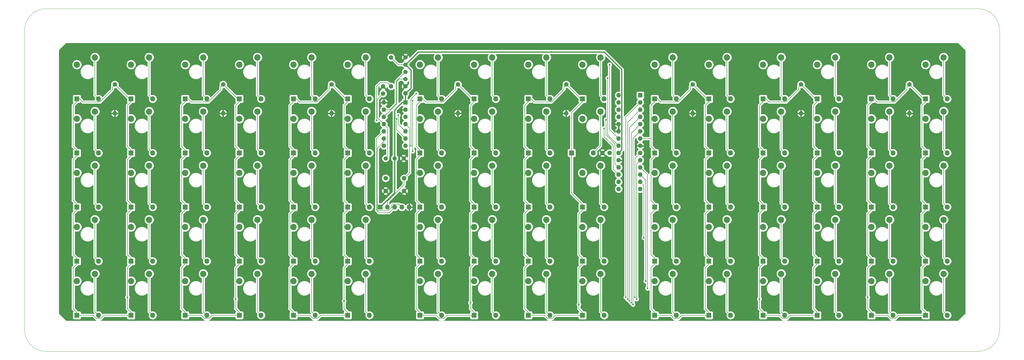
<source format=gbr>
%TF.GenerationSoftware,KiCad,Pcbnew,5.0.0-fee4fd1~66~ubuntu18.04.1*%
%TF.CreationDate,2018-09-12T00:22:08-07:00*%
%TF.ProjectId,keyboard2018,6B6579626F617264323031382E6B6963,rev?*%
%TF.SameCoordinates,Original*%
%TF.FileFunction,Copper,L1,Top,Signal*%
%TF.FilePolarity,Positive*%
%FSLAX46Y46*%
G04 Gerber Fmt 4.6, Leading zero omitted, Abs format (unit mm)*
G04 Created by KiCad (PCBNEW 5.0.0-fee4fd1~66~ubuntu18.04.1) date Wed Sep 12 00:22:08 2018*
%MOMM*%
%LPD*%
G01*
G04 APERTURE LIST*
%ADD10C,0.050800*%
%ADD11C,2.200000*%
%ADD12O,1.800000X1.800000*%
%ADD13R,1.800000X1.800000*%
%ADD14O,1.600000X1.600000*%
%ADD15R,1.600000X1.600000*%
%ADD16C,1.524000*%
%ADD17C,1.500000*%
%ADD18C,1.600000*%
%ADD19O,1.700000X1.700000*%
%ADD20R,1.700000X1.700000*%
%ADD21C,0.600000*%
%ADD22C,0.381000*%
%ADD23C,0.127000*%
%ADD24C,0.254000*%
G04 APERTURE END LIST*
D10*
X47625000Y-86995000D02*
G75*
G02X55245000Y-79375000I7620000J0D01*
G01*
X55245000Y-200025000D02*
G75*
G02X47625000Y-192405000I0J7620000D01*
G01*
X390525000Y-192405000D02*
G75*
G02X382905000Y-200025000I-7620000J0D01*
G01*
X382905000Y-79375000D02*
G75*
G02X390525000Y-86995000I0J-7620000D01*
G01*
X382905000Y-79375000D02*
X55245000Y-79375000D01*
X390525000Y-192405000D02*
X390525000Y-86995000D01*
X55245000Y-200025000D02*
X382905000Y-200025000D01*
X47625000Y-86995000D02*
X47625000Y-192405000D01*
D11*
X161290000Y-99060000D03*
X167640000Y-96520000D03*
X243840000Y-175260000D03*
X250190000Y-172720000D03*
X205740000Y-118110000D03*
X212090000Y-115570000D03*
X243840000Y-118110000D03*
X250190000Y-115570000D03*
X364490000Y-99060000D03*
X370840000Y-96520000D03*
X66040000Y-175260000D03*
X72390000Y-172720000D03*
X85090000Y-175260000D03*
X91440000Y-172720000D03*
X104140000Y-175260000D03*
X110490000Y-172720000D03*
X123190000Y-175260000D03*
X129540000Y-172720000D03*
X142240000Y-175260000D03*
X148590000Y-172720000D03*
X186690000Y-175260000D03*
X193040000Y-172720000D03*
X205740000Y-175260000D03*
X212090000Y-172720000D03*
X224790000Y-175260000D03*
X231140000Y-172720000D03*
X269240000Y-175260000D03*
X275590000Y-172720000D03*
X288290000Y-175260000D03*
X294640000Y-172720000D03*
X307340000Y-175260000D03*
X313690000Y-172720000D03*
X326390000Y-175260000D03*
X332740000Y-172720000D03*
X345440000Y-175260000D03*
X351790000Y-172720000D03*
X364490000Y-175260000D03*
X370840000Y-172720000D03*
X66040000Y-156210000D03*
X72390000Y-153670000D03*
X85090000Y-156210000D03*
X91440000Y-153670000D03*
X104140000Y-156210000D03*
X110490000Y-153670000D03*
X123190000Y-156210000D03*
X129540000Y-153670000D03*
X142240000Y-156210000D03*
X148590000Y-153670000D03*
X186690000Y-156210000D03*
X193040000Y-153670000D03*
X205740000Y-156210000D03*
X212090000Y-153670000D03*
X224790000Y-156210000D03*
X231140000Y-153670000D03*
X243840000Y-156210000D03*
X250190000Y-153670000D03*
X269240000Y-156210000D03*
X275590000Y-153670000D03*
X288290000Y-156210000D03*
X294640000Y-153670000D03*
X307340000Y-156210000D03*
X313690000Y-153670000D03*
X326390000Y-156210000D03*
X332740000Y-153670000D03*
X345440000Y-156210000D03*
X351790000Y-153670000D03*
X364490000Y-156210000D03*
X370840000Y-153670000D03*
X66040000Y-137160000D03*
X72390000Y-134620000D03*
X85090000Y-137160000D03*
X91440000Y-134620000D03*
X104140000Y-137160000D03*
X110490000Y-134620000D03*
X123190000Y-137160000D03*
X129540000Y-134620000D03*
X142240000Y-137160000D03*
X148590000Y-134620000D03*
X186690000Y-137160000D03*
X193040000Y-134620000D03*
X205740000Y-137160000D03*
X212090000Y-134620000D03*
X224790000Y-137160000D03*
X231140000Y-134620000D03*
X243840000Y-137160000D03*
X250190000Y-134620000D03*
X269240000Y-137160000D03*
X275590000Y-134620000D03*
X288290000Y-137160000D03*
X294640000Y-134620000D03*
X307340000Y-137160000D03*
X313690000Y-134620000D03*
X326390000Y-137160000D03*
X332740000Y-134620000D03*
X345440000Y-137160000D03*
X351790000Y-134620000D03*
X364490000Y-137160000D03*
X370840000Y-134620000D03*
X66040000Y-118110000D03*
X72390000Y-115570000D03*
X85090000Y-118110000D03*
X91440000Y-115570000D03*
X104140000Y-118110000D03*
X110490000Y-115570000D03*
X123190000Y-118110000D03*
X129540000Y-115570000D03*
X142240000Y-118110000D03*
X148590000Y-115570000D03*
X186690000Y-118110000D03*
X193040000Y-115570000D03*
X224790000Y-118110000D03*
X231140000Y-115570000D03*
X269240000Y-118110000D03*
X275590000Y-115570000D03*
X288290000Y-118110000D03*
X294640000Y-115570000D03*
X307340000Y-118110000D03*
X313690000Y-115570000D03*
X326390000Y-118110000D03*
X332740000Y-115570000D03*
X345440000Y-118110000D03*
X351790000Y-115570000D03*
X364490000Y-118110000D03*
X370840000Y-115570000D03*
X66040000Y-99060000D03*
X72390000Y-96520000D03*
X85090000Y-99060000D03*
X91440000Y-96520000D03*
X104140000Y-99060000D03*
X110490000Y-96520000D03*
X123190000Y-99060000D03*
X129540000Y-96520000D03*
X142240000Y-99060000D03*
X148590000Y-96520000D03*
X186690000Y-99060000D03*
X193040000Y-96520000D03*
X205740000Y-99060000D03*
X212090000Y-96520000D03*
X224790000Y-99060000D03*
X231140000Y-96520000D03*
X243840000Y-99060000D03*
X250190000Y-96520000D03*
X269240000Y-99060000D03*
X275590000Y-96520000D03*
X288290000Y-99060000D03*
X294640000Y-96520000D03*
X307340000Y-99060000D03*
X313690000Y-96520000D03*
X326390000Y-99060000D03*
X332740000Y-96520000D03*
X345440000Y-99060000D03*
X351790000Y-96520000D03*
X161290000Y-175260000D03*
X167640000Y-172720000D03*
X161290000Y-156210000D03*
X167640000Y-153670000D03*
X161290000Y-137160000D03*
X167640000Y-134620000D03*
X161290000Y-118110000D03*
X167640000Y-115570000D03*
D12*
X73660000Y-187325000D03*
D13*
X66040000Y-187325000D03*
D14*
X256540000Y-109855000D03*
X264160000Y-142875000D03*
X256540000Y-112395000D03*
X264160000Y-140335000D03*
X256540000Y-114935000D03*
X264160000Y-137795000D03*
X256540000Y-117475000D03*
X264160000Y-135255000D03*
X256540000Y-120015000D03*
X264160000Y-132715000D03*
X256540000Y-122555000D03*
X264160000Y-130175000D03*
X256540000Y-125095000D03*
X264160000Y-127635000D03*
X256540000Y-127635000D03*
X264160000Y-125095000D03*
X256540000Y-130175000D03*
X264160000Y-122555000D03*
X256540000Y-132715000D03*
X264160000Y-120015000D03*
X256540000Y-135255000D03*
X264160000Y-117475000D03*
X256540000Y-137795000D03*
X264160000Y-114935000D03*
X256540000Y-140335000D03*
X264160000Y-112395000D03*
X256540000Y-142875000D03*
D15*
X264160000Y-109855000D03*
D16*
X181610000Y-99060000D03*
X181610000Y-104140000D03*
X181610000Y-101600000D03*
X181610000Y-96520000D03*
D17*
X180975000Y-132080000D03*
X177800000Y-132080000D03*
X174625000Y-132080000D03*
D18*
X181610000Y-106680000D03*
X181610000Y-109180000D03*
X173736000Y-109220000D03*
X173736000Y-106720000D03*
X253365000Y-130175000D03*
X250865000Y-130175000D03*
D13*
X85090000Y-187325000D03*
D12*
X92710000Y-187325000D03*
X111760000Y-187325000D03*
D13*
X104140000Y-187325000D03*
X123190000Y-187325000D03*
D12*
X130810000Y-187325000D03*
X149860000Y-187325000D03*
D13*
X142240000Y-187325000D03*
X161290000Y-187325000D03*
D12*
X168910000Y-187325000D03*
D13*
X186690000Y-187325000D03*
D12*
X194310000Y-187325000D03*
X213360000Y-187325000D03*
D13*
X205740000Y-187325000D03*
X224790000Y-187325000D03*
D12*
X232410000Y-187325000D03*
X251460000Y-187325000D03*
D13*
X243840000Y-187325000D03*
X269240000Y-187325000D03*
D12*
X276860000Y-187325000D03*
X295910000Y-187325000D03*
D13*
X288290000Y-187325000D03*
X307340000Y-187325000D03*
D12*
X314960000Y-187325000D03*
X334010000Y-187325000D03*
D13*
X326390000Y-187325000D03*
X345440000Y-187325000D03*
D12*
X353060000Y-187325000D03*
X372110000Y-187325000D03*
D13*
X364490000Y-187325000D03*
D12*
X73660000Y-168275000D03*
D13*
X66040000Y-168275000D03*
X85090000Y-168275000D03*
D12*
X92710000Y-168275000D03*
X111760000Y-168275000D03*
D13*
X104140000Y-168275000D03*
X123190000Y-168275000D03*
D12*
X130810000Y-168275000D03*
X149860000Y-168275000D03*
D13*
X142240000Y-168275000D03*
X161290000Y-168275000D03*
D12*
X168910000Y-168275000D03*
D13*
X186690000Y-168275000D03*
D12*
X194310000Y-168275000D03*
X213360000Y-168275000D03*
D13*
X205740000Y-168275000D03*
X224790000Y-168275000D03*
D12*
X232410000Y-168275000D03*
X251460000Y-168275000D03*
D13*
X243840000Y-168275000D03*
X269240000Y-168275000D03*
D12*
X276860000Y-168275000D03*
X295910000Y-168275000D03*
D13*
X288290000Y-168275000D03*
X307340000Y-168275000D03*
D12*
X314960000Y-168275000D03*
D13*
X326390000Y-168275000D03*
D12*
X334010000Y-168275000D03*
D13*
X345440000Y-168275000D03*
D12*
X353060000Y-168275000D03*
D13*
X364490000Y-168275000D03*
D12*
X372110000Y-168275000D03*
D13*
X66040000Y-149225000D03*
D12*
X73660000Y-149225000D03*
D13*
X85090000Y-149225000D03*
D12*
X92710000Y-149225000D03*
X111760000Y-149225000D03*
D13*
X104140000Y-149225000D03*
X123190000Y-149225000D03*
D12*
X130810000Y-149225000D03*
X149860000Y-149225000D03*
D13*
X142240000Y-149225000D03*
X161290000Y-149225000D03*
D12*
X168910000Y-149225000D03*
D13*
X186690000Y-149225000D03*
D12*
X194310000Y-149225000D03*
X213360000Y-149225000D03*
D13*
X205740000Y-149225000D03*
X224790000Y-149225000D03*
D12*
X232410000Y-149225000D03*
X251460000Y-149225000D03*
D13*
X243840000Y-149225000D03*
X269240000Y-149225000D03*
D12*
X276860000Y-149225000D03*
X295910000Y-149225000D03*
D13*
X288290000Y-149225000D03*
D12*
X314960000Y-149225000D03*
D13*
X307340000Y-149225000D03*
X326390000Y-149225000D03*
D12*
X334010000Y-149225000D03*
X353060000Y-149225000D03*
D13*
X345440000Y-149225000D03*
X364490000Y-149225000D03*
D12*
X372110000Y-149225000D03*
D13*
X66040000Y-130175000D03*
D12*
X73660000Y-130175000D03*
X92710000Y-130175000D03*
D13*
X85090000Y-130175000D03*
X104140000Y-130175000D03*
D12*
X111760000Y-130175000D03*
X130810000Y-130175000D03*
D13*
X123190000Y-130175000D03*
X142240000Y-130175000D03*
D12*
X149860000Y-130175000D03*
X168910000Y-130175000D03*
D13*
X161290000Y-130175000D03*
D12*
X194310000Y-130175000D03*
D13*
X186690000Y-130175000D03*
X205740000Y-130175000D03*
D12*
X213360000Y-130175000D03*
X232410000Y-130175000D03*
D13*
X224790000Y-130175000D03*
X240030000Y-130175000D03*
D12*
X247650000Y-130175000D03*
X276860000Y-130175000D03*
D13*
X269240000Y-130175000D03*
D12*
X295910000Y-130175000D03*
D13*
X288290000Y-130175000D03*
X307340000Y-130175000D03*
D12*
X314960000Y-130175000D03*
X334010000Y-130175000D03*
D13*
X326390000Y-130175000D03*
X345440000Y-130175000D03*
D12*
X353060000Y-130175000D03*
X372110000Y-130175000D03*
D13*
X364490000Y-130175000D03*
X66040000Y-111125000D03*
D12*
X73660000Y-111125000D03*
D13*
X85090000Y-111125000D03*
D12*
X92710000Y-111125000D03*
D13*
X104140000Y-111125000D03*
D12*
X111760000Y-111125000D03*
D13*
X123190000Y-111125000D03*
D12*
X130810000Y-111125000D03*
D13*
X142240000Y-111125000D03*
D12*
X149860000Y-111125000D03*
D13*
X161290000Y-111125000D03*
D12*
X168910000Y-111125000D03*
D13*
X186690000Y-111125000D03*
D12*
X194310000Y-111125000D03*
X213360000Y-111125000D03*
D13*
X205740000Y-111125000D03*
X224790000Y-111125000D03*
D12*
X232410000Y-111125000D03*
D13*
X243840000Y-111125000D03*
D12*
X251460000Y-111125000D03*
D13*
X269240000Y-111125000D03*
D12*
X276860000Y-111125000D03*
D13*
X288290000Y-111125000D03*
D12*
X295910000Y-111125000D03*
X314960000Y-111125000D03*
D13*
X307340000Y-111125000D03*
X326390000Y-111125000D03*
D12*
X334010000Y-111125000D03*
D13*
X345440000Y-111125000D03*
D12*
X353060000Y-111125000D03*
D13*
X364490000Y-111125000D03*
D12*
X372110000Y-111125000D03*
D19*
X182880000Y-149225000D03*
X180340000Y-149225000D03*
X177800000Y-149225000D03*
X175260000Y-149225000D03*
D20*
X172720000Y-149225000D03*
D18*
X79375000Y-106045000D03*
D14*
X79375000Y-116205000D03*
X117475000Y-116205000D03*
D18*
X117475000Y-106045000D03*
X155575000Y-106045000D03*
D14*
X155575000Y-116205000D03*
X200025000Y-116205000D03*
D18*
X200025000Y-106045000D03*
D14*
X238125000Y-116205000D03*
D18*
X238125000Y-106045000D03*
X282575000Y-106045000D03*
D14*
X282575000Y-116205000D03*
D18*
X320675000Y-106045000D03*
D14*
X320675000Y-116205000D03*
X358775000Y-116205000D03*
D18*
X358775000Y-106045000D03*
X176530000Y-96520000D03*
D14*
X176530000Y-106680000D03*
D18*
X181125000Y-143565000D03*
X181125000Y-139065000D03*
X174625000Y-143565000D03*
X174625000Y-139065000D03*
D14*
X173990000Y-112395000D03*
X181610000Y-127635000D03*
X173990000Y-114935000D03*
X181610000Y-125095000D03*
X173990000Y-117475000D03*
X181610000Y-122555000D03*
X173990000Y-120015000D03*
X181610000Y-120015000D03*
X173990000Y-122555000D03*
X181610000Y-117475000D03*
X173990000Y-125095000D03*
X181610000Y-114935000D03*
X173990000Y-127635000D03*
D15*
X181610000Y-112395000D03*
D21*
X185420000Y-106680000D03*
X183515000Y-109220000D03*
X196215000Y-112395000D03*
X194945000Y-106045000D03*
X83799499Y-180975000D03*
X259080000Y-180975000D03*
X121899499Y-181610000D03*
X259715000Y-181610000D03*
X159999499Y-182245000D03*
X260350000Y-182245000D03*
X204449499Y-182880000D03*
X260985000Y-182880000D03*
X242549499Y-183515000D03*
X261620000Y-183515000D03*
X306049499Y-181610000D03*
X262890000Y-181610000D03*
X344149499Y-180975000D03*
X262255000Y-180975000D03*
X171450000Y-118745000D03*
X266700000Y-177800000D03*
X266065000Y-175260000D03*
X265430000Y-160020000D03*
X251460000Y-121564499D03*
X252095000Y-118465501D03*
X252730000Y-103790501D03*
X253365000Y-99060000D03*
X184150000Y-129540000D03*
X184150000Y-111760000D03*
X179070000Y-116840000D03*
X178435000Y-118110000D03*
X183515000Y-127635000D03*
X185420000Y-109220000D03*
D22*
X181610000Y-109180000D02*
X181610000Y-112395000D01*
X177800000Y-131019340D02*
X177800000Y-132080000D01*
X177800000Y-115024000D02*
X177800000Y-131019340D01*
X180429000Y-112395000D02*
X177800000Y-115024000D01*
X181610000Y-112395000D02*
X180429000Y-112395000D01*
X177800000Y-144145000D02*
X172720000Y-149225000D01*
X177800000Y-132080000D02*
X177800000Y-144145000D01*
X183515000Y-100965000D02*
X181610000Y-99060000D01*
X181610000Y-109180000D02*
X183515000Y-107275000D01*
X183515000Y-107275000D02*
X183515000Y-100965000D01*
X181610000Y-99060000D02*
X186055000Y-94615000D01*
X187960000Y-94615000D02*
X186055000Y-94615000D01*
X251460000Y-94615000D02*
X187960000Y-94615000D01*
X257657501Y-100812501D02*
X251460000Y-94615000D01*
X256540000Y-130175000D02*
X257657501Y-129057499D01*
X257657501Y-129057499D02*
X257657501Y-100812501D01*
D23*
X179070000Y-99060000D02*
X181610000Y-99060000D01*
X176530000Y-96520000D02*
X179070000Y-99060000D01*
D22*
X256540000Y-122555000D02*
X256540000Y-120015000D01*
D23*
X175374999Y-131330001D02*
X174625000Y-132080000D01*
X175374999Y-121399999D02*
X175374999Y-131330001D01*
X173990000Y-120015000D02*
X175374999Y-121399999D01*
X173990000Y-120015000D02*
X171704000Y-117729000D01*
X171704000Y-111252000D02*
X173736000Y-109220000D01*
X171704000Y-117729000D02*
X171704000Y-111252000D01*
X72390000Y-186055000D02*
X73660000Y-187325000D01*
X72390000Y-172720000D02*
X72390000Y-186055000D01*
X78575001Y-107823941D02*
X78575001Y-106844999D01*
X74183441Y-112215501D02*
X78575001Y-107823941D01*
X68157501Y-112215501D02*
X74183441Y-112215501D01*
X67067000Y-111125000D02*
X68157501Y-112215501D01*
X78575001Y-106844999D02*
X79375000Y-106045000D01*
X66040000Y-111125000D02*
X67067000Y-111125000D01*
X84455000Y-111125000D02*
X85090000Y-111125000D01*
X79375000Y-106045000D02*
X84455000Y-111125000D01*
X66040000Y-129148000D02*
X66040000Y-130175000D01*
X64749499Y-127857499D02*
X66040000Y-129148000D01*
X64749499Y-113442501D02*
X64749499Y-127857499D01*
X66040000Y-112152000D02*
X64749499Y-113442501D01*
X66040000Y-111125000D02*
X66040000Y-112152000D01*
X66040000Y-148198000D02*
X66040000Y-149225000D01*
X64749499Y-146907499D02*
X66040000Y-148198000D01*
X64749499Y-132492501D02*
X64749499Y-146907499D01*
X66040000Y-131202000D02*
X64749499Y-132492501D01*
X66040000Y-130175000D02*
X66040000Y-131202000D01*
X64749499Y-165957499D02*
X66040000Y-167248000D01*
X66040000Y-167248000D02*
X66040000Y-168275000D01*
X64749499Y-151542501D02*
X64749499Y-165957499D01*
X66040000Y-150252000D02*
X64749499Y-151542501D01*
X66040000Y-149225000D02*
X66040000Y-150252000D01*
X66040000Y-186298000D02*
X66040000Y-187325000D01*
X64749499Y-170592501D02*
X64749499Y-185007499D01*
X64749499Y-185007499D02*
X66040000Y-186298000D01*
X66040000Y-169302000D02*
X64749499Y-170592501D01*
X66040000Y-168275000D02*
X66040000Y-169302000D01*
X83799499Y-113442501D02*
X83799499Y-127857499D01*
X85090000Y-112152000D02*
X83799499Y-113442501D01*
X85090000Y-129148000D02*
X85090000Y-130175000D01*
X83799499Y-127857499D02*
X85090000Y-129148000D01*
X85090000Y-111125000D02*
X85090000Y-112152000D01*
X83799499Y-146907499D02*
X85090000Y-148198000D01*
X83799499Y-132492501D02*
X83799499Y-146907499D01*
X85090000Y-131202000D02*
X83799499Y-132492501D01*
X85090000Y-148198000D02*
X85090000Y-149225000D01*
X85090000Y-130175000D02*
X85090000Y-131202000D01*
X83799499Y-165957499D02*
X85090000Y-167248000D01*
X83799499Y-151542501D02*
X83799499Y-165957499D01*
X85090000Y-150252000D02*
X83799499Y-151542501D01*
X85090000Y-167248000D02*
X85090000Y-168275000D01*
X85090000Y-149225000D02*
X85090000Y-150252000D01*
X85090000Y-186298000D02*
X85090000Y-187325000D01*
X83799499Y-170592501D02*
X83799499Y-180975000D01*
X85090000Y-169302000D02*
X83799499Y-170592501D01*
X83799499Y-185007499D02*
X85090000Y-186298000D01*
X85090000Y-168275000D02*
X85090000Y-169302000D01*
X74474499Y-188415501D02*
X75565000Y-187325000D01*
X75565000Y-187325000D02*
X85090000Y-187325000D01*
X72845501Y-188415501D02*
X74474499Y-188415501D01*
X66040000Y-187325000D02*
X71755000Y-187325000D01*
X71755000Y-187325000D02*
X72845501Y-188415501D01*
X83799499Y-180975000D02*
X83799499Y-185007499D01*
X264160000Y-112395000D02*
X259080000Y-117475000D01*
X259080000Y-117475000D02*
X259080000Y-180975000D01*
X91440000Y-186055000D02*
X92710000Y-187325000D01*
X91440000Y-172720000D02*
X91440000Y-186055000D01*
X110490000Y-186055000D02*
X111760000Y-187325000D01*
X110490000Y-172720000D02*
X110490000Y-186055000D01*
X102849499Y-113442501D02*
X102849499Y-127857499D01*
X102849499Y-127857499D02*
X104140000Y-129148000D01*
X104140000Y-112152000D02*
X102849499Y-113442501D01*
X104140000Y-129148000D02*
X104140000Y-130175000D01*
X104140000Y-111125000D02*
X104140000Y-112152000D01*
X104140000Y-148198000D02*
X104140000Y-149225000D01*
X102849499Y-146907499D02*
X104140000Y-148198000D01*
X104140000Y-131202000D02*
X102849499Y-132492501D01*
X102849499Y-132492501D02*
X102849499Y-146907499D01*
X104140000Y-130175000D02*
X104140000Y-131202000D01*
X102849499Y-151542501D02*
X102849499Y-165957499D01*
X104140000Y-167248000D02*
X104140000Y-168275000D01*
X104140000Y-150252000D02*
X102849499Y-151542501D01*
X102849499Y-165957499D02*
X104140000Y-167248000D01*
X104140000Y-149225000D02*
X104140000Y-150252000D01*
X123190000Y-150252000D02*
X123190000Y-149225000D01*
X121899499Y-151542501D02*
X123190000Y-150252000D01*
X121899499Y-165957499D02*
X121899499Y-151542501D01*
X123190000Y-167248000D02*
X121899499Y-165957499D01*
X123190000Y-168275000D02*
X123190000Y-167248000D01*
X123190000Y-131202000D02*
X123190000Y-130175000D01*
X121899499Y-146907499D02*
X121899499Y-132492501D01*
X121899499Y-132492501D02*
X123190000Y-131202000D01*
X123190000Y-148198000D02*
X121899499Y-146907499D01*
X123190000Y-149225000D02*
X123190000Y-148198000D01*
X123190000Y-112152000D02*
X123190000Y-111125000D01*
X121899499Y-127857499D02*
X121899499Y-113442501D01*
X121899499Y-113442501D02*
X123190000Y-112152000D01*
X123190000Y-129148000D02*
X121899499Y-127857499D01*
X123190000Y-130175000D02*
X123190000Y-129148000D01*
X116675001Y-107823941D02*
X116675001Y-106844999D01*
X112283441Y-112215501D02*
X116675001Y-107823941D01*
X106257501Y-112215501D02*
X112283441Y-112215501D01*
X116675001Y-106844999D02*
X117475000Y-106045000D01*
X105167000Y-111125000D02*
X106257501Y-112215501D01*
X104140000Y-111125000D02*
X105167000Y-111125000D01*
X122555000Y-111125000D02*
X123190000Y-111125000D01*
X117475000Y-106045000D02*
X122555000Y-111125000D01*
X104140000Y-186298000D02*
X104140000Y-187325000D01*
X102849499Y-185007499D02*
X104140000Y-186298000D01*
X102849499Y-170592501D02*
X102849499Y-185007499D01*
X104140000Y-169302000D02*
X102849499Y-170592501D01*
X104140000Y-168275000D02*
X104140000Y-169302000D01*
X123190000Y-186298000D02*
X123190000Y-187325000D01*
X121899499Y-170592501D02*
X121899499Y-181610000D01*
X123190000Y-169302000D02*
X121899499Y-170592501D01*
X121899499Y-185007499D02*
X123190000Y-186298000D01*
X123190000Y-168275000D02*
X123190000Y-169302000D01*
X104140000Y-187325000D02*
X109855000Y-187325000D01*
X110945501Y-188415501D02*
X112574499Y-188415501D01*
X109855000Y-187325000D02*
X110945501Y-188415501D01*
X113665000Y-187325000D02*
X123190000Y-187325000D01*
X112574499Y-188415501D02*
X113665000Y-187325000D01*
X121899499Y-181610000D02*
X121899499Y-185007499D01*
X259715000Y-120454058D02*
X259715000Y-181610000D01*
X264160000Y-114935000D02*
X259715000Y-119380000D01*
X259715000Y-119380000D02*
X259715000Y-120454058D01*
X129540000Y-186055000D02*
X130810000Y-187325000D01*
X129540000Y-172720000D02*
X129540000Y-186055000D01*
X148590000Y-186055000D02*
X149860000Y-187325000D01*
X148590000Y-172720000D02*
X148590000Y-186055000D01*
X159999499Y-113442501D02*
X159999499Y-127857499D01*
X161290000Y-129148000D02*
X161290000Y-130175000D01*
X159999499Y-127857499D02*
X161290000Y-129148000D01*
X161290000Y-112152000D02*
X159999499Y-113442501D01*
X161290000Y-111125000D02*
X161290000Y-112152000D01*
X159999499Y-146907499D02*
X161290000Y-148198000D01*
X161290000Y-148198000D02*
X161290000Y-149225000D01*
X159999499Y-132492501D02*
X159999499Y-146907499D01*
X161290000Y-131202000D02*
X159999499Y-132492501D01*
X161290000Y-130175000D02*
X161290000Y-131202000D01*
X140949499Y-132492501D02*
X142240000Y-131202000D01*
X140949499Y-146907499D02*
X140949499Y-132492501D01*
X142240000Y-131202000D02*
X142240000Y-130175000D01*
X142240000Y-148198000D02*
X140949499Y-146907499D01*
X142240000Y-149225000D02*
X142240000Y-148198000D01*
X142240000Y-112152000D02*
X142240000Y-111125000D01*
X140949499Y-113442501D02*
X142240000Y-112152000D01*
X140949499Y-127857499D02*
X140949499Y-113442501D01*
X142240000Y-129148000D02*
X140949499Y-127857499D01*
X142240000Y-130175000D02*
X142240000Y-129148000D01*
X154775001Y-106844999D02*
X155575000Y-106045000D01*
X154775001Y-107823941D02*
X154775001Y-106844999D01*
X150383441Y-112215501D02*
X154775001Y-107823941D01*
X144357501Y-112215501D02*
X150383441Y-112215501D01*
X143267000Y-111125000D02*
X144357501Y-112215501D01*
X142240000Y-111125000D02*
X143267000Y-111125000D01*
X160655000Y-111125000D02*
X161290000Y-111125000D01*
X155575000Y-106045000D02*
X160655000Y-111125000D01*
X161290000Y-167248000D02*
X161290000Y-168275000D01*
X159999499Y-151542501D02*
X159999499Y-165957499D01*
X159999499Y-165957499D02*
X161290000Y-167248000D01*
X161290000Y-150252000D02*
X159999499Y-151542501D01*
X161290000Y-149225000D02*
X161290000Y-150252000D01*
X161290000Y-186298000D02*
X161290000Y-187325000D01*
X159999499Y-185007499D02*
X161290000Y-186298000D01*
X159999499Y-170592501D02*
X159999499Y-182245000D01*
X161290000Y-169302000D02*
X159999499Y-170592501D01*
X161290000Y-168275000D02*
X161290000Y-169302000D01*
X142240000Y-186298000D02*
X142240000Y-187325000D01*
X142240000Y-169302000D02*
X140949499Y-170592501D01*
X140949499Y-185007499D02*
X142240000Y-186298000D01*
X140949499Y-170592501D02*
X140949499Y-185007499D01*
X142240000Y-168275000D02*
X142240000Y-169302000D01*
X140949499Y-151542501D02*
X140949499Y-165957499D01*
X142240000Y-150252000D02*
X140949499Y-151542501D01*
X142240000Y-167248000D02*
X142240000Y-168275000D01*
X140949499Y-165957499D02*
X142240000Y-167248000D01*
X142240000Y-149225000D02*
X142240000Y-150252000D01*
X142240000Y-187325000D02*
X147955000Y-187325000D01*
X149045501Y-188415501D02*
X150674499Y-188415501D01*
X147955000Y-187325000D02*
X149045501Y-188415501D01*
X151765000Y-187325000D02*
X161290000Y-187325000D01*
X150674499Y-188415501D02*
X151765000Y-187325000D01*
X159999499Y-182245000D02*
X159999499Y-185007499D01*
X264160000Y-117475000D02*
X260350000Y-121285000D01*
X260350000Y-121285000D02*
X260350000Y-182245000D01*
X167640000Y-186055000D02*
X168910000Y-187325000D01*
X167640000Y-172720000D02*
X167640000Y-186055000D01*
X193040000Y-186055000D02*
X194310000Y-187325000D01*
X193040000Y-172720000D02*
X193040000Y-186055000D01*
X185399499Y-146907499D02*
X186690000Y-148198000D01*
X186690000Y-148198000D02*
X186690000Y-149225000D01*
X185399499Y-132492501D02*
X185399499Y-146907499D01*
X186690000Y-131202000D02*
X185399499Y-132492501D01*
X186690000Y-130175000D02*
X186690000Y-131202000D01*
X185399499Y-165957499D02*
X186690000Y-167248000D01*
X185399499Y-151542501D02*
X185399499Y-165957499D01*
X186690000Y-150252000D02*
X185399499Y-151542501D01*
X186690000Y-167248000D02*
X186690000Y-168275000D01*
X186690000Y-149225000D02*
X186690000Y-150252000D01*
X205740000Y-129148000D02*
X205740000Y-130175000D01*
X204449499Y-127857499D02*
X205740000Y-129148000D01*
X204449499Y-113442501D02*
X204449499Y-127857499D01*
X205740000Y-112152000D02*
X204449499Y-113442501D01*
X205740000Y-111125000D02*
X205740000Y-112152000D01*
X205740000Y-148198000D02*
X205740000Y-149225000D01*
X204449499Y-146907499D02*
X205740000Y-148198000D01*
X204449499Y-132492501D02*
X204449499Y-146907499D01*
X205740000Y-131202000D02*
X204449499Y-132492501D01*
X205740000Y-130175000D02*
X205740000Y-131202000D01*
X204449499Y-165957499D02*
X205740000Y-167248000D01*
X204449499Y-151542501D02*
X204449499Y-165957499D01*
X205740000Y-150252000D02*
X204449499Y-151542501D01*
X205740000Y-167248000D02*
X205740000Y-168275000D01*
X205740000Y-149225000D02*
X205740000Y-150252000D01*
X199225001Y-106844999D02*
X200025000Y-106045000D01*
X199225001Y-107823941D02*
X199225001Y-106844999D01*
X194833441Y-112215501D02*
X199225001Y-107823941D01*
X188807501Y-112215501D02*
X194833441Y-112215501D01*
X187717000Y-111125000D02*
X188807501Y-112215501D01*
X186690000Y-111125000D02*
X187717000Y-111125000D01*
X205105000Y-111125000D02*
X205740000Y-111125000D01*
X200025000Y-106045000D02*
X205105000Y-111125000D01*
X205740000Y-186298000D02*
X205740000Y-187325000D01*
X204449499Y-185007499D02*
X205740000Y-186298000D01*
X205740000Y-169302000D02*
X204449499Y-170592501D01*
X204449499Y-170592501D02*
X204449499Y-182880000D01*
X205740000Y-168275000D02*
X205740000Y-169302000D01*
X186690000Y-186298000D02*
X186690000Y-187325000D01*
X185399499Y-170592501D02*
X185399499Y-185007499D01*
X185399499Y-185007499D02*
X186690000Y-186298000D01*
X186690000Y-169302000D02*
X185399499Y-170592501D01*
X186690000Y-168275000D02*
X186690000Y-169302000D01*
X186690000Y-187325000D02*
X192405000Y-187325000D01*
X193495501Y-188415501D02*
X195124499Y-188415501D01*
X192405000Y-187325000D02*
X193495501Y-188415501D01*
X196215000Y-187325000D02*
X205740000Y-187325000D01*
X195124499Y-188415501D02*
X196215000Y-187325000D01*
X204449499Y-182880000D02*
X204449499Y-185007499D01*
X264160000Y-120015000D02*
X263360001Y-120814999D01*
X263360001Y-120814999D02*
X260985000Y-123190000D01*
X260985000Y-123190000D02*
X260985000Y-182880000D01*
X186690000Y-112152000D02*
X185399499Y-113442501D01*
X186690000Y-111125000D02*
X186690000Y-112152000D01*
X186690000Y-129148000D02*
X186690000Y-130175000D01*
X185399499Y-113442501D02*
X185399499Y-127857499D01*
X185399499Y-127857499D02*
X186690000Y-129148000D01*
X212090000Y-186055000D02*
X213360000Y-187325000D01*
X212090000Y-172720000D02*
X212090000Y-186055000D01*
X231140000Y-186055000D02*
X232410000Y-187325000D01*
X231140000Y-172720000D02*
X231140000Y-186055000D01*
X223499499Y-127857499D02*
X224790000Y-129148000D01*
X223499499Y-113442501D02*
X223499499Y-127857499D01*
X224790000Y-129148000D02*
X224790000Y-130175000D01*
X224790000Y-112152000D02*
X223499499Y-113442501D01*
X224790000Y-111125000D02*
X224790000Y-112152000D01*
X223499499Y-132492501D02*
X223499499Y-146907499D01*
X224790000Y-131202000D02*
X223499499Y-132492501D01*
X224790000Y-148198000D02*
X224790000Y-149225000D01*
X223499499Y-146907499D02*
X224790000Y-148198000D01*
X224790000Y-130175000D02*
X224790000Y-131202000D01*
X224790000Y-167248000D02*
X224790000Y-168275000D01*
X223499499Y-165957499D02*
X224790000Y-167248000D01*
X224790000Y-150252000D02*
X223499499Y-151542501D01*
X223499499Y-151542501D02*
X223499499Y-165957499D01*
X224790000Y-149225000D02*
X224790000Y-150252000D01*
X223499499Y-185007499D02*
X224790000Y-186298000D01*
X224790000Y-186298000D02*
X224790000Y-187325000D01*
X223499499Y-170592501D02*
X223499499Y-185007499D01*
X224790000Y-169302000D02*
X223499499Y-170592501D01*
X224790000Y-168275000D02*
X224790000Y-169302000D01*
X243205000Y-111125000D02*
X243840000Y-111125000D01*
X238125000Y-106045000D02*
X243205000Y-111125000D01*
X240030000Y-129148000D02*
X240030000Y-130175000D01*
X240030000Y-115962000D02*
X240030000Y-129148000D01*
X243840000Y-112152000D02*
X240030000Y-115962000D01*
X243840000Y-111125000D02*
X243840000Y-112152000D01*
X240030000Y-131202000D02*
X240030000Y-130175000D01*
X240030000Y-144388000D02*
X240030000Y-131202000D01*
X243840000Y-148198000D02*
X240030000Y-144388000D01*
X243840000Y-149225000D02*
X243840000Y-148198000D01*
X243840000Y-167248000D02*
X243840000Y-168275000D01*
X242549499Y-165957499D02*
X243840000Y-167248000D01*
X242549499Y-151542501D02*
X242549499Y-165957499D01*
X243840000Y-150252000D02*
X242549499Y-151542501D01*
X243840000Y-149225000D02*
X243840000Y-150252000D01*
X243840000Y-186298000D02*
X243840000Y-187325000D01*
X242549499Y-185007499D02*
X243840000Y-186298000D01*
X242549499Y-170592501D02*
X242549499Y-183515000D01*
X243840000Y-169302000D02*
X242549499Y-170592501D01*
X243840000Y-168275000D02*
X243840000Y-169302000D01*
X234315000Y-187325000D02*
X243840000Y-187325000D01*
X233224499Y-188415501D02*
X234315000Y-187325000D01*
X231595501Y-188415501D02*
X233224499Y-188415501D01*
X224790000Y-187325000D02*
X230505000Y-187325000D01*
X230505000Y-187325000D02*
X231595501Y-188415501D01*
X242549499Y-183515000D02*
X242549499Y-185007499D01*
X261620000Y-125095000D02*
X264160000Y-122555000D01*
X261620000Y-183515000D02*
X261620000Y-125095000D01*
X224790000Y-111125000D02*
X225817000Y-111125000D01*
X232933441Y-112215501D02*
X237325001Y-107823941D01*
X225817000Y-111125000D02*
X226907501Y-112215501D01*
X237325001Y-107823941D02*
X237325001Y-106844999D01*
X237325001Y-106844999D02*
X238125000Y-106045000D01*
X226907501Y-112215501D02*
X232933441Y-112215501D01*
X250190000Y-186055000D02*
X251460000Y-187325000D01*
X250190000Y-172720000D02*
X250190000Y-186055000D01*
X275590000Y-186055000D02*
X276860000Y-187325000D01*
X275590000Y-172720000D02*
X275590000Y-186055000D01*
X269240000Y-129148000D02*
X269240000Y-130175000D01*
X269240000Y-112152000D02*
X267949499Y-113442501D01*
X267949499Y-127857499D02*
X269240000Y-129148000D01*
X269240000Y-111125000D02*
X269240000Y-112152000D01*
X267949499Y-146907499D02*
X269240000Y-148198000D01*
X269240000Y-148198000D02*
X269240000Y-149225000D01*
X267949499Y-132492501D02*
X267949499Y-146907499D01*
X269240000Y-131202000D02*
X267949499Y-132492501D01*
X269240000Y-130175000D02*
X269240000Y-131202000D01*
X269240000Y-167248000D02*
X269240000Y-168275000D01*
X267949499Y-165957499D02*
X269240000Y-167248000D01*
X269240000Y-150252000D02*
X267949499Y-151542501D01*
X267949499Y-151542501D02*
X267949499Y-165957499D01*
X269240000Y-149225000D02*
X269240000Y-150252000D01*
X267949499Y-185007499D02*
X269240000Y-186298000D01*
X267949499Y-170592501D02*
X267949499Y-185007499D01*
X269240000Y-186298000D02*
X269240000Y-187325000D01*
X269240000Y-169302000D02*
X267949499Y-170592501D01*
X269240000Y-168275000D02*
X269240000Y-169302000D01*
X286999499Y-170592501D02*
X286999499Y-185007499D01*
X288290000Y-169302000D02*
X286999499Y-170592501D01*
X288290000Y-186298000D02*
X288290000Y-187325000D01*
X286999499Y-185007499D02*
X288290000Y-186298000D01*
X288290000Y-168275000D02*
X288290000Y-169302000D01*
X286999499Y-151542501D02*
X288290000Y-150252000D01*
X288290000Y-167248000D02*
X286999499Y-165957499D01*
X288290000Y-150252000D02*
X288290000Y-149225000D01*
X286999499Y-165957499D02*
X286999499Y-151542501D01*
X288290000Y-168275000D02*
X288290000Y-167248000D01*
X288290000Y-131202000D02*
X288290000Y-130175000D01*
X286999499Y-132492501D02*
X288290000Y-131202000D01*
X286999499Y-146907499D02*
X286999499Y-132492501D01*
X288290000Y-148198000D02*
X286999499Y-146907499D01*
X288290000Y-149225000D02*
X288290000Y-148198000D01*
X288290000Y-112152000D02*
X288290000Y-111125000D01*
X286999499Y-113442501D02*
X288290000Y-112152000D01*
X286999499Y-127857499D02*
X286999499Y-113442501D01*
X288290000Y-129148000D02*
X286999499Y-127857499D01*
X288290000Y-130175000D02*
X288290000Y-129148000D01*
X281775001Y-106844999D02*
X282575000Y-106045000D01*
X281775001Y-107823941D02*
X281775001Y-106844999D01*
X277383441Y-112215501D02*
X281775001Y-107823941D01*
X271357501Y-112215501D02*
X277383441Y-112215501D01*
X270267000Y-111125000D02*
X271357501Y-112215501D01*
X269240000Y-111125000D02*
X270267000Y-111125000D01*
X287655000Y-111125000D02*
X288290000Y-111125000D01*
X282575000Y-106045000D02*
X287655000Y-111125000D01*
X264160000Y-125095000D02*
X267949499Y-125095000D01*
X267949499Y-113442501D02*
X267949499Y-125095000D01*
X267949499Y-125095000D02*
X267949499Y-127857499D01*
X269240000Y-187325000D02*
X274955000Y-187325000D01*
X276045501Y-188415501D02*
X277674499Y-188415501D01*
X274955000Y-187325000D02*
X276045501Y-188415501D01*
X278765000Y-187325000D02*
X288290000Y-187325000D01*
X277674499Y-188415501D02*
X278765000Y-187325000D01*
X294640000Y-186055000D02*
X295910000Y-187325000D01*
X294640000Y-172720000D02*
X294640000Y-186055000D01*
X313690000Y-186055000D02*
X314960000Y-187325000D01*
X313690000Y-172720000D02*
X313690000Y-186055000D01*
X306049499Y-127857499D02*
X307340000Y-129148000D01*
X307340000Y-129148000D02*
X307340000Y-130175000D01*
X307340000Y-112152000D02*
X306049499Y-113442501D01*
X306049499Y-113442501D02*
X306049499Y-127857499D01*
X307340000Y-111125000D02*
X307340000Y-112152000D01*
X306049499Y-146907499D02*
X307340000Y-148198000D01*
X306049499Y-132492501D02*
X306049499Y-146907499D01*
X307340000Y-131202000D02*
X306049499Y-132492501D01*
X307340000Y-148198000D02*
X307340000Y-149225000D01*
X307340000Y-130175000D02*
X307340000Y-131202000D01*
X307340000Y-167248000D02*
X307340000Y-168275000D01*
X306049499Y-165957499D02*
X307340000Y-167248000D01*
X306049499Y-151542501D02*
X306049499Y-165957499D01*
X307340000Y-150252000D02*
X306049499Y-151542501D01*
X307340000Y-149225000D02*
X307340000Y-150252000D01*
X306049499Y-185007499D02*
X307340000Y-186298000D01*
X306049499Y-170592501D02*
X306049499Y-181610000D01*
X307340000Y-169302000D02*
X306049499Y-170592501D01*
X307340000Y-186298000D02*
X307340000Y-187325000D01*
X307340000Y-168275000D02*
X307340000Y-169302000D01*
X326390000Y-169302000D02*
X326390000Y-168275000D01*
X325099499Y-170592501D02*
X326390000Y-169302000D01*
X325099499Y-185007499D02*
X325099499Y-170592501D01*
X326390000Y-186298000D02*
X325099499Y-185007499D01*
X326390000Y-187325000D02*
X326390000Y-186298000D01*
X326390000Y-150252000D02*
X326390000Y-149225000D01*
X325099499Y-151542501D02*
X326390000Y-150252000D01*
X326390000Y-167248000D02*
X325099499Y-165957499D01*
X325099499Y-165957499D02*
X325099499Y-151542501D01*
X326390000Y-168275000D02*
X326390000Y-167248000D01*
X326390000Y-131202000D02*
X326390000Y-130175000D01*
X325099499Y-146907499D02*
X325099499Y-132492501D01*
X326390000Y-148198000D02*
X325099499Y-146907499D01*
X325099499Y-132492501D02*
X326390000Y-131202000D01*
X326390000Y-149225000D02*
X326390000Y-148198000D01*
X326390000Y-112152000D02*
X326390000Y-111125000D01*
X325099499Y-113442501D02*
X326390000Y-112152000D01*
X326390000Y-129148000D02*
X325099499Y-127857499D01*
X325099499Y-127857499D02*
X325099499Y-113442501D01*
X326390000Y-130175000D02*
X326390000Y-129148000D01*
X315483441Y-112215501D02*
X319875001Y-107823941D01*
X319875001Y-106844999D02*
X320675000Y-106045000D01*
X319875001Y-107823941D02*
X319875001Y-106844999D01*
X308367000Y-111125000D02*
X309457501Y-112215501D01*
X309457501Y-112215501D02*
X315483441Y-112215501D01*
X307340000Y-111125000D02*
X308367000Y-111125000D01*
X325755000Y-111125000D02*
X326390000Y-111125000D01*
X320675000Y-106045000D02*
X325755000Y-111125000D01*
X307340000Y-187325000D02*
X313055000Y-187325000D01*
X314145501Y-188415501D02*
X315774499Y-188415501D01*
X313055000Y-187325000D02*
X314145501Y-188415501D01*
X316865000Y-187325000D02*
X326390000Y-187325000D01*
X315774499Y-188415501D02*
X316865000Y-187325000D01*
X306049499Y-181610000D02*
X306049499Y-185007499D01*
X264160000Y-132715000D02*
X263360001Y-133514999D01*
X263360001Y-133514999D02*
X262890000Y-133985000D01*
X262890000Y-133985000D02*
X262890000Y-181610000D01*
X332740000Y-186055000D02*
X334010000Y-187325000D01*
X332740000Y-172720000D02*
X332740000Y-186055000D01*
X351790000Y-186055000D02*
X353060000Y-187325000D01*
X351790000Y-172720000D02*
X351790000Y-186055000D01*
X345440000Y-129148000D02*
X345440000Y-130175000D01*
X344149499Y-113442501D02*
X344149499Y-127857499D01*
X344149499Y-127857499D02*
X345440000Y-129148000D01*
X345440000Y-112152000D02*
X344149499Y-113442501D01*
X345440000Y-111125000D02*
X345440000Y-112152000D01*
X345440000Y-148198000D02*
X345440000Y-149225000D01*
X344149499Y-132492501D02*
X344149499Y-146907499D01*
X345440000Y-131202000D02*
X344149499Y-132492501D01*
X344149499Y-146907499D02*
X345440000Y-148198000D01*
X345440000Y-130175000D02*
X345440000Y-131202000D01*
X344149499Y-151542501D02*
X344149499Y-165957499D01*
X345440000Y-167248000D02*
X345440000Y-168275000D01*
X344149499Y-165957499D02*
X345440000Y-167248000D01*
X345440000Y-150252000D02*
X344149499Y-151542501D01*
X345440000Y-149225000D02*
X345440000Y-150252000D01*
X345440000Y-186298000D02*
X345440000Y-187325000D01*
X344149499Y-185007499D02*
X345440000Y-186298000D01*
X344149499Y-170592501D02*
X344149499Y-180975000D01*
X345440000Y-169302000D02*
X344149499Y-170592501D01*
X345440000Y-168275000D02*
X345440000Y-169302000D01*
X364490000Y-169302000D02*
X364490000Y-168275000D01*
X363199499Y-185007499D02*
X363199499Y-170592501D01*
X364490000Y-186298000D02*
X363199499Y-185007499D01*
X363199499Y-170592501D02*
X364490000Y-169302000D01*
X364490000Y-187325000D02*
X364490000Y-186298000D01*
X363199499Y-151542501D02*
X364490000Y-150252000D01*
X363199499Y-165957499D02*
X363199499Y-151542501D01*
X364490000Y-167248000D02*
X363199499Y-165957499D01*
X364490000Y-150252000D02*
X364490000Y-149225000D01*
X364490000Y-168275000D02*
X364490000Y-167248000D01*
X363199499Y-132492501D02*
X364490000Y-131202000D01*
X363199499Y-146907499D02*
X363199499Y-132492501D01*
X364490000Y-148198000D02*
X363199499Y-146907499D01*
X364490000Y-131202000D02*
X364490000Y-130175000D01*
X364490000Y-149225000D02*
X364490000Y-148198000D01*
X364490000Y-112152000D02*
X364490000Y-111125000D01*
X363199499Y-113442501D02*
X364490000Y-112152000D01*
X363199499Y-127857499D02*
X363199499Y-113442501D01*
X364490000Y-129148000D02*
X363199499Y-127857499D01*
X364490000Y-130175000D02*
X364490000Y-129148000D01*
X357975001Y-107823941D02*
X357975001Y-106844999D01*
X353583441Y-112215501D02*
X357975001Y-107823941D01*
X357975001Y-106844999D02*
X358775000Y-106045000D01*
X346467000Y-111125000D02*
X347557501Y-112215501D01*
X347557501Y-112215501D02*
X353583441Y-112215501D01*
X345440000Y-111125000D02*
X346467000Y-111125000D01*
X363855000Y-111125000D02*
X364490000Y-111125000D01*
X358775000Y-106045000D02*
X363855000Y-111125000D01*
X345440000Y-187325000D02*
X351155000Y-187325000D01*
X352245501Y-188415501D02*
X353874499Y-188415501D01*
X351155000Y-187325000D02*
X352245501Y-188415501D01*
X354965000Y-187325000D02*
X364490000Y-187325000D01*
X353874499Y-188415501D02*
X354965000Y-187325000D01*
X344149499Y-180975000D02*
X344149499Y-185007499D01*
X262255000Y-132080000D02*
X264160000Y-130175000D01*
X262255000Y-180975000D02*
X262255000Y-132080000D01*
X370840000Y-186055000D02*
X372110000Y-187325000D01*
X370840000Y-172720000D02*
X370840000Y-186055000D01*
X72390000Y-167005000D02*
X73660000Y-168275000D01*
X72390000Y-153670000D02*
X72390000Y-167005000D01*
X91440000Y-167005000D02*
X92710000Y-168275000D01*
X91440000Y-153670000D02*
X91440000Y-167005000D01*
X110490000Y-167005000D02*
X111760000Y-168275000D01*
X110490000Y-153670000D02*
X110490000Y-167005000D01*
X129540000Y-167005000D02*
X130810000Y-168275000D01*
X129540000Y-153670000D02*
X129540000Y-167005000D01*
X148590000Y-167005000D02*
X149860000Y-168275000D01*
X148590000Y-153670000D02*
X148590000Y-167005000D01*
X167640000Y-167005000D02*
X168910000Y-168275000D01*
X167640000Y-153670000D02*
X167640000Y-167005000D01*
X193040000Y-167005000D02*
X194310000Y-168275000D01*
X193040000Y-153670000D02*
X193040000Y-167005000D01*
X212090000Y-167005000D02*
X213360000Y-168275000D01*
X212090000Y-153670000D02*
X212090000Y-167005000D01*
X231140000Y-167005000D02*
X232410000Y-168275000D01*
X231140000Y-153670000D02*
X231140000Y-167005000D01*
X250190000Y-167005000D02*
X251460000Y-168275000D01*
X250190000Y-153670000D02*
X250190000Y-167005000D01*
X275590000Y-167005000D02*
X276860000Y-168275000D01*
X275590000Y-153670000D02*
X275590000Y-167005000D01*
X294640000Y-167005000D02*
X295910000Y-168275000D01*
X294640000Y-153670000D02*
X294640000Y-167005000D01*
X313690000Y-167005000D02*
X314960000Y-168275000D01*
X313690000Y-153670000D02*
X313690000Y-167005000D01*
X332740000Y-167005000D02*
X334010000Y-168275000D01*
X332740000Y-153670000D02*
X332740000Y-167005000D01*
X351790000Y-167005000D02*
X353060000Y-168275000D01*
X351790000Y-153670000D02*
X351790000Y-167005000D01*
X370840000Y-167005000D02*
X372110000Y-168275000D01*
X370840000Y-153670000D02*
X370840000Y-167005000D01*
X72390000Y-147955000D02*
X73660000Y-149225000D01*
X72390000Y-134620000D02*
X72390000Y-147955000D01*
X91440000Y-147955000D02*
X92710000Y-149225000D01*
X91440000Y-134620000D02*
X91440000Y-147955000D01*
X110490000Y-147955000D02*
X111760000Y-149225000D01*
X110490000Y-134620000D02*
X110490000Y-147955000D01*
X129540000Y-147955000D02*
X130810000Y-149225000D01*
X129540000Y-134620000D02*
X129540000Y-147955000D01*
X148590000Y-147955000D02*
X149860000Y-149225000D01*
X148590000Y-134620000D02*
X148590000Y-147955000D01*
X167640000Y-147955000D02*
X168910000Y-149225000D01*
X167640000Y-134620000D02*
X167640000Y-147955000D01*
X193040000Y-147955000D02*
X194310000Y-149225000D01*
X193040000Y-134620000D02*
X193040000Y-147955000D01*
X212090000Y-147955000D02*
X213360000Y-149225000D01*
X212090000Y-134620000D02*
X212090000Y-147955000D01*
X231140000Y-147955000D02*
X232410000Y-149225000D01*
X231140000Y-134620000D02*
X231140000Y-147955000D01*
X250190000Y-147955000D02*
X251460000Y-149225000D01*
X250190000Y-134620000D02*
X250190000Y-147955000D01*
X275590000Y-147955000D02*
X276860000Y-149225000D01*
X275590000Y-134620000D02*
X275590000Y-147955000D01*
X294640000Y-147955000D02*
X295910000Y-149225000D01*
X294640000Y-134620000D02*
X294640000Y-147955000D01*
X313690000Y-147955000D02*
X314960000Y-149225000D01*
X313690000Y-134620000D02*
X313690000Y-147955000D01*
X332740000Y-147955000D02*
X334010000Y-149225000D01*
X332740000Y-134620000D02*
X332740000Y-147955000D01*
X351790000Y-147955000D02*
X353060000Y-149225000D01*
X351790000Y-134620000D02*
X351790000Y-147955000D01*
X370840000Y-147955000D02*
X372110000Y-149225000D01*
X370840000Y-134620000D02*
X370840000Y-147955000D01*
X72390000Y-128905000D02*
X73660000Y-130175000D01*
X72390000Y-115570000D02*
X72390000Y-128905000D01*
X91440000Y-128905000D02*
X92710000Y-130175000D01*
X91440000Y-115570000D02*
X91440000Y-128905000D01*
X110490000Y-128905000D02*
X111760000Y-130175000D01*
X110490000Y-115570000D02*
X110490000Y-128905000D01*
X129540000Y-128905000D02*
X130810000Y-130175000D01*
X129540000Y-115570000D02*
X129540000Y-128905000D01*
X148590000Y-128905000D02*
X149860000Y-130175000D01*
X148590000Y-115570000D02*
X148590000Y-128905000D01*
X167640000Y-128905000D02*
X168910000Y-130175000D01*
X167640000Y-115570000D02*
X167640000Y-128905000D01*
X193040000Y-128905000D02*
X194310000Y-130175000D01*
X193040000Y-115570000D02*
X193040000Y-128905000D01*
X212090000Y-128905000D02*
X213360000Y-130175000D01*
X212090000Y-115570000D02*
X212090000Y-128905000D01*
X231140000Y-128905000D02*
X232410000Y-130175000D01*
X231140000Y-115570000D02*
X231140000Y-128905000D01*
X250190000Y-127635000D02*
X247650000Y-130175000D01*
X250190000Y-115570000D02*
X250190000Y-127635000D01*
X275590000Y-128905000D02*
X276860000Y-130175000D01*
X275590000Y-115570000D02*
X275590000Y-128905000D01*
X294640000Y-128905000D02*
X295910000Y-130175000D01*
X294640000Y-115570000D02*
X294640000Y-128905000D01*
X313690000Y-128905000D02*
X314960000Y-130175000D01*
X313690000Y-115570000D02*
X313690000Y-128905000D01*
X332740000Y-128905000D02*
X334010000Y-130175000D01*
X332740000Y-115570000D02*
X332740000Y-128905000D01*
X351790000Y-128905000D02*
X353060000Y-130175000D01*
X351790000Y-115570000D02*
X351790000Y-128905000D01*
X370840000Y-128905000D02*
X372110000Y-130175000D01*
X370840000Y-115570000D02*
X370840000Y-128905000D01*
X72390000Y-109855000D02*
X73660000Y-111125000D01*
X72390000Y-96520000D02*
X72390000Y-109855000D01*
X91440000Y-109855000D02*
X92710000Y-111125000D01*
X91440000Y-96520000D02*
X91440000Y-109855000D01*
X110490000Y-109855000D02*
X111760000Y-111125000D01*
X110490000Y-96520000D02*
X110490000Y-109855000D01*
X129540000Y-109855000D02*
X130810000Y-111125000D01*
X129540000Y-96520000D02*
X129540000Y-109855000D01*
X148590000Y-109855000D02*
X149860000Y-111125000D01*
X148590000Y-96520000D02*
X148590000Y-109855000D01*
X167640000Y-109855000D02*
X168910000Y-111125000D01*
X167640000Y-96520000D02*
X167640000Y-109855000D01*
X193040000Y-109855000D02*
X194310000Y-111125000D01*
X193040000Y-96520000D02*
X193040000Y-109855000D01*
X212090000Y-109855000D02*
X213360000Y-111125000D01*
X212090000Y-96520000D02*
X212090000Y-109855000D01*
X231140000Y-109855000D02*
X232410000Y-111125000D01*
X231140000Y-96520000D02*
X231140000Y-109855000D01*
X250190000Y-109855000D02*
X251460000Y-111125000D01*
X250190000Y-96520000D02*
X250190000Y-109855000D01*
X275590000Y-109855000D02*
X276860000Y-111125000D01*
X275590000Y-96520000D02*
X275590000Y-109855000D01*
X294640000Y-109855000D02*
X295910000Y-111125000D01*
X294640000Y-96520000D02*
X294640000Y-109855000D01*
X313690000Y-109855000D02*
X314960000Y-111125000D01*
X313690000Y-96520000D02*
X313690000Y-109855000D01*
X332740000Y-109855000D02*
X334010000Y-111125000D01*
X332740000Y-96520000D02*
X332740000Y-109855000D01*
X351790000Y-109855000D02*
X353060000Y-111125000D01*
X351790000Y-96520000D02*
X351790000Y-109855000D01*
X370840000Y-109855000D02*
X372110000Y-111125000D01*
X370840000Y-96520000D02*
X370840000Y-109855000D01*
X181610000Y-104140000D02*
X179429211Y-104140000D01*
X179429211Y-104140000D02*
X178562000Y-105007211D01*
X178562000Y-112903000D02*
X176350395Y-115114605D01*
X176350395Y-115114605D02*
X173990000Y-117475000D01*
X178562000Y-105007211D02*
X178562000Y-112903000D01*
X176170789Y-114935000D02*
X173990000Y-114935000D01*
X181610000Y-101600000D02*
X178308000Y-104902000D01*
X178308000Y-104902000D02*
X178308000Y-112797789D01*
X178308000Y-112797789D02*
X176170789Y-114935000D01*
X181924999Y-138265001D02*
X181125000Y-139065000D01*
X183024499Y-137165501D02*
X181924999Y-138265001D01*
X183024499Y-121429499D02*
X183024499Y-137165501D01*
X181610000Y-120015000D02*
X183024499Y-121429499D01*
X175260000Y-148022919D02*
X175260000Y-149225000D01*
X175260000Y-147223828D02*
X175260000Y-148022919D01*
X181125000Y-141358828D02*
X175260000Y-147223828D01*
X181125000Y-139065000D02*
X181125000Y-141358828D01*
X171450000Y-118745000D02*
X171450000Y-106680000D01*
X175730001Y-105880001D02*
X176530000Y-106680000D01*
X175260000Y-105410000D02*
X175730001Y-105880001D01*
X172720000Y-105410000D02*
X175260000Y-105410000D01*
X171450000Y-106680000D02*
X172720000Y-105410000D01*
X171425490Y-150332616D02*
X172222874Y-151130000D01*
X173990000Y-122555000D02*
X171425489Y-125119511D01*
X171425489Y-125119511D02*
X171425490Y-150332616D01*
X175895000Y-151130000D02*
X177800000Y-149225000D01*
X172222874Y-151130000D02*
X175895000Y-151130000D01*
X171679499Y-150227401D02*
X171947098Y-150495000D01*
X171679499Y-128536871D02*
X171679499Y-150227401D01*
X173990000Y-125095000D02*
X173990000Y-126226370D01*
X173990000Y-126226370D02*
X171679499Y-128536871D01*
X176759499Y-149265443D02*
X176759499Y-148360501D01*
X171947098Y-150495000D02*
X175529942Y-150495000D01*
X175529942Y-150495000D02*
X176759499Y-149265443D01*
X179490001Y-148375001D02*
X180340000Y-149225000D01*
X179299499Y-148184499D02*
X179490001Y-148375001D01*
X176935501Y-148184499D02*
X179299499Y-148184499D01*
X176759499Y-148360501D02*
X176935501Y-148184499D01*
X264160000Y-135255000D02*
X266700000Y-137795000D01*
X266700000Y-137795000D02*
X266700000Y-177800000D01*
X266065000Y-139700000D02*
X264160000Y-137795000D01*
X266065000Y-175260000D02*
X266065000Y-139700000D01*
X265430000Y-141605000D02*
X264160000Y-140335000D01*
X265430000Y-160020000D02*
X265430000Y-141605000D01*
X251460000Y-122555000D02*
X251460000Y-121564499D01*
X254635000Y-127635000D02*
X251460000Y-124460000D01*
X256540000Y-137795000D02*
X254635000Y-135890000D01*
X251460000Y-124460000D02*
X251460000Y-122555000D01*
X254635000Y-135890000D02*
X254635000Y-127635000D01*
X252095000Y-123825000D02*
X252095000Y-118465501D01*
X256540000Y-135255000D02*
X255270000Y-133985000D01*
X255270000Y-127000000D02*
X252095000Y-123825000D01*
X255270000Y-133985000D02*
X255270000Y-127000000D01*
X256540000Y-127635000D02*
X252730000Y-123825000D01*
X252730000Y-103790501D02*
X252730000Y-123825000D01*
X256540000Y-125095000D02*
X253365000Y-121920000D01*
X253365000Y-121920000D02*
X253365000Y-99060000D01*
X184150000Y-113665000D02*
X184150000Y-129540000D01*
X184150000Y-111760000D02*
X184150000Y-113665000D01*
X179070000Y-116840000D02*
X179070000Y-120015000D01*
X179070000Y-120015000D02*
X181610000Y-122555000D01*
X178435000Y-118110000D02*
X178435000Y-121920000D01*
X178435000Y-121920000D02*
X181610000Y-125095000D01*
X183515000Y-127635000D02*
X183515000Y-111125000D01*
X183515000Y-111125000D02*
X185420000Y-109220000D01*
D24*
G36*
X378333000Y-94032606D02*
X378333000Y-186637394D01*
X375867394Y-189103000D01*
X353998598Y-189103000D01*
X354147040Y-189073473D01*
X354378089Y-188919091D01*
X354417059Y-188860768D01*
X355254328Y-188023500D01*
X362942560Y-188023500D01*
X362942560Y-188225000D01*
X362991843Y-188472765D01*
X363132191Y-188682809D01*
X363342235Y-188823157D01*
X363590000Y-188872440D01*
X365390000Y-188872440D01*
X365637765Y-188823157D01*
X365847809Y-188682809D01*
X365988157Y-188472765D01*
X366037440Y-188225000D01*
X366037440Y-186425000D01*
X365988157Y-186177235D01*
X365847809Y-185967191D01*
X365637765Y-185826843D01*
X365390000Y-185777560D01*
X364968372Y-185777560D01*
X364935269Y-185755441D01*
X363897999Y-184718172D01*
X363897999Y-177275866D01*
X365665000Y-177275866D01*
X365665000Y-178324134D01*
X366066155Y-179292608D01*
X366807392Y-180033845D01*
X367775866Y-180435000D01*
X368824134Y-180435000D01*
X369792608Y-180033845D01*
X370141501Y-179684952D01*
X370141501Y-185986205D01*
X370127817Y-186055000D01*
X370182028Y-186327540D01*
X370182029Y-186327541D01*
X370336411Y-186558590D01*
X370394731Y-186597558D01*
X370640699Y-186843526D01*
X370544928Y-187325000D01*
X370664062Y-187923927D01*
X371003327Y-188431673D01*
X371511073Y-188770938D01*
X371958818Y-188860000D01*
X372261182Y-188860000D01*
X372708927Y-188770938D01*
X373216673Y-188431673D01*
X373555938Y-187923927D01*
X373675072Y-187325000D01*
X373555938Y-186726073D01*
X373216673Y-186218327D01*
X372708927Y-185879062D01*
X372261182Y-185790000D01*
X371958818Y-185790000D01*
X371628526Y-185855699D01*
X371538500Y-185765673D01*
X371538500Y-174308622D01*
X371822799Y-174190862D01*
X372310862Y-173702799D01*
X372575000Y-173065113D01*
X372575000Y-172374887D01*
X372310862Y-171737201D01*
X371822799Y-171249138D01*
X371185113Y-170985000D01*
X370494887Y-170985000D01*
X369857201Y-171249138D01*
X369369138Y-171737201D01*
X369105000Y-172374887D01*
X369105000Y-173065113D01*
X369369138Y-173702799D01*
X369857201Y-174190862D01*
X370141500Y-174308622D01*
X370141500Y-175915047D01*
X369792608Y-175566155D01*
X368824134Y-175165000D01*
X367775866Y-175165000D01*
X366807392Y-175566155D01*
X366066155Y-176307392D01*
X365665000Y-177275866D01*
X363897999Y-177275866D01*
X363897999Y-176892736D01*
X364144887Y-176995000D01*
X364835113Y-176995000D01*
X365472799Y-176730862D01*
X365960862Y-176242799D01*
X366225000Y-175605113D01*
X366225000Y-174914887D01*
X365960862Y-174277201D01*
X365472799Y-173789138D01*
X364835113Y-173525000D01*
X364144887Y-173525000D01*
X363897999Y-173627264D01*
X363897999Y-170881828D01*
X364935271Y-169844557D01*
X364968371Y-169822440D01*
X365390000Y-169822440D01*
X365637765Y-169773157D01*
X365847809Y-169632809D01*
X365988157Y-169422765D01*
X366037440Y-169175000D01*
X366037440Y-167375000D01*
X365988157Y-167127235D01*
X365847809Y-166917191D01*
X365637765Y-166776843D01*
X365390000Y-166727560D01*
X364968372Y-166727560D01*
X364935269Y-166705441D01*
X363897999Y-165668172D01*
X363897999Y-158225866D01*
X365665000Y-158225866D01*
X365665000Y-159274134D01*
X366066155Y-160242608D01*
X366807392Y-160983845D01*
X367775866Y-161385000D01*
X368824134Y-161385000D01*
X369792608Y-160983845D01*
X370141501Y-160634952D01*
X370141501Y-166936205D01*
X370127817Y-167005000D01*
X370182028Y-167277540D01*
X370182029Y-167277541D01*
X370336411Y-167508590D01*
X370394731Y-167547558D01*
X370640699Y-167793526D01*
X370544928Y-168275000D01*
X370664062Y-168873927D01*
X371003327Y-169381673D01*
X371511073Y-169720938D01*
X371958818Y-169810000D01*
X372261182Y-169810000D01*
X372708927Y-169720938D01*
X373216673Y-169381673D01*
X373555938Y-168873927D01*
X373675072Y-168275000D01*
X373555938Y-167676073D01*
X373216673Y-167168327D01*
X372708927Y-166829062D01*
X372261182Y-166740000D01*
X371958818Y-166740000D01*
X371628526Y-166805699D01*
X371538500Y-166715673D01*
X371538500Y-155258622D01*
X371822799Y-155140862D01*
X372310862Y-154652799D01*
X372575000Y-154015113D01*
X372575000Y-153324887D01*
X372310862Y-152687201D01*
X371822799Y-152199138D01*
X371185113Y-151935000D01*
X370494887Y-151935000D01*
X369857201Y-152199138D01*
X369369138Y-152687201D01*
X369105000Y-153324887D01*
X369105000Y-154015113D01*
X369369138Y-154652799D01*
X369857201Y-155140862D01*
X370141500Y-155258622D01*
X370141500Y-156865047D01*
X369792608Y-156516155D01*
X368824134Y-156115000D01*
X367775866Y-156115000D01*
X366807392Y-156516155D01*
X366066155Y-157257392D01*
X365665000Y-158225866D01*
X363897999Y-158225866D01*
X363897999Y-157842736D01*
X364144887Y-157945000D01*
X364835113Y-157945000D01*
X365472799Y-157680862D01*
X365960862Y-157192799D01*
X366225000Y-156555113D01*
X366225000Y-155864887D01*
X365960862Y-155227201D01*
X365472799Y-154739138D01*
X364835113Y-154475000D01*
X364144887Y-154475000D01*
X363897999Y-154577264D01*
X363897999Y-151831828D01*
X364935271Y-150794557D01*
X364968371Y-150772440D01*
X365390000Y-150772440D01*
X365637765Y-150723157D01*
X365847809Y-150582809D01*
X365988157Y-150372765D01*
X366037440Y-150125000D01*
X366037440Y-148325000D01*
X365988157Y-148077235D01*
X365847809Y-147867191D01*
X365637765Y-147726843D01*
X365390000Y-147677560D01*
X364968372Y-147677560D01*
X364935269Y-147655441D01*
X363897999Y-146618172D01*
X363897999Y-139175866D01*
X365665000Y-139175866D01*
X365665000Y-140224134D01*
X366066155Y-141192608D01*
X366807392Y-141933845D01*
X367775866Y-142335000D01*
X368824134Y-142335000D01*
X369792608Y-141933845D01*
X370141501Y-141584952D01*
X370141501Y-147886205D01*
X370127817Y-147955000D01*
X370182028Y-148227540D01*
X370297442Y-148400269D01*
X370336411Y-148458590D01*
X370394731Y-148497558D01*
X370640699Y-148743526D01*
X370544928Y-149225000D01*
X370664062Y-149823927D01*
X371003327Y-150331673D01*
X371511073Y-150670938D01*
X371958818Y-150760000D01*
X372261182Y-150760000D01*
X372708927Y-150670938D01*
X373216673Y-150331673D01*
X373555938Y-149823927D01*
X373675072Y-149225000D01*
X373555938Y-148626073D01*
X373216673Y-148118327D01*
X372708927Y-147779062D01*
X372261182Y-147690000D01*
X371958818Y-147690000D01*
X371628526Y-147755699D01*
X371538500Y-147665673D01*
X371538500Y-136208622D01*
X371822799Y-136090862D01*
X372310862Y-135602799D01*
X372575000Y-134965113D01*
X372575000Y-134274887D01*
X372310862Y-133637201D01*
X371822799Y-133149138D01*
X371185113Y-132885000D01*
X370494887Y-132885000D01*
X369857201Y-133149138D01*
X369369138Y-133637201D01*
X369105000Y-134274887D01*
X369105000Y-134965113D01*
X369369138Y-135602799D01*
X369857201Y-136090862D01*
X370141500Y-136208622D01*
X370141500Y-137815047D01*
X369792608Y-137466155D01*
X368824134Y-137065000D01*
X367775866Y-137065000D01*
X366807392Y-137466155D01*
X366066155Y-138207392D01*
X365665000Y-139175866D01*
X363897999Y-139175866D01*
X363897999Y-138792736D01*
X364144887Y-138895000D01*
X364835113Y-138895000D01*
X365472799Y-138630862D01*
X365960862Y-138142799D01*
X366225000Y-137505113D01*
X366225000Y-136814887D01*
X365960862Y-136177201D01*
X365472799Y-135689138D01*
X364835113Y-135425000D01*
X364144887Y-135425000D01*
X363897999Y-135527264D01*
X363897999Y-132781828D01*
X364935271Y-131744557D01*
X364968371Y-131722440D01*
X365390000Y-131722440D01*
X365637765Y-131673157D01*
X365847809Y-131532809D01*
X365988157Y-131322765D01*
X366037440Y-131075000D01*
X366037440Y-129275000D01*
X365988157Y-129027235D01*
X365847809Y-128817191D01*
X365637765Y-128676843D01*
X365390000Y-128627560D01*
X364968372Y-128627560D01*
X364935269Y-128605441D01*
X363897999Y-127568172D01*
X363897999Y-120125866D01*
X365665000Y-120125866D01*
X365665000Y-121174134D01*
X366066155Y-122142608D01*
X366807392Y-122883845D01*
X367775866Y-123285000D01*
X368824134Y-123285000D01*
X369792608Y-122883845D01*
X370141501Y-122534952D01*
X370141501Y-128836205D01*
X370127817Y-128905000D01*
X370182028Y-129177540D01*
X370182029Y-129177541D01*
X370336411Y-129408590D01*
X370394731Y-129447558D01*
X370640699Y-129693526D01*
X370544928Y-130175000D01*
X370664062Y-130773927D01*
X371003327Y-131281673D01*
X371511073Y-131620938D01*
X371958818Y-131710000D01*
X372261182Y-131710000D01*
X372708927Y-131620938D01*
X373216673Y-131281673D01*
X373555938Y-130773927D01*
X373675072Y-130175000D01*
X373555938Y-129576073D01*
X373216673Y-129068327D01*
X372708927Y-128729062D01*
X372261182Y-128640000D01*
X371958818Y-128640000D01*
X371628526Y-128705699D01*
X371538500Y-128615673D01*
X371538500Y-117158622D01*
X371822799Y-117040862D01*
X372310862Y-116552799D01*
X372575000Y-115915113D01*
X372575000Y-115224887D01*
X372310862Y-114587201D01*
X371822799Y-114099138D01*
X371185113Y-113835000D01*
X370494887Y-113835000D01*
X369857201Y-114099138D01*
X369369138Y-114587201D01*
X369105000Y-115224887D01*
X369105000Y-115915113D01*
X369369138Y-116552799D01*
X369857201Y-117040862D01*
X370141500Y-117158622D01*
X370141500Y-118765047D01*
X369792608Y-118416155D01*
X368824134Y-118015000D01*
X367775866Y-118015000D01*
X366807392Y-118416155D01*
X366066155Y-119157392D01*
X365665000Y-120125866D01*
X363897999Y-120125866D01*
X363897999Y-119742736D01*
X364144887Y-119845000D01*
X364835113Y-119845000D01*
X365472799Y-119580862D01*
X365960862Y-119092799D01*
X366225000Y-118455113D01*
X366225000Y-117764887D01*
X365960862Y-117127201D01*
X365472799Y-116639138D01*
X364835113Y-116375000D01*
X364144887Y-116375000D01*
X363897999Y-116477264D01*
X363897999Y-113731828D01*
X364935271Y-112694557D01*
X364968371Y-112672440D01*
X365390000Y-112672440D01*
X365637765Y-112623157D01*
X365847809Y-112482809D01*
X365988157Y-112272765D01*
X366037440Y-112025000D01*
X366037440Y-110225000D01*
X365988157Y-109977235D01*
X365847809Y-109767191D01*
X365637765Y-109626843D01*
X365390000Y-109577560D01*
X363590000Y-109577560D01*
X363344267Y-109626439D01*
X360162629Y-106444802D01*
X360210000Y-106330439D01*
X360210000Y-105759561D01*
X359991534Y-105232138D01*
X359587862Y-104828466D01*
X359060439Y-104610000D01*
X358489561Y-104610000D01*
X357962138Y-104828466D01*
X357558466Y-105232138D01*
X357340000Y-105759561D01*
X357340000Y-106330439D01*
X357393094Y-106458620D01*
X357317029Y-106572459D01*
X357262818Y-106844999D01*
X357276502Y-106913793D01*
X357276501Y-107534613D01*
X354417459Y-110393655D01*
X354166673Y-110018327D01*
X353658927Y-109679062D01*
X353211182Y-109590000D01*
X352908818Y-109590000D01*
X352578526Y-109655699D01*
X352488500Y-109565673D01*
X352488500Y-101075866D01*
X365665000Y-101075866D01*
X365665000Y-102124134D01*
X366066155Y-103092608D01*
X366807392Y-103833845D01*
X367775866Y-104235000D01*
X368824134Y-104235000D01*
X369792608Y-103833845D01*
X370141501Y-103484952D01*
X370141501Y-109786205D01*
X370127817Y-109855000D01*
X370182028Y-110127540D01*
X370247149Y-110225000D01*
X370336411Y-110358590D01*
X370394731Y-110397558D01*
X370640699Y-110643526D01*
X370544928Y-111125000D01*
X370664062Y-111723927D01*
X371003327Y-112231673D01*
X371511073Y-112570938D01*
X371958818Y-112660000D01*
X372261182Y-112660000D01*
X372708927Y-112570938D01*
X373216673Y-112231673D01*
X373555938Y-111723927D01*
X373675072Y-111125000D01*
X373555938Y-110526073D01*
X373216673Y-110018327D01*
X372708927Y-109679062D01*
X372261182Y-109590000D01*
X371958818Y-109590000D01*
X371628526Y-109655699D01*
X371538500Y-109565673D01*
X371538500Y-98108622D01*
X371822799Y-97990862D01*
X372310862Y-97502799D01*
X372575000Y-96865113D01*
X372575000Y-96174887D01*
X372310862Y-95537201D01*
X371822799Y-95049138D01*
X371185113Y-94785000D01*
X370494887Y-94785000D01*
X369857201Y-95049138D01*
X369369138Y-95537201D01*
X369105000Y-96174887D01*
X369105000Y-96865113D01*
X369369138Y-97502799D01*
X369857201Y-97990862D01*
X370141500Y-98108622D01*
X370141500Y-99715047D01*
X369792608Y-99366155D01*
X368824134Y-98965000D01*
X367775866Y-98965000D01*
X366807392Y-99366155D01*
X366066155Y-100107392D01*
X365665000Y-101075866D01*
X352488500Y-101075866D01*
X352488500Y-98714887D01*
X362755000Y-98714887D01*
X362755000Y-99405113D01*
X363019138Y-100042799D01*
X363507201Y-100530862D01*
X364144887Y-100795000D01*
X364835113Y-100795000D01*
X365472799Y-100530862D01*
X365960862Y-100042799D01*
X366225000Y-99405113D01*
X366225000Y-98714887D01*
X365960862Y-98077201D01*
X365472799Y-97589138D01*
X364835113Y-97325000D01*
X364144887Y-97325000D01*
X363507201Y-97589138D01*
X363019138Y-98077201D01*
X362755000Y-98714887D01*
X352488500Y-98714887D01*
X352488500Y-98108622D01*
X352772799Y-97990862D01*
X353260862Y-97502799D01*
X353525000Y-96865113D01*
X353525000Y-96174887D01*
X353260862Y-95537201D01*
X352772799Y-95049138D01*
X352135113Y-94785000D01*
X351444887Y-94785000D01*
X350807201Y-95049138D01*
X350319138Y-95537201D01*
X350055000Y-96174887D01*
X350055000Y-96865113D01*
X350319138Y-97502799D01*
X350807201Y-97990862D01*
X351091500Y-98108622D01*
X351091500Y-99715047D01*
X350742608Y-99366155D01*
X349774134Y-98965000D01*
X348725866Y-98965000D01*
X347757392Y-99366155D01*
X347016155Y-100107392D01*
X346615000Y-101075866D01*
X346615000Y-102124134D01*
X347016155Y-103092608D01*
X347757392Y-103833845D01*
X348725866Y-104235000D01*
X349774134Y-104235000D01*
X350742608Y-103833845D01*
X351091501Y-103484952D01*
X351091501Y-109786205D01*
X351077817Y-109855000D01*
X351132028Y-110127540D01*
X351197149Y-110225000D01*
X351286411Y-110358590D01*
X351344731Y-110397558D01*
X351590699Y-110643526D01*
X351494928Y-111125000D01*
X351572902Y-111517001D01*
X347846829Y-111517001D01*
X347009560Y-110679733D01*
X346987440Y-110646628D01*
X346987440Y-110225000D01*
X346938157Y-109977235D01*
X346797809Y-109767191D01*
X346587765Y-109626843D01*
X346340000Y-109577560D01*
X344540000Y-109577560D01*
X344292235Y-109626843D01*
X344082191Y-109767191D01*
X343941843Y-109977235D01*
X343892560Y-110225000D01*
X343892560Y-112025000D01*
X343941843Y-112272765D01*
X344082191Y-112482809D01*
X344105673Y-112498499D01*
X343704230Y-112899943D01*
X343645909Y-112938912D01*
X343491527Y-113169961D01*
X343450999Y-113373708D01*
X343450999Y-113373711D01*
X343437316Y-113442501D01*
X343450999Y-113511291D01*
X343451000Y-127788704D01*
X343437316Y-127857499D01*
X343491527Y-128130039D01*
X343600396Y-128292972D01*
X343645910Y-128361089D01*
X343704230Y-128400057D01*
X344105673Y-128801501D01*
X344082191Y-128817191D01*
X343941843Y-129027235D01*
X343892560Y-129275000D01*
X343892560Y-131075000D01*
X343941843Y-131322765D01*
X344082191Y-131532809D01*
X344105673Y-131548499D01*
X343704230Y-131949943D01*
X343645909Y-131988912D01*
X343491527Y-132219961D01*
X343450999Y-132423708D01*
X343450999Y-132423711D01*
X343437316Y-132492501D01*
X343450999Y-132561291D01*
X343451000Y-146838704D01*
X343437316Y-146907499D01*
X343491527Y-147180039D01*
X343606941Y-147352768D01*
X343645910Y-147411089D01*
X343704230Y-147450057D01*
X344105673Y-147851501D01*
X344082191Y-147867191D01*
X343941843Y-148077235D01*
X343892560Y-148325000D01*
X343892560Y-150125000D01*
X343941843Y-150372765D01*
X344082191Y-150582809D01*
X344105673Y-150598499D01*
X343704230Y-150999943D01*
X343645909Y-151038912D01*
X343491527Y-151269961D01*
X343450999Y-151473708D01*
X343450999Y-151473711D01*
X343437316Y-151542501D01*
X343450999Y-151611291D01*
X343451000Y-165888704D01*
X343437316Y-165957499D01*
X343491527Y-166230039D01*
X343491528Y-166230040D01*
X343645910Y-166461089D01*
X343704230Y-166500057D01*
X344105673Y-166901501D01*
X344082191Y-166917191D01*
X343941843Y-167127235D01*
X343892560Y-167375000D01*
X343892560Y-169175000D01*
X343941843Y-169422765D01*
X344082191Y-169632809D01*
X344105673Y-169648499D01*
X343704230Y-170049943D01*
X343645909Y-170088912D01*
X343491527Y-170319961D01*
X343450999Y-170523708D01*
X343450999Y-170523711D01*
X343437316Y-170592501D01*
X343450999Y-170661291D01*
X343451000Y-180351209D01*
X343356844Y-180445365D01*
X343214499Y-180789017D01*
X343214499Y-181160983D01*
X343356844Y-181504635D01*
X343450999Y-181598790D01*
X343451000Y-184938704D01*
X343437316Y-185007499D01*
X343491527Y-185280039D01*
X343491528Y-185280040D01*
X343645910Y-185511089D01*
X343704230Y-185550057D01*
X344105673Y-185951501D01*
X344082191Y-185967191D01*
X343941843Y-186177235D01*
X343892560Y-186425000D01*
X343892560Y-188225000D01*
X343941843Y-188472765D01*
X344082191Y-188682809D01*
X344292235Y-188823157D01*
X344540000Y-188872440D01*
X346340000Y-188872440D01*
X346587765Y-188823157D01*
X346797809Y-188682809D01*
X346938157Y-188472765D01*
X346987440Y-188225000D01*
X346987440Y-188023500D01*
X350865673Y-188023500D01*
X351702942Y-188860770D01*
X351741911Y-188919091D01*
X351972960Y-189073473D01*
X352121402Y-189103000D01*
X315898598Y-189103000D01*
X316047040Y-189073473D01*
X316278089Y-188919091D01*
X316317059Y-188860768D01*
X317154328Y-188023500D01*
X324842560Y-188023500D01*
X324842560Y-188225000D01*
X324891843Y-188472765D01*
X325032191Y-188682809D01*
X325242235Y-188823157D01*
X325490000Y-188872440D01*
X327290000Y-188872440D01*
X327537765Y-188823157D01*
X327747809Y-188682809D01*
X327888157Y-188472765D01*
X327937440Y-188225000D01*
X327937440Y-186425000D01*
X327888157Y-186177235D01*
X327747809Y-185967191D01*
X327537765Y-185826843D01*
X327290000Y-185777560D01*
X326868372Y-185777560D01*
X326835269Y-185755441D01*
X325797999Y-184718172D01*
X325797999Y-177275866D01*
X327565000Y-177275866D01*
X327565000Y-178324134D01*
X327966155Y-179292608D01*
X328707392Y-180033845D01*
X329675866Y-180435000D01*
X330724134Y-180435000D01*
X331692608Y-180033845D01*
X332041501Y-179684952D01*
X332041501Y-185986205D01*
X332027817Y-186055000D01*
X332082028Y-186327540D01*
X332082029Y-186327541D01*
X332236411Y-186558590D01*
X332294731Y-186597558D01*
X332540699Y-186843526D01*
X332444928Y-187325000D01*
X332564062Y-187923927D01*
X332903327Y-188431673D01*
X333411073Y-188770938D01*
X333858818Y-188860000D01*
X334161182Y-188860000D01*
X334608927Y-188770938D01*
X335116673Y-188431673D01*
X335455938Y-187923927D01*
X335575072Y-187325000D01*
X335455938Y-186726073D01*
X335116673Y-186218327D01*
X334608927Y-185879062D01*
X334161182Y-185790000D01*
X333858818Y-185790000D01*
X333528526Y-185855699D01*
X333438500Y-185765673D01*
X333438500Y-174308622D01*
X333722799Y-174190862D01*
X334210862Y-173702799D01*
X334475000Y-173065113D01*
X334475000Y-172374887D01*
X334210862Y-171737201D01*
X333722799Y-171249138D01*
X333085113Y-170985000D01*
X332394887Y-170985000D01*
X331757201Y-171249138D01*
X331269138Y-171737201D01*
X331005000Y-172374887D01*
X331005000Y-173065113D01*
X331269138Y-173702799D01*
X331757201Y-174190862D01*
X332041500Y-174308622D01*
X332041500Y-175915047D01*
X331692608Y-175566155D01*
X330724134Y-175165000D01*
X329675866Y-175165000D01*
X328707392Y-175566155D01*
X327966155Y-176307392D01*
X327565000Y-177275866D01*
X325797999Y-177275866D01*
X325797999Y-176892736D01*
X326044887Y-176995000D01*
X326735113Y-176995000D01*
X327372799Y-176730862D01*
X327860862Y-176242799D01*
X328125000Y-175605113D01*
X328125000Y-174914887D01*
X327860862Y-174277201D01*
X327372799Y-173789138D01*
X326735113Y-173525000D01*
X326044887Y-173525000D01*
X325797999Y-173627264D01*
X325797999Y-170881828D01*
X326835271Y-169844557D01*
X326868371Y-169822440D01*
X327290000Y-169822440D01*
X327537765Y-169773157D01*
X327747809Y-169632809D01*
X327888157Y-169422765D01*
X327937440Y-169175000D01*
X327937440Y-167375000D01*
X327888157Y-167127235D01*
X327747809Y-166917191D01*
X327537765Y-166776843D01*
X327290000Y-166727560D01*
X326868372Y-166727560D01*
X326835269Y-166705441D01*
X325797999Y-165668172D01*
X325797999Y-158225866D01*
X327565000Y-158225866D01*
X327565000Y-159274134D01*
X327966155Y-160242608D01*
X328707392Y-160983845D01*
X329675866Y-161385000D01*
X330724134Y-161385000D01*
X331692608Y-160983845D01*
X332041501Y-160634952D01*
X332041501Y-166936205D01*
X332027817Y-167005000D01*
X332082028Y-167277540D01*
X332082029Y-167277541D01*
X332236411Y-167508590D01*
X332294731Y-167547558D01*
X332540699Y-167793526D01*
X332444928Y-168275000D01*
X332564062Y-168873927D01*
X332903327Y-169381673D01*
X333411073Y-169720938D01*
X333858818Y-169810000D01*
X334161182Y-169810000D01*
X334608927Y-169720938D01*
X335116673Y-169381673D01*
X335455938Y-168873927D01*
X335575072Y-168275000D01*
X335455938Y-167676073D01*
X335116673Y-167168327D01*
X334608927Y-166829062D01*
X334161182Y-166740000D01*
X333858818Y-166740000D01*
X333528526Y-166805699D01*
X333438500Y-166715673D01*
X333438500Y-155258622D01*
X333722799Y-155140862D01*
X334210862Y-154652799D01*
X334475000Y-154015113D01*
X334475000Y-153324887D01*
X334210862Y-152687201D01*
X333722799Y-152199138D01*
X333085113Y-151935000D01*
X332394887Y-151935000D01*
X331757201Y-152199138D01*
X331269138Y-152687201D01*
X331005000Y-153324887D01*
X331005000Y-154015113D01*
X331269138Y-154652799D01*
X331757201Y-155140862D01*
X332041500Y-155258622D01*
X332041500Y-156865047D01*
X331692608Y-156516155D01*
X330724134Y-156115000D01*
X329675866Y-156115000D01*
X328707392Y-156516155D01*
X327966155Y-157257392D01*
X327565000Y-158225866D01*
X325797999Y-158225866D01*
X325797999Y-157842736D01*
X326044887Y-157945000D01*
X326735113Y-157945000D01*
X327372799Y-157680862D01*
X327860862Y-157192799D01*
X328125000Y-156555113D01*
X328125000Y-155864887D01*
X327860862Y-155227201D01*
X327372799Y-154739138D01*
X326735113Y-154475000D01*
X326044887Y-154475000D01*
X325797999Y-154577264D01*
X325797999Y-151831828D01*
X326835271Y-150794557D01*
X326868371Y-150772440D01*
X327290000Y-150772440D01*
X327537765Y-150723157D01*
X327747809Y-150582809D01*
X327888157Y-150372765D01*
X327937440Y-150125000D01*
X327937440Y-148325000D01*
X327888157Y-148077235D01*
X327747809Y-147867191D01*
X327537765Y-147726843D01*
X327290000Y-147677560D01*
X326868372Y-147677560D01*
X326835269Y-147655441D01*
X325797999Y-146618172D01*
X325797999Y-139175866D01*
X327565000Y-139175866D01*
X327565000Y-140224134D01*
X327966155Y-141192608D01*
X328707392Y-141933845D01*
X329675866Y-142335000D01*
X330724134Y-142335000D01*
X331692608Y-141933845D01*
X332041501Y-141584952D01*
X332041501Y-147886205D01*
X332027817Y-147955000D01*
X332082028Y-148227540D01*
X332197442Y-148400269D01*
X332236411Y-148458590D01*
X332294731Y-148497558D01*
X332540699Y-148743526D01*
X332444928Y-149225000D01*
X332564062Y-149823927D01*
X332903327Y-150331673D01*
X333411073Y-150670938D01*
X333858818Y-150760000D01*
X334161182Y-150760000D01*
X334608927Y-150670938D01*
X335116673Y-150331673D01*
X335455938Y-149823927D01*
X335575072Y-149225000D01*
X335455938Y-148626073D01*
X335116673Y-148118327D01*
X334608927Y-147779062D01*
X334161182Y-147690000D01*
X333858818Y-147690000D01*
X333528526Y-147755699D01*
X333438500Y-147665673D01*
X333438500Y-136208622D01*
X333722799Y-136090862D01*
X334210862Y-135602799D01*
X334475000Y-134965113D01*
X334475000Y-134274887D01*
X334210862Y-133637201D01*
X333722799Y-133149138D01*
X333085113Y-132885000D01*
X332394887Y-132885000D01*
X331757201Y-133149138D01*
X331269138Y-133637201D01*
X331005000Y-134274887D01*
X331005000Y-134965113D01*
X331269138Y-135602799D01*
X331757201Y-136090862D01*
X332041500Y-136208622D01*
X332041500Y-137815047D01*
X331692608Y-137466155D01*
X330724134Y-137065000D01*
X329675866Y-137065000D01*
X328707392Y-137466155D01*
X327966155Y-138207392D01*
X327565000Y-139175866D01*
X325797999Y-139175866D01*
X325797999Y-138792736D01*
X326044887Y-138895000D01*
X326735113Y-138895000D01*
X327372799Y-138630862D01*
X327860862Y-138142799D01*
X328125000Y-137505113D01*
X328125000Y-136814887D01*
X327860862Y-136177201D01*
X327372799Y-135689138D01*
X326735113Y-135425000D01*
X326044887Y-135425000D01*
X325797999Y-135527264D01*
X325797999Y-132781828D01*
X326835271Y-131744557D01*
X326868371Y-131722440D01*
X327290000Y-131722440D01*
X327537765Y-131673157D01*
X327747809Y-131532809D01*
X327888157Y-131322765D01*
X327937440Y-131075000D01*
X327937440Y-129275000D01*
X327888157Y-129027235D01*
X327747809Y-128817191D01*
X327537765Y-128676843D01*
X327290000Y-128627560D01*
X326868372Y-128627560D01*
X326835269Y-128605441D01*
X325797999Y-127568172D01*
X325797999Y-120125866D01*
X327565000Y-120125866D01*
X327565000Y-121174134D01*
X327966155Y-122142608D01*
X328707392Y-122883845D01*
X329675866Y-123285000D01*
X330724134Y-123285000D01*
X331692608Y-122883845D01*
X332041501Y-122534952D01*
X332041501Y-128836205D01*
X332027817Y-128905000D01*
X332082028Y-129177540D01*
X332082029Y-129177541D01*
X332236411Y-129408590D01*
X332294731Y-129447558D01*
X332540699Y-129693526D01*
X332444928Y-130175000D01*
X332564062Y-130773927D01*
X332903327Y-131281673D01*
X333411073Y-131620938D01*
X333858818Y-131710000D01*
X334161182Y-131710000D01*
X334608927Y-131620938D01*
X335116673Y-131281673D01*
X335455938Y-130773927D01*
X335575072Y-130175000D01*
X335455938Y-129576073D01*
X335116673Y-129068327D01*
X334608927Y-128729062D01*
X334161182Y-128640000D01*
X333858818Y-128640000D01*
X333528526Y-128705699D01*
X333438500Y-128615673D01*
X333438500Y-117158622D01*
X333722799Y-117040862D01*
X334210862Y-116552799D01*
X334475000Y-115915113D01*
X334475000Y-115224887D01*
X334210862Y-114587201D01*
X333722799Y-114099138D01*
X333085113Y-113835000D01*
X332394887Y-113835000D01*
X331757201Y-114099138D01*
X331269138Y-114587201D01*
X331005000Y-115224887D01*
X331005000Y-115915113D01*
X331269138Y-116552799D01*
X331757201Y-117040862D01*
X332041500Y-117158622D01*
X332041500Y-118765047D01*
X331692608Y-118416155D01*
X330724134Y-118015000D01*
X329675866Y-118015000D01*
X328707392Y-118416155D01*
X327966155Y-119157392D01*
X327565000Y-120125866D01*
X325797999Y-120125866D01*
X325797999Y-119742736D01*
X326044887Y-119845000D01*
X326735113Y-119845000D01*
X327372799Y-119580862D01*
X327860862Y-119092799D01*
X328125000Y-118455113D01*
X328125000Y-117764887D01*
X327860862Y-117127201D01*
X327372799Y-116639138D01*
X326735113Y-116375000D01*
X326044887Y-116375000D01*
X325797999Y-116477264D01*
X325797999Y-113731828D01*
X326835271Y-112694557D01*
X326868371Y-112672440D01*
X327290000Y-112672440D01*
X327537765Y-112623157D01*
X327747809Y-112482809D01*
X327888157Y-112272765D01*
X327937440Y-112025000D01*
X327937440Y-110225000D01*
X327888157Y-109977235D01*
X327747809Y-109767191D01*
X327537765Y-109626843D01*
X327290000Y-109577560D01*
X325490000Y-109577560D01*
X325244267Y-109626439D01*
X322062629Y-106444802D01*
X322110000Y-106330439D01*
X322110000Y-105759561D01*
X321891534Y-105232138D01*
X321487862Y-104828466D01*
X320960439Y-104610000D01*
X320389561Y-104610000D01*
X319862138Y-104828466D01*
X319458466Y-105232138D01*
X319240000Y-105759561D01*
X319240000Y-106330439D01*
X319293094Y-106458620D01*
X319217029Y-106572459D01*
X319162818Y-106844999D01*
X319176502Y-106913793D01*
X319176501Y-107534613D01*
X316317459Y-110393655D01*
X316066673Y-110018327D01*
X315558927Y-109679062D01*
X315111182Y-109590000D01*
X314808818Y-109590000D01*
X314478526Y-109655699D01*
X314388500Y-109565673D01*
X314388500Y-101075866D01*
X327565000Y-101075866D01*
X327565000Y-102124134D01*
X327966155Y-103092608D01*
X328707392Y-103833845D01*
X329675866Y-104235000D01*
X330724134Y-104235000D01*
X331692608Y-103833845D01*
X332041501Y-103484952D01*
X332041501Y-109786205D01*
X332027817Y-109855000D01*
X332082028Y-110127540D01*
X332147149Y-110225000D01*
X332236411Y-110358590D01*
X332294731Y-110397558D01*
X332540699Y-110643526D01*
X332444928Y-111125000D01*
X332564062Y-111723927D01*
X332903327Y-112231673D01*
X333411073Y-112570938D01*
X333858818Y-112660000D01*
X334161182Y-112660000D01*
X334608927Y-112570938D01*
X335116673Y-112231673D01*
X335455938Y-111723927D01*
X335575072Y-111125000D01*
X335455938Y-110526073D01*
X335116673Y-110018327D01*
X334608927Y-109679062D01*
X334161182Y-109590000D01*
X333858818Y-109590000D01*
X333528526Y-109655699D01*
X333438500Y-109565673D01*
X333438500Y-98714887D01*
X343705000Y-98714887D01*
X343705000Y-99405113D01*
X343969138Y-100042799D01*
X344457201Y-100530862D01*
X345094887Y-100795000D01*
X345785113Y-100795000D01*
X346422799Y-100530862D01*
X346910862Y-100042799D01*
X347175000Y-99405113D01*
X347175000Y-98714887D01*
X346910862Y-98077201D01*
X346422799Y-97589138D01*
X345785113Y-97325000D01*
X345094887Y-97325000D01*
X344457201Y-97589138D01*
X343969138Y-98077201D01*
X343705000Y-98714887D01*
X333438500Y-98714887D01*
X333438500Y-98108622D01*
X333722799Y-97990862D01*
X334210862Y-97502799D01*
X334475000Y-96865113D01*
X334475000Y-96174887D01*
X334210862Y-95537201D01*
X333722799Y-95049138D01*
X333085113Y-94785000D01*
X332394887Y-94785000D01*
X331757201Y-95049138D01*
X331269138Y-95537201D01*
X331005000Y-96174887D01*
X331005000Y-96865113D01*
X331269138Y-97502799D01*
X331757201Y-97990862D01*
X332041500Y-98108622D01*
X332041500Y-99715047D01*
X331692608Y-99366155D01*
X330724134Y-98965000D01*
X329675866Y-98965000D01*
X328707392Y-99366155D01*
X327966155Y-100107392D01*
X327565000Y-101075866D01*
X314388500Y-101075866D01*
X314388500Y-98714887D01*
X324655000Y-98714887D01*
X324655000Y-99405113D01*
X324919138Y-100042799D01*
X325407201Y-100530862D01*
X326044887Y-100795000D01*
X326735113Y-100795000D01*
X327372799Y-100530862D01*
X327860862Y-100042799D01*
X328125000Y-99405113D01*
X328125000Y-98714887D01*
X327860862Y-98077201D01*
X327372799Y-97589138D01*
X326735113Y-97325000D01*
X326044887Y-97325000D01*
X325407201Y-97589138D01*
X324919138Y-98077201D01*
X324655000Y-98714887D01*
X314388500Y-98714887D01*
X314388500Y-98108622D01*
X314672799Y-97990862D01*
X315160862Y-97502799D01*
X315425000Y-96865113D01*
X315425000Y-96174887D01*
X315160862Y-95537201D01*
X314672799Y-95049138D01*
X314035113Y-94785000D01*
X313344887Y-94785000D01*
X312707201Y-95049138D01*
X312219138Y-95537201D01*
X311955000Y-96174887D01*
X311955000Y-96865113D01*
X312219138Y-97502799D01*
X312707201Y-97990862D01*
X312991500Y-98108622D01*
X312991500Y-99715047D01*
X312642608Y-99366155D01*
X311674134Y-98965000D01*
X310625866Y-98965000D01*
X309657392Y-99366155D01*
X308916155Y-100107392D01*
X308515000Y-101075866D01*
X308515000Y-102124134D01*
X308916155Y-103092608D01*
X309657392Y-103833845D01*
X310625866Y-104235000D01*
X311674134Y-104235000D01*
X312642608Y-103833845D01*
X312991501Y-103484952D01*
X312991501Y-109786205D01*
X312977817Y-109855000D01*
X313032028Y-110127540D01*
X313097149Y-110225000D01*
X313186411Y-110358590D01*
X313244731Y-110397558D01*
X313490699Y-110643526D01*
X313394928Y-111125000D01*
X313472902Y-111517001D01*
X309746829Y-111517001D01*
X308909560Y-110679733D01*
X308887440Y-110646628D01*
X308887440Y-110225000D01*
X308838157Y-109977235D01*
X308697809Y-109767191D01*
X308487765Y-109626843D01*
X308240000Y-109577560D01*
X306440000Y-109577560D01*
X306192235Y-109626843D01*
X305982191Y-109767191D01*
X305841843Y-109977235D01*
X305792560Y-110225000D01*
X305792560Y-112025000D01*
X305841843Y-112272765D01*
X305982191Y-112482809D01*
X306005673Y-112498499D01*
X305604230Y-112899943D01*
X305545909Y-112938912D01*
X305391527Y-113169961D01*
X305350999Y-113373708D01*
X305350999Y-113373711D01*
X305337316Y-113442501D01*
X305350999Y-113511291D01*
X305351000Y-127788704D01*
X305337316Y-127857499D01*
X305391527Y-128130039D01*
X305500396Y-128292972D01*
X305545910Y-128361089D01*
X305604230Y-128400057D01*
X306005673Y-128801501D01*
X305982191Y-128817191D01*
X305841843Y-129027235D01*
X305792560Y-129275000D01*
X305792560Y-131075000D01*
X305841843Y-131322765D01*
X305982191Y-131532809D01*
X306005673Y-131548499D01*
X305604230Y-131949943D01*
X305545909Y-131988912D01*
X305391527Y-132219961D01*
X305350999Y-132423708D01*
X305350999Y-132423711D01*
X305337316Y-132492501D01*
X305350999Y-132561291D01*
X305351000Y-146838704D01*
X305337316Y-146907499D01*
X305391527Y-147180039D01*
X305506941Y-147352768D01*
X305545910Y-147411089D01*
X305604230Y-147450057D01*
X306005673Y-147851501D01*
X305982191Y-147867191D01*
X305841843Y-148077235D01*
X305792560Y-148325000D01*
X305792560Y-150125000D01*
X305841843Y-150372765D01*
X305982191Y-150582809D01*
X306005673Y-150598499D01*
X305604230Y-150999943D01*
X305545909Y-151038912D01*
X305391527Y-151269961D01*
X305350999Y-151473708D01*
X305350999Y-151473711D01*
X305337316Y-151542501D01*
X305350999Y-151611291D01*
X305351000Y-165888704D01*
X305337316Y-165957499D01*
X305391527Y-166230039D01*
X305391528Y-166230040D01*
X305545910Y-166461089D01*
X305604230Y-166500057D01*
X306005673Y-166901501D01*
X305982191Y-166917191D01*
X305841843Y-167127235D01*
X305792560Y-167375000D01*
X305792560Y-169175000D01*
X305841843Y-169422765D01*
X305982191Y-169632809D01*
X306005673Y-169648499D01*
X305604230Y-170049943D01*
X305545909Y-170088912D01*
X305391527Y-170319961D01*
X305350999Y-170523708D01*
X305350999Y-170523711D01*
X305337316Y-170592501D01*
X305350999Y-170661291D01*
X305351000Y-180986209D01*
X305256844Y-181080365D01*
X305114499Y-181424017D01*
X305114499Y-181795983D01*
X305256844Y-182139635D01*
X305350999Y-182233790D01*
X305351000Y-184938704D01*
X305337316Y-185007499D01*
X305391527Y-185280039D01*
X305391528Y-185280040D01*
X305545910Y-185511089D01*
X305604230Y-185550057D01*
X306005673Y-185951501D01*
X305982191Y-185967191D01*
X305841843Y-186177235D01*
X305792560Y-186425000D01*
X305792560Y-188225000D01*
X305841843Y-188472765D01*
X305982191Y-188682809D01*
X306192235Y-188823157D01*
X306440000Y-188872440D01*
X308240000Y-188872440D01*
X308487765Y-188823157D01*
X308697809Y-188682809D01*
X308838157Y-188472765D01*
X308887440Y-188225000D01*
X308887440Y-188023500D01*
X312765673Y-188023500D01*
X313602942Y-188860770D01*
X313641911Y-188919091D01*
X313872960Y-189073473D01*
X314021402Y-189103000D01*
X277798598Y-189103000D01*
X277947040Y-189073473D01*
X278178089Y-188919091D01*
X278217059Y-188860768D01*
X279054328Y-188023500D01*
X286742560Y-188023500D01*
X286742560Y-188225000D01*
X286791843Y-188472765D01*
X286932191Y-188682809D01*
X287142235Y-188823157D01*
X287390000Y-188872440D01*
X289190000Y-188872440D01*
X289437765Y-188823157D01*
X289647809Y-188682809D01*
X289788157Y-188472765D01*
X289837440Y-188225000D01*
X289837440Y-186425000D01*
X289788157Y-186177235D01*
X289647809Y-185967191D01*
X289437765Y-185826843D01*
X289190000Y-185777560D01*
X288768371Y-185777560D01*
X288735271Y-185755443D01*
X287697999Y-184718172D01*
X287697999Y-177275866D01*
X289465000Y-177275866D01*
X289465000Y-178324134D01*
X289866155Y-179292608D01*
X290607392Y-180033845D01*
X291575866Y-180435000D01*
X292624134Y-180435000D01*
X293592608Y-180033845D01*
X293941501Y-179684952D01*
X293941501Y-185986205D01*
X293927817Y-186055000D01*
X293982028Y-186327540D01*
X293982029Y-186327541D01*
X294136411Y-186558590D01*
X294194731Y-186597558D01*
X294440699Y-186843526D01*
X294344928Y-187325000D01*
X294464062Y-187923927D01*
X294803327Y-188431673D01*
X295311073Y-188770938D01*
X295758818Y-188860000D01*
X296061182Y-188860000D01*
X296508927Y-188770938D01*
X297016673Y-188431673D01*
X297355938Y-187923927D01*
X297475072Y-187325000D01*
X297355938Y-186726073D01*
X297016673Y-186218327D01*
X296508927Y-185879062D01*
X296061182Y-185790000D01*
X295758818Y-185790000D01*
X295428526Y-185855699D01*
X295338500Y-185765673D01*
X295338500Y-174308622D01*
X295622799Y-174190862D01*
X296110862Y-173702799D01*
X296375000Y-173065113D01*
X296375000Y-172374887D01*
X296110862Y-171737201D01*
X295622799Y-171249138D01*
X294985113Y-170985000D01*
X294294887Y-170985000D01*
X293657201Y-171249138D01*
X293169138Y-171737201D01*
X292905000Y-172374887D01*
X292905000Y-173065113D01*
X293169138Y-173702799D01*
X293657201Y-174190862D01*
X293941500Y-174308622D01*
X293941500Y-175915047D01*
X293592608Y-175566155D01*
X292624134Y-175165000D01*
X291575866Y-175165000D01*
X290607392Y-175566155D01*
X289866155Y-176307392D01*
X289465000Y-177275866D01*
X287697999Y-177275866D01*
X287697999Y-176892736D01*
X287944887Y-176995000D01*
X288635113Y-176995000D01*
X289272799Y-176730862D01*
X289760862Y-176242799D01*
X290025000Y-175605113D01*
X290025000Y-174914887D01*
X289760862Y-174277201D01*
X289272799Y-173789138D01*
X288635113Y-173525000D01*
X287944887Y-173525000D01*
X287697999Y-173627264D01*
X287697999Y-170881828D01*
X288735269Y-169844559D01*
X288768372Y-169822440D01*
X289190000Y-169822440D01*
X289437765Y-169773157D01*
X289647809Y-169632809D01*
X289788157Y-169422765D01*
X289837440Y-169175000D01*
X289837440Y-167375000D01*
X289788157Y-167127235D01*
X289647809Y-166917191D01*
X289437765Y-166776843D01*
X289190000Y-166727560D01*
X288768372Y-166727560D01*
X288735269Y-166705441D01*
X287697999Y-165668172D01*
X287697999Y-158225866D01*
X289465000Y-158225866D01*
X289465000Y-159274134D01*
X289866155Y-160242608D01*
X290607392Y-160983845D01*
X291575866Y-161385000D01*
X292624134Y-161385000D01*
X293592608Y-160983845D01*
X293941501Y-160634952D01*
X293941501Y-166936205D01*
X293927817Y-167005000D01*
X293982028Y-167277540D01*
X293982029Y-167277541D01*
X294136411Y-167508590D01*
X294194731Y-167547558D01*
X294440699Y-167793526D01*
X294344928Y-168275000D01*
X294464062Y-168873927D01*
X294803327Y-169381673D01*
X295311073Y-169720938D01*
X295758818Y-169810000D01*
X296061182Y-169810000D01*
X296508927Y-169720938D01*
X297016673Y-169381673D01*
X297355938Y-168873927D01*
X297475072Y-168275000D01*
X297355938Y-167676073D01*
X297016673Y-167168327D01*
X296508927Y-166829062D01*
X296061182Y-166740000D01*
X295758818Y-166740000D01*
X295428526Y-166805699D01*
X295338500Y-166715673D01*
X295338500Y-155258622D01*
X295622799Y-155140862D01*
X296110862Y-154652799D01*
X296375000Y-154015113D01*
X296375000Y-153324887D01*
X296110862Y-152687201D01*
X295622799Y-152199138D01*
X294985113Y-151935000D01*
X294294887Y-151935000D01*
X293657201Y-152199138D01*
X293169138Y-152687201D01*
X292905000Y-153324887D01*
X292905000Y-154015113D01*
X293169138Y-154652799D01*
X293657201Y-155140862D01*
X293941500Y-155258622D01*
X293941500Y-156865047D01*
X293592608Y-156516155D01*
X292624134Y-156115000D01*
X291575866Y-156115000D01*
X290607392Y-156516155D01*
X289866155Y-157257392D01*
X289465000Y-158225866D01*
X287697999Y-158225866D01*
X287697999Y-157842736D01*
X287944887Y-157945000D01*
X288635113Y-157945000D01*
X289272799Y-157680862D01*
X289760862Y-157192799D01*
X290025000Y-156555113D01*
X290025000Y-155864887D01*
X289760862Y-155227201D01*
X289272799Y-154739138D01*
X288635113Y-154475000D01*
X287944887Y-154475000D01*
X287697999Y-154577264D01*
X287697999Y-151831828D01*
X288735271Y-150794557D01*
X288768371Y-150772440D01*
X289190000Y-150772440D01*
X289437765Y-150723157D01*
X289647809Y-150582809D01*
X289788157Y-150372765D01*
X289837440Y-150125000D01*
X289837440Y-148325000D01*
X289788157Y-148077235D01*
X289647809Y-147867191D01*
X289437765Y-147726843D01*
X289190000Y-147677560D01*
X288768372Y-147677560D01*
X288735269Y-147655441D01*
X287697999Y-146618172D01*
X287697999Y-139175866D01*
X289465000Y-139175866D01*
X289465000Y-140224134D01*
X289866155Y-141192608D01*
X290607392Y-141933845D01*
X291575866Y-142335000D01*
X292624134Y-142335000D01*
X293592608Y-141933845D01*
X293941501Y-141584952D01*
X293941501Y-147886205D01*
X293927817Y-147955000D01*
X293982028Y-148227540D01*
X294097442Y-148400269D01*
X294136411Y-148458590D01*
X294194731Y-148497558D01*
X294440699Y-148743526D01*
X294344928Y-149225000D01*
X294464062Y-149823927D01*
X294803327Y-150331673D01*
X295311073Y-150670938D01*
X295758818Y-150760000D01*
X296061182Y-150760000D01*
X296508927Y-150670938D01*
X297016673Y-150331673D01*
X297355938Y-149823927D01*
X297475072Y-149225000D01*
X297355938Y-148626073D01*
X297016673Y-148118327D01*
X296508927Y-147779062D01*
X296061182Y-147690000D01*
X295758818Y-147690000D01*
X295428526Y-147755699D01*
X295338500Y-147665673D01*
X295338500Y-136208622D01*
X295622799Y-136090862D01*
X296110862Y-135602799D01*
X296375000Y-134965113D01*
X296375000Y-134274887D01*
X296110862Y-133637201D01*
X295622799Y-133149138D01*
X294985113Y-132885000D01*
X294294887Y-132885000D01*
X293657201Y-133149138D01*
X293169138Y-133637201D01*
X292905000Y-134274887D01*
X292905000Y-134965113D01*
X293169138Y-135602799D01*
X293657201Y-136090862D01*
X293941500Y-136208622D01*
X293941500Y-137815047D01*
X293592608Y-137466155D01*
X292624134Y-137065000D01*
X291575866Y-137065000D01*
X290607392Y-137466155D01*
X289866155Y-138207392D01*
X289465000Y-139175866D01*
X287697999Y-139175866D01*
X287697999Y-138792736D01*
X287944887Y-138895000D01*
X288635113Y-138895000D01*
X289272799Y-138630862D01*
X289760862Y-138142799D01*
X290025000Y-137505113D01*
X290025000Y-136814887D01*
X289760862Y-136177201D01*
X289272799Y-135689138D01*
X288635113Y-135425000D01*
X287944887Y-135425000D01*
X287697999Y-135527264D01*
X287697999Y-132781828D01*
X288735271Y-131744557D01*
X288768371Y-131722440D01*
X289190000Y-131722440D01*
X289437765Y-131673157D01*
X289647809Y-131532809D01*
X289788157Y-131322765D01*
X289837440Y-131075000D01*
X289837440Y-129275000D01*
X289788157Y-129027235D01*
X289647809Y-128817191D01*
X289437765Y-128676843D01*
X289190000Y-128627560D01*
X288768372Y-128627560D01*
X288735269Y-128605441D01*
X287697999Y-127568172D01*
X287697999Y-120125866D01*
X289465000Y-120125866D01*
X289465000Y-121174134D01*
X289866155Y-122142608D01*
X290607392Y-122883845D01*
X291575866Y-123285000D01*
X292624134Y-123285000D01*
X293592608Y-122883845D01*
X293941501Y-122534952D01*
X293941501Y-128836205D01*
X293927817Y-128905000D01*
X293982028Y-129177540D01*
X293982029Y-129177541D01*
X294136411Y-129408590D01*
X294194731Y-129447558D01*
X294440699Y-129693526D01*
X294344928Y-130175000D01*
X294464062Y-130773927D01*
X294803327Y-131281673D01*
X295311073Y-131620938D01*
X295758818Y-131710000D01*
X296061182Y-131710000D01*
X296508927Y-131620938D01*
X297016673Y-131281673D01*
X297355938Y-130773927D01*
X297475072Y-130175000D01*
X297355938Y-129576073D01*
X297016673Y-129068327D01*
X296508927Y-128729062D01*
X296061182Y-128640000D01*
X295758818Y-128640000D01*
X295428526Y-128705699D01*
X295338500Y-128615673D01*
X295338500Y-117158622D01*
X295622799Y-117040862D01*
X296110862Y-116552799D01*
X296375000Y-115915113D01*
X296375000Y-115224887D01*
X296110862Y-114587201D01*
X295622799Y-114099138D01*
X294985113Y-113835000D01*
X294294887Y-113835000D01*
X293657201Y-114099138D01*
X293169138Y-114587201D01*
X292905000Y-115224887D01*
X292905000Y-115915113D01*
X293169138Y-116552799D01*
X293657201Y-117040862D01*
X293941500Y-117158622D01*
X293941500Y-118765047D01*
X293592608Y-118416155D01*
X292624134Y-118015000D01*
X291575866Y-118015000D01*
X290607392Y-118416155D01*
X289866155Y-119157392D01*
X289465000Y-120125866D01*
X287697999Y-120125866D01*
X287697999Y-119742736D01*
X287944887Y-119845000D01*
X288635113Y-119845000D01*
X289272799Y-119580862D01*
X289760862Y-119092799D01*
X290025000Y-118455113D01*
X290025000Y-117764887D01*
X289760862Y-117127201D01*
X289272799Y-116639138D01*
X288635113Y-116375000D01*
X287944887Y-116375000D01*
X287697999Y-116477264D01*
X287697999Y-113731828D01*
X288735271Y-112694557D01*
X288768371Y-112672440D01*
X289190000Y-112672440D01*
X289437765Y-112623157D01*
X289647809Y-112482809D01*
X289788157Y-112272765D01*
X289837440Y-112025000D01*
X289837440Y-110225000D01*
X289788157Y-109977235D01*
X289647809Y-109767191D01*
X289437765Y-109626843D01*
X289190000Y-109577560D01*
X287390000Y-109577560D01*
X287144267Y-109626439D01*
X283962629Y-106444802D01*
X284010000Y-106330439D01*
X284010000Y-105759561D01*
X283791534Y-105232138D01*
X283387862Y-104828466D01*
X282860439Y-104610000D01*
X282289561Y-104610000D01*
X281762138Y-104828466D01*
X281358466Y-105232138D01*
X281140000Y-105759561D01*
X281140000Y-106330439D01*
X281193094Y-106458620D01*
X281117029Y-106572459D01*
X281062818Y-106844999D01*
X281076502Y-106913793D01*
X281076501Y-107534613D01*
X278217459Y-110393655D01*
X277966673Y-110018327D01*
X277458927Y-109679062D01*
X277011182Y-109590000D01*
X276708818Y-109590000D01*
X276378526Y-109655699D01*
X276288500Y-109565673D01*
X276288500Y-101075866D01*
X289465000Y-101075866D01*
X289465000Y-102124134D01*
X289866155Y-103092608D01*
X290607392Y-103833845D01*
X291575866Y-104235000D01*
X292624134Y-104235000D01*
X293592608Y-103833845D01*
X293941501Y-103484952D01*
X293941501Y-109786205D01*
X293927817Y-109855000D01*
X293982028Y-110127540D01*
X294047149Y-110225000D01*
X294136411Y-110358590D01*
X294194731Y-110397558D01*
X294440699Y-110643526D01*
X294344928Y-111125000D01*
X294464062Y-111723927D01*
X294803327Y-112231673D01*
X295311073Y-112570938D01*
X295758818Y-112660000D01*
X296061182Y-112660000D01*
X296508927Y-112570938D01*
X297016673Y-112231673D01*
X297355938Y-111723927D01*
X297475072Y-111125000D01*
X297355938Y-110526073D01*
X297016673Y-110018327D01*
X296508927Y-109679062D01*
X296061182Y-109590000D01*
X295758818Y-109590000D01*
X295428526Y-109655699D01*
X295338500Y-109565673D01*
X295338500Y-98714887D01*
X305605000Y-98714887D01*
X305605000Y-99405113D01*
X305869138Y-100042799D01*
X306357201Y-100530862D01*
X306994887Y-100795000D01*
X307685113Y-100795000D01*
X308322799Y-100530862D01*
X308810862Y-100042799D01*
X309075000Y-99405113D01*
X309075000Y-98714887D01*
X308810862Y-98077201D01*
X308322799Y-97589138D01*
X307685113Y-97325000D01*
X306994887Y-97325000D01*
X306357201Y-97589138D01*
X305869138Y-98077201D01*
X305605000Y-98714887D01*
X295338500Y-98714887D01*
X295338500Y-98108622D01*
X295622799Y-97990862D01*
X296110862Y-97502799D01*
X296375000Y-96865113D01*
X296375000Y-96174887D01*
X296110862Y-95537201D01*
X295622799Y-95049138D01*
X294985113Y-94785000D01*
X294294887Y-94785000D01*
X293657201Y-95049138D01*
X293169138Y-95537201D01*
X292905000Y-96174887D01*
X292905000Y-96865113D01*
X293169138Y-97502799D01*
X293657201Y-97990862D01*
X293941500Y-98108622D01*
X293941500Y-99715047D01*
X293592608Y-99366155D01*
X292624134Y-98965000D01*
X291575866Y-98965000D01*
X290607392Y-99366155D01*
X289866155Y-100107392D01*
X289465000Y-101075866D01*
X276288500Y-101075866D01*
X276288500Y-98714887D01*
X286555000Y-98714887D01*
X286555000Y-99405113D01*
X286819138Y-100042799D01*
X287307201Y-100530862D01*
X287944887Y-100795000D01*
X288635113Y-100795000D01*
X289272799Y-100530862D01*
X289760862Y-100042799D01*
X290025000Y-99405113D01*
X290025000Y-98714887D01*
X289760862Y-98077201D01*
X289272799Y-97589138D01*
X288635113Y-97325000D01*
X287944887Y-97325000D01*
X287307201Y-97589138D01*
X286819138Y-98077201D01*
X286555000Y-98714887D01*
X276288500Y-98714887D01*
X276288500Y-98108622D01*
X276572799Y-97990862D01*
X277060862Y-97502799D01*
X277325000Y-96865113D01*
X277325000Y-96174887D01*
X277060862Y-95537201D01*
X276572799Y-95049138D01*
X275935113Y-94785000D01*
X275244887Y-94785000D01*
X274607201Y-95049138D01*
X274119138Y-95537201D01*
X273855000Y-96174887D01*
X273855000Y-96865113D01*
X274119138Y-97502799D01*
X274607201Y-97990862D01*
X274891500Y-98108622D01*
X274891500Y-99715047D01*
X274542608Y-99366155D01*
X273574134Y-98965000D01*
X272525866Y-98965000D01*
X271557392Y-99366155D01*
X270816155Y-100107392D01*
X270415000Y-101075866D01*
X270415000Y-102124134D01*
X270816155Y-103092608D01*
X271557392Y-103833845D01*
X272525866Y-104235000D01*
X273574134Y-104235000D01*
X274542608Y-103833845D01*
X274891501Y-103484952D01*
X274891501Y-109786205D01*
X274877817Y-109855000D01*
X274932028Y-110127540D01*
X274997149Y-110225000D01*
X275086411Y-110358590D01*
X275144731Y-110397558D01*
X275390699Y-110643526D01*
X275294928Y-111125000D01*
X275372902Y-111517001D01*
X271646829Y-111517001D01*
X270809560Y-110679733D01*
X270787440Y-110646628D01*
X270787440Y-110225000D01*
X270738157Y-109977235D01*
X270597809Y-109767191D01*
X270387765Y-109626843D01*
X270140000Y-109577560D01*
X268340000Y-109577560D01*
X268092235Y-109626843D01*
X267882191Y-109767191D01*
X267741843Y-109977235D01*
X267692560Y-110225000D01*
X267692560Y-112025000D01*
X267741843Y-112272765D01*
X267882191Y-112482809D01*
X267905673Y-112498499D01*
X267504230Y-112899943D01*
X267445909Y-112938912D01*
X267291527Y-113169961D01*
X267250999Y-113373708D01*
X267250999Y-113373711D01*
X267237316Y-113442501D01*
X267250999Y-113511291D01*
X267251000Y-124396500D01*
X265419136Y-124396500D01*
X265194577Y-124060423D01*
X264842242Y-123825000D01*
X265194577Y-123589577D01*
X265511740Y-123114909D01*
X265623113Y-122555000D01*
X265511740Y-121995091D01*
X265194577Y-121520423D01*
X264842242Y-121285000D01*
X265194577Y-121049577D01*
X265511740Y-120574909D01*
X265623113Y-120015000D01*
X265511740Y-119455091D01*
X265194577Y-118980423D01*
X264842242Y-118745000D01*
X265194577Y-118509577D01*
X265511740Y-118034909D01*
X265623113Y-117475000D01*
X265511740Y-116915091D01*
X265194577Y-116440423D01*
X264842242Y-116205000D01*
X265194577Y-115969577D01*
X265511740Y-115494909D01*
X265623113Y-114935000D01*
X265511740Y-114375091D01*
X265194577Y-113900423D01*
X264842242Y-113665000D01*
X265194577Y-113429577D01*
X265511740Y-112954909D01*
X265623113Y-112395000D01*
X265511740Y-111835091D01*
X265194577Y-111360423D01*
X265073894Y-111279785D01*
X265207765Y-111253157D01*
X265417809Y-111112809D01*
X265558157Y-110902765D01*
X265607440Y-110655000D01*
X265607440Y-109055000D01*
X265558157Y-108807235D01*
X265417809Y-108597191D01*
X265207765Y-108456843D01*
X264960000Y-108407560D01*
X263360000Y-108407560D01*
X263112235Y-108456843D01*
X262902191Y-108597191D01*
X262761843Y-108807235D01*
X262712560Y-109055000D01*
X262712560Y-110655000D01*
X262761843Y-110902765D01*
X262902191Y-111112809D01*
X263112235Y-111253157D01*
X263246106Y-111279785D01*
X263125423Y-111360423D01*
X262808260Y-111835091D01*
X262696887Y-112395000D01*
X262775742Y-112791430D01*
X258634732Y-116932441D01*
X258576410Y-116971411D01*
X258483001Y-117111207D01*
X258483001Y-100893802D01*
X258499173Y-100812501D01*
X258483001Y-100731198D01*
X258435105Y-100490407D01*
X258252653Y-100217349D01*
X258183727Y-100171294D01*
X256727320Y-98714887D01*
X267505000Y-98714887D01*
X267505000Y-99405113D01*
X267769138Y-100042799D01*
X268257201Y-100530862D01*
X268894887Y-100795000D01*
X269585113Y-100795000D01*
X270222799Y-100530862D01*
X270710862Y-100042799D01*
X270975000Y-99405113D01*
X270975000Y-98714887D01*
X270710862Y-98077201D01*
X270222799Y-97589138D01*
X269585113Y-97325000D01*
X268894887Y-97325000D01*
X268257201Y-97589138D01*
X267769138Y-98077201D01*
X267505000Y-98714887D01*
X256727320Y-98714887D01*
X252101209Y-94088777D01*
X252055152Y-94019848D01*
X251782094Y-93837396D01*
X251541303Y-93789500D01*
X251541301Y-93789500D01*
X251460000Y-93773328D01*
X251378699Y-93789500D01*
X186136297Y-93789500D01*
X186054999Y-93773329D01*
X185973701Y-93789500D01*
X185973697Y-93789500D01*
X185732906Y-93837396D01*
X185459848Y-94019848D01*
X185413793Y-94088774D01*
X183007500Y-96495067D01*
X182991362Y-96172632D01*
X182832397Y-95788857D01*
X182590213Y-95719392D01*
X181789605Y-96520000D01*
X181803748Y-96534143D01*
X181624143Y-96713748D01*
X181610000Y-96699605D01*
X180809392Y-97500213D01*
X180878857Y-97742397D01*
X181019393Y-97792535D01*
X180818663Y-97875680D01*
X180425680Y-98268663D01*
X180387226Y-98361500D01*
X179359328Y-98361500D01*
X177917629Y-96919802D01*
X177965000Y-96805439D01*
X177965000Y-96312302D01*
X180200856Y-96312302D01*
X180228638Y-96867368D01*
X180387603Y-97251143D01*
X180629787Y-97320608D01*
X181430395Y-96520000D01*
X180629787Y-95719392D01*
X180387603Y-95788857D01*
X180200856Y-96312302D01*
X177965000Y-96312302D01*
X177965000Y-96234561D01*
X177746534Y-95707138D01*
X177579183Y-95539787D01*
X180809392Y-95539787D01*
X181610000Y-96340395D01*
X182410608Y-95539787D01*
X182341143Y-95297603D01*
X181817698Y-95110856D01*
X181262632Y-95138638D01*
X180878857Y-95297603D01*
X180809392Y-95539787D01*
X177579183Y-95539787D01*
X177342862Y-95303466D01*
X176815439Y-95085000D01*
X176244561Y-95085000D01*
X175717138Y-95303466D01*
X175313466Y-95707138D01*
X175095000Y-96234561D01*
X175095000Y-96805439D01*
X175313466Y-97332862D01*
X175717138Y-97736534D01*
X176244561Y-97955000D01*
X176815439Y-97955000D01*
X176929802Y-97907629D01*
X178527441Y-99505269D01*
X178566410Y-99563590D01*
X178797459Y-99717972D01*
X179001206Y-99758500D01*
X179001210Y-99758500D01*
X179069999Y-99772183D01*
X179138788Y-99758500D01*
X180387226Y-99758500D01*
X180425680Y-99851337D01*
X180818663Y-100244320D01*
X181025513Y-100330000D01*
X180818663Y-100415680D01*
X180425680Y-100808663D01*
X180213000Y-101322119D01*
X180213000Y-101877881D01*
X180251454Y-101970718D01*
X177862731Y-104359442D01*
X177804410Y-104398411D01*
X177650028Y-104629460D01*
X177609500Y-104833207D01*
X177609500Y-104833210D01*
X177595817Y-104902000D01*
X177609500Y-104970790D01*
X177609500Y-105712655D01*
X177564577Y-105645423D01*
X177089909Y-105328260D01*
X176671333Y-105245000D01*
X176388667Y-105245000D01*
X176133570Y-105295742D01*
X175802560Y-104964733D01*
X175763590Y-104906410D01*
X175532541Y-104752028D01*
X175328794Y-104711500D01*
X175328790Y-104711500D01*
X175260000Y-104697817D01*
X175191210Y-104711500D01*
X172788788Y-104711500D01*
X172719999Y-104697817D01*
X172651210Y-104711500D01*
X172651206Y-104711500D01*
X172447459Y-104752028D01*
X172216410Y-104906410D01*
X172177441Y-104964731D01*
X171004731Y-106137442D01*
X170946411Y-106176410D01*
X170907443Y-106234730D01*
X170907442Y-106234731D01*
X170792028Y-106407460D01*
X170737817Y-106680000D01*
X170751501Y-106748795D01*
X170751500Y-118121210D01*
X170657345Y-118215365D01*
X170515000Y-118559017D01*
X170515000Y-118930983D01*
X170657345Y-119274635D01*
X170920365Y-119537655D01*
X171264017Y-119680000D01*
X171635983Y-119680000D01*
X171979635Y-119537655D01*
X172242655Y-119274635D01*
X172248265Y-119261092D01*
X172605742Y-119618570D01*
X172526887Y-120015000D01*
X172638260Y-120574909D01*
X172955423Y-121049577D01*
X173307758Y-121285000D01*
X172955423Y-121520423D01*
X172638260Y-121995091D01*
X172526887Y-122555000D01*
X172605742Y-122951430D01*
X170980219Y-124576954D01*
X170921899Y-124615922D01*
X170767517Y-124846971D01*
X170726989Y-125050718D01*
X170726989Y-125050721D01*
X170713306Y-125119511D01*
X170726989Y-125188301D01*
X170726991Y-150263821D01*
X170713307Y-150332616D01*
X170767518Y-150605156D01*
X170879294Y-150772440D01*
X170921901Y-150836206D01*
X170980221Y-150875174D01*
X171680315Y-151575269D01*
X171719284Y-151633590D01*
X171950333Y-151787972D01*
X172154080Y-151828500D01*
X172154084Y-151828500D01*
X172222873Y-151842183D01*
X172291662Y-151828500D01*
X175826210Y-151828500D01*
X175895000Y-151842183D01*
X175963790Y-151828500D01*
X175963794Y-151828500D01*
X176167541Y-151787972D01*
X176398590Y-151633590D01*
X176437560Y-151575267D01*
X177361048Y-150651779D01*
X177653744Y-150710000D01*
X177946256Y-150710000D01*
X178379418Y-150623839D01*
X178870625Y-150295625D01*
X179070000Y-149997239D01*
X179269375Y-150295625D01*
X179760582Y-150623839D01*
X180193744Y-150710000D01*
X180486256Y-150710000D01*
X180919418Y-150623839D01*
X181410625Y-150295625D01*
X181623843Y-149976522D01*
X181684817Y-150106358D01*
X182113076Y-150496645D01*
X182523110Y-150666476D01*
X182753000Y-150545155D01*
X182753000Y-149352000D01*
X183007000Y-149352000D01*
X183007000Y-150545155D01*
X183236890Y-150666476D01*
X183646924Y-150496645D01*
X184075183Y-150106358D01*
X184321486Y-149581892D01*
X184200819Y-149352000D01*
X183007000Y-149352000D01*
X182753000Y-149352000D01*
X182733000Y-149352000D01*
X182733000Y-149098000D01*
X182753000Y-149098000D01*
X182753000Y-147904845D01*
X183007000Y-147904845D01*
X183007000Y-149098000D01*
X184200819Y-149098000D01*
X184321486Y-148868108D01*
X184075183Y-148343642D01*
X183646924Y-147953355D01*
X183236890Y-147783524D01*
X183007000Y-147904845D01*
X182753000Y-147904845D01*
X182523110Y-147783524D01*
X182113076Y-147953355D01*
X181684817Y-148343642D01*
X181623843Y-148473478D01*
X181410625Y-148154375D01*
X180919418Y-147826161D01*
X180486256Y-147740000D01*
X180193744Y-147740000D01*
X179901048Y-147798221D01*
X179842059Y-147739232D01*
X179803089Y-147680909D01*
X179572040Y-147526527D01*
X179368293Y-147485999D01*
X179368289Y-147485999D01*
X179299499Y-147472316D01*
X179230709Y-147485999D01*
X177004289Y-147485999D01*
X176935500Y-147472316D01*
X176866711Y-147485999D01*
X176866707Y-147485999D01*
X176662960Y-147526527D01*
X176431911Y-147680909D01*
X176392940Y-147739233D01*
X176314231Y-147817942D01*
X176255910Y-147856911D01*
X176216941Y-147915232D01*
X176141561Y-148028046D01*
X175958500Y-147905729D01*
X175958500Y-147513155D01*
X178898910Y-144572745D01*
X180296861Y-144572745D01*
X180370995Y-144818864D01*
X180908223Y-145011965D01*
X181478454Y-144984778D01*
X181879005Y-144818864D01*
X181953139Y-144572745D01*
X181125000Y-143744605D01*
X180296861Y-144572745D01*
X178898910Y-144572745D01*
X179698304Y-143773352D01*
X179705222Y-143918454D01*
X179871136Y-144319005D01*
X180117255Y-144393139D01*
X180945395Y-143565000D01*
X181304605Y-143565000D01*
X182132745Y-144393139D01*
X182378864Y-144319005D01*
X182571965Y-143781777D01*
X182544778Y-143211546D01*
X182378864Y-142810995D01*
X182132745Y-142736861D01*
X181304605Y-143565000D01*
X180945395Y-143565000D01*
X180931252Y-143550858D01*
X181110858Y-143371253D01*
X181125000Y-143385395D01*
X181953139Y-142557255D01*
X181879005Y-142311136D01*
X181350490Y-142121167D01*
X181570272Y-141901385D01*
X181628590Y-141862418D01*
X181667557Y-141804100D01*
X181667559Y-141804098D01*
X181782972Y-141631369D01*
X181837184Y-141358828D01*
X181823500Y-141290034D01*
X181823500Y-140328904D01*
X181937862Y-140281534D01*
X182341534Y-139877862D01*
X182560000Y-139350439D01*
X182560000Y-138779561D01*
X182512629Y-138665198D01*
X183469768Y-137708060D01*
X183528089Y-137669091D01*
X183682471Y-137438042D01*
X183722999Y-137234295D01*
X183722999Y-137234291D01*
X183736682Y-137165501D01*
X183722999Y-137096711D01*
X183722999Y-130375167D01*
X183964017Y-130475000D01*
X184335983Y-130475000D01*
X184679635Y-130332655D01*
X184942655Y-130069635D01*
X185085000Y-129725983D01*
X185085000Y-129354017D01*
X184942655Y-129010365D01*
X184848500Y-128916210D01*
X184848500Y-128290135D01*
X184850396Y-128292972D01*
X184895910Y-128361089D01*
X184954230Y-128400057D01*
X185355673Y-128801501D01*
X185332191Y-128817191D01*
X185191843Y-129027235D01*
X185142560Y-129275000D01*
X185142560Y-131075000D01*
X185191843Y-131322765D01*
X185332191Y-131532809D01*
X185355673Y-131548499D01*
X184954230Y-131949943D01*
X184895909Y-131988912D01*
X184741527Y-132219961D01*
X184700999Y-132423708D01*
X184700999Y-132423711D01*
X184687316Y-132492501D01*
X184700999Y-132561291D01*
X184701000Y-146838704D01*
X184687316Y-146907499D01*
X184741527Y-147180039D01*
X184856941Y-147352768D01*
X184895910Y-147411089D01*
X184954230Y-147450057D01*
X185355673Y-147851501D01*
X185332191Y-147867191D01*
X185191843Y-148077235D01*
X185142560Y-148325000D01*
X185142560Y-150125000D01*
X185191843Y-150372765D01*
X185332191Y-150582809D01*
X185355673Y-150598499D01*
X184954230Y-150999943D01*
X184895909Y-151038912D01*
X184741527Y-151269961D01*
X184700999Y-151473708D01*
X184700999Y-151473711D01*
X184687316Y-151542501D01*
X184700999Y-151611291D01*
X184701000Y-165888704D01*
X184687316Y-165957499D01*
X184741527Y-166230039D01*
X184741528Y-166230040D01*
X184895910Y-166461089D01*
X184954230Y-166500057D01*
X185355673Y-166901501D01*
X185332191Y-166917191D01*
X185191843Y-167127235D01*
X185142560Y-167375000D01*
X185142560Y-169175000D01*
X185191843Y-169422765D01*
X185332191Y-169632809D01*
X185355673Y-169648499D01*
X184954230Y-170049943D01*
X184895909Y-170088912D01*
X184741527Y-170319961D01*
X184700999Y-170523708D01*
X184700999Y-170523711D01*
X184687316Y-170592501D01*
X184700999Y-170661291D01*
X184701000Y-184938704D01*
X184687316Y-185007499D01*
X184741527Y-185280039D01*
X184741528Y-185280040D01*
X184895910Y-185511089D01*
X184954230Y-185550057D01*
X185355673Y-185951501D01*
X185332191Y-185967191D01*
X185191843Y-186177235D01*
X185142560Y-186425000D01*
X185142560Y-188225000D01*
X185191843Y-188472765D01*
X185332191Y-188682809D01*
X185542235Y-188823157D01*
X185790000Y-188872440D01*
X187590000Y-188872440D01*
X187837765Y-188823157D01*
X188047809Y-188682809D01*
X188188157Y-188472765D01*
X188237440Y-188225000D01*
X188237440Y-188023500D01*
X192115673Y-188023500D01*
X192952942Y-188860770D01*
X192991911Y-188919091D01*
X193222960Y-189073473D01*
X193371402Y-189103000D01*
X150798598Y-189103000D01*
X150947040Y-189073473D01*
X151178089Y-188919091D01*
X151217059Y-188860768D01*
X152054328Y-188023500D01*
X159742560Y-188023500D01*
X159742560Y-188225000D01*
X159791843Y-188472765D01*
X159932191Y-188682809D01*
X160142235Y-188823157D01*
X160390000Y-188872440D01*
X162190000Y-188872440D01*
X162437765Y-188823157D01*
X162647809Y-188682809D01*
X162788157Y-188472765D01*
X162837440Y-188225000D01*
X162837440Y-186425000D01*
X162788157Y-186177235D01*
X162647809Y-185967191D01*
X162437765Y-185826843D01*
X162190000Y-185777560D01*
X161768371Y-185777560D01*
X161735271Y-185755443D01*
X160697999Y-184718172D01*
X160697999Y-182868790D01*
X160792154Y-182774635D01*
X160934499Y-182430983D01*
X160934499Y-182059017D01*
X160792154Y-181715365D01*
X160697999Y-181621210D01*
X160697999Y-177275866D01*
X162465000Y-177275866D01*
X162465000Y-178324134D01*
X162866155Y-179292608D01*
X163607392Y-180033845D01*
X164575866Y-180435000D01*
X165624134Y-180435000D01*
X166592608Y-180033845D01*
X166941501Y-179684952D01*
X166941501Y-185986205D01*
X166927817Y-186055000D01*
X166982028Y-186327540D01*
X166982029Y-186327541D01*
X167136411Y-186558590D01*
X167194731Y-186597558D01*
X167440699Y-186843526D01*
X167344928Y-187325000D01*
X167464062Y-187923927D01*
X167803327Y-188431673D01*
X168311073Y-188770938D01*
X168758818Y-188860000D01*
X169061182Y-188860000D01*
X169508927Y-188770938D01*
X170016673Y-188431673D01*
X170355938Y-187923927D01*
X170475072Y-187325000D01*
X170355938Y-186726073D01*
X170016673Y-186218327D01*
X169508927Y-185879062D01*
X169061182Y-185790000D01*
X168758818Y-185790000D01*
X168428526Y-185855699D01*
X168338500Y-185765673D01*
X168338500Y-174308622D01*
X168622799Y-174190862D01*
X169110862Y-173702799D01*
X169375000Y-173065113D01*
X169375000Y-172374887D01*
X169110862Y-171737201D01*
X168622799Y-171249138D01*
X167985113Y-170985000D01*
X167294887Y-170985000D01*
X166657201Y-171249138D01*
X166169138Y-171737201D01*
X165905000Y-172374887D01*
X165905000Y-173065113D01*
X166169138Y-173702799D01*
X166657201Y-174190862D01*
X166941500Y-174308622D01*
X166941500Y-175915047D01*
X166592608Y-175566155D01*
X165624134Y-175165000D01*
X164575866Y-175165000D01*
X163607392Y-175566155D01*
X162866155Y-176307392D01*
X162465000Y-177275866D01*
X160697999Y-177275866D01*
X160697999Y-176892736D01*
X160944887Y-176995000D01*
X161635113Y-176995000D01*
X162272799Y-176730862D01*
X162760862Y-176242799D01*
X163025000Y-175605113D01*
X163025000Y-174914887D01*
X162760862Y-174277201D01*
X162272799Y-173789138D01*
X161635113Y-173525000D01*
X160944887Y-173525000D01*
X160697999Y-173627264D01*
X160697999Y-170881828D01*
X161735269Y-169844559D01*
X161768372Y-169822440D01*
X162190000Y-169822440D01*
X162437765Y-169773157D01*
X162647809Y-169632809D01*
X162788157Y-169422765D01*
X162837440Y-169175000D01*
X162837440Y-167375000D01*
X162788157Y-167127235D01*
X162647809Y-166917191D01*
X162437765Y-166776843D01*
X162190000Y-166727560D01*
X161768371Y-166727560D01*
X161735271Y-166705443D01*
X160697999Y-165668172D01*
X160697999Y-158225866D01*
X162465000Y-158225866D01*
X162465000Y-159274134D01*
X162866155Y-160242608D01*
X163607392Y-160983845D01*
X164575866Y-161385000D01*
X165624134Y-161385000D01*
X166592608Y-160983845D01*
X166941501Y-160634952D01*
X166941501Y-166936205D01*
X166927817Y-167005000D01*
X166982028Y-167277540D01*
X166982029Y-167277541D01*
X167136411Y-167508590D01*
X167194731Y-167547558D01*
X167440699Y-167793526D01*
X167344928Y-168275000D01*
X167464062Y-168873927D01*
X167803327Y-169381673D01*
X168311073Y-169720938D01*
X168758818Y-169810000D01*
X169061182Y-169810000D01*
X169508927Y-169720938D01*
X170016673Y-169381673D01*
X170355938Y-168873927D01*
X170475072Y-168275000D01*
X170355938Y-167676073D01*
X170016673Y-167168327D01*
X169508927Y-166829062D01*
X169061182Y-166740000D01*
X168758818Y-166740000D01*
X168428526Y-166805699D01*
X168338500Y-166715673D01*
X168338500Y-155258622D01*
X168622799Y-155140862D01*
X169110862Y-154652799D01*
X169375000Y-154015113D01*
X169375000Y-153324887D01*
X169110862Y-152687201D01*
X168622799Y-152199138D01*
X167985113Y-151935000D01*
X167294887Y-151935000D01*
X166657201Y-152199138D01*
X166169138Y-152687201D01*
X165905000Y-153324887D01*
X165905000Y-154015113D01*
X166169138Y-154652799D01*
X166657201Y-155140862D01*
X166941500Y-155258622D01*
X166941500Y-156865047D01*
X166592608Y-156516155D01*
X165624134Y-156115000D01*
X164575866Y-156115000D01*
X163607392Y-156516155D01*
X162866155Y-157257392D01*
X162465000Y-158225866D01*
X160697999Y-158225866D01*
X160697999Y-157842736D01*
X160944887Y-157945000D01*
X161635113Y-157945000D01*
X162272799Y-157680862D01*
X162760862Y-157192799D01*
X163025000Y-156555113D01*
X163025000Y-155864887D01*
X162760862Y-155227201D01*
X162272799Y-154739138D01*
X161635113Y-154475000D01*
X160944887Y-154475000D01*
X160697999Y-154577264D01*
X160697999Y-151831828D01*
X161735269Y-150794559D01*
X161768372Y-150772440D01*
X162190000Y-150772440D01*
X162437765Y-150723157D01*
X162647809Y-150582809D01*
X162788157Y-150372765D01*
X162837440Y-150125000D01*
X162837440Y-148325000D01*
X162788157Y-148077235D01*
X162647809Y-147867191D01*
X162437765Y-147726843D01*
X162190000Y-147677560D01*
X161768371Y-147677560D01*
X161735271Y-147655443D01*
X160697999Y-146618172D01*
X160697999Y-139175866D01*
X162465000Y-139175866D01*
X162465000Y-140224134D01*
X162866155Y-141192608D01*
X163607392Y-141933845D01*
X164575866Y-142335000D01*
X165624134Y-142335000D01*
X166592608Y-141933845D01*
X166941501Y-141584952D01*
X166941501Y-147886205D01*
X166927817Y-147955000D01*
X166982028Y-148227540D01*
X167097442Y-148400269D01*
X167136411Y-148458590D01*
X167194731Y-148497558D01*
X167440699Y-148743526D01*
X167344928Y-149225000D01*
X167464062Y-149823927D01*
X167803327Y-150331673D01*
X168311073Y-150670938D01*
X168758818Y-150760000D01*
X169061182Y-150760000D01*
X169508927Y-150670938D01*
X170016673Y-150331673D01*
X170355938Y-149823927D01*
X170475072Y-149225000D01*
X170355938Y-148626073D01*
X170016673Y-148118327D01*
X169508927Y-147779062D01*
X169061182Y-147690000D01*
X168758818Y-147690000D01*
X168428526Y-147755699D01*
X168338500Y-147665673D01*
X168338500Y-136208622D01*
X168622799Y-136090862D01*
X169110862Y-135602799D01*
X169375000Y-134965113D01*
X169375000Y-134274887D01*
X169110862Y-133637201D01*
X168622799Y-133149138D01*
X167985113Y-132885000D01*
X167294887Y-132885000D01*
X166657201Y-133149138D01*
X166169138Y-133637201D01*
X165905000Y-134274887D01*
X165905000Y-134965113D01*
X166169138Y-135602799D01*
X166657201Y-136090862D01*
X166941500Y-136208622D01*
X166941500Y-137815047D01*
X166592608Y-137466155D01*
X165624134Y-137065000D01*
X164575866Y-137065000D01*
X163607392Y-137466155D01*
X162866155Y-138207392D01*
X162465000Y-139175866D01*
X160697999Y-139175866D01*
X160697999Y-138792736D01*
X160944887Y-138895000D01*
X161635113Y-138895000D01*
X162272799Y-138630862D01*
X162760862Y-138142799D01*
X163025000Y-137505113D01*
X163025000Y-136814887D01*
X162760862Y-136177201D01*
X162272799Y-135689138D01*
X161635113Y-135425000D01*
X160944887Y-135425000D01*
X160697999Y-135527264D01*
X160697999Y-132781828D01*
X161735269Y-131744559D01*
X161768372Y-131722440D01*
X162190000Y-131722440D01*
X162437765Y-131673157D01*
X162647809Y-131532809D01*
X162788157Y-131322765D01*
X162837440Y-131075000D01*
X162837440Y-129275000D01*
X162788157Y-129027235D01*
X162647809Y-128817191D01*
X162437765Y-128676843D01*
X162190000Y-128627560D01*
X161768371Y-128627560D01*
X161735271Y-128605443D01*
X160697999Y-127568172D01*
X160697999Y-120125866D01*
X162465000Y-120125866D01*
X162465000Y-121174134D01*
X162866155Y-122142608D01*
X163607392Y-122883845D01*
X164575866Y-123285000D01*
X165624134Y-123285000D01*
X166592608Y-122883845D01*
X166941501Y-122534952D01*
X166941501Y-128836205D01*
X166927817Y-128905000D01*
X166982028Y-129177540D01*
X166982029Y-129177541D01*
X167136411Y-129408590D01*
X167194731Y-129447558D01*
X167440699Y-129693526D01*
X167344928Y-130175000D01*
X167464062Y-130773927D01*
X167803327Y-131281673D01*
X168311073Y-131620938D01*
X168758818Y-131710000D01*
X169061182Y-131710000D01*
X169508927Y-131620938D01*
X170016673Y-131281673D01*
X170355938Y-130773927D01*
X170475072Y-130175000D01*
X170355938Y-129576073D01*
X170016673Y-129068327D01*
X169508927Y-128729062D01*
X169061182Y-128640000D01*
X168758818Y-128640000D01*
X168428526Y-128705699D01*
X168338500Y-128615673D01*
X168338500Y-117158622D01*
X168622799Y-117040862D01*
X169110862Y-116552799D01*
X169375000Y-115915113D01*
X169375000Y-115224887D01*
X169110862Y-114587201D01*
X168622799Y-114099138D01*
X167985113Y-113835000D01*
X167294887Y-113835000D01*
X166657201Y-114099138D01*
X166169138Y-114587201D01*
X165905000Y-115224887D01*
X165905000Y-115915113D01*
X166169138Y-116552799D01*
X166657201Y-117040862D01*
X166941500Y-117158622D01*
X166941500Y-118765047D01*
X166592608Y-118416155D01*
X165624134Y-118015000D01*
X164575866Y-118015000D01*
X163607392Y-118416155D01*
X162866155Y-119157392D01*
X162465000Y-120125866D01*
X160697999Y-120125866D01*
X160697999Y-119742736D01*
X160944887Y-119845000D01*
X161635113Y-119845000D01*
X162272799Y-119580862D01*
X162760862Y-119092799D01*
X163025000Y-118455113D01*
X163025000Y-117764887D01*
X162760862Y-117127201D01*
X162272799Y-116639138D01*
X161635113Y-116375000D01*
X160944887Y-116375000D01*
X160697999Y-116477264D01*
X160697999Y-113731828D01*
X161735269Y-112694559D01*
X161768372Y-112672440D01*
X162190000Y-112672440D01*
X162437765Y-112623157D01*
X162647809Y-112482809D01*
X162788157Y-112272765D01*
X162837440Y-112025000D01*
X162837440Y-110225000D01*
X162788157Y-109977235D01*
X162647809Y-109767191D01*
X162437765Y-109626843D01*
X162190000Y-109577560D01*
X160390000Y-109577560D01*
X160144267Y-109626439D01*
X156962629Y-106444802D01*
X157010000Y-106330439D01*
X157010000Y-105759561D01*
X156791534Y-105232138D01*
X156387862Y-104828466D01*
X155860439Y-104610000D01*
X155289561Y-104610000D01*
X154762138Y-104828466D01*
X154358466Y-105232138D01*
X154140000Y-105759561D01*
X154140000Y-106330439D01*
X154193094Y-106458620D01*
X154117029Y-106572459D01*
X154062818Y-106844999D01*
X154076502Y-106913793D01*
X154076501Y-107534613D01*
X151217459Y-110393655D01*
X150966673Y-110018327D01*
X150458927Y-109679062D01*
X150011182Y-109590000D01*
X149708818Y-109590000D01*
X149378526Y-109655699D01*
X149288500Y-109565673D01*
X149288500Y-101075866D01*
X162465000Y-101075866D01*
X162465000Y-102124134D01*
X162866155Y-103092608D01*
X163607392Y-103833845D01*
X164575866Y-104235000D01*
X165624134Y-104235000D01*
X166592608Y-103833845D01*
X166941501Y-103484952D01*
X166941501Y-109786205D01*
X166927817Y-109855000D01*
X166982028Y-110127540D01*
X167047149Y-110225000D01*
X167136411Y-110358590D01*
X167194731Y-110397558D01*
X167440699Y-110643526D01*
X167344928Y-111125000D01*
X167464062Y-111723927D01*
X167803327Y-112231673D01*
X168311073Y-112570938D01*
X168758818Y-112660000D01*
X169061182Y-112660000D01*
X169508927Y-112570938D01*
X170016673Y-112231673D01*
X170355938Y-111723927D01*
X170475072Y-111125000D01*
X170355938Y-110526073D01*
X170016673Y-110018327D01*
X169508927Y-109679062D01*
X169061182Y-109590000D01*
X168758818Y-109590000D01*
X168428526Y-109655699D01*
X168338500Y-109565673D01*
X168338500Y-98108622D01*
X168622799Y-97990862D01*
X169110862Y-97502799D01*
X169375000Y-96865113D01*
X169375000Y-96174887D01*
X169110862Y-95537201D01*
X168622799Y-95049138D01*
X167985113Y-94785000D01*
X167294887Y-94785000D01*
X166657201Y-95049138D01*
X166169138Y-95537201D01*
X165905000Y-96174887D01*
X165905000Y-96865113D01*
X166169138Y-97502799D01*
X166657201Y-97990862D01*
X166941500Y-98108622D01*
X166941500Y-99715047D01*
X166592608Y-99366155D01*
X165624134Y-98965000D01*
X164575866Y-98965000D01*
X163607392Y-99366155D01*
X162866155Y-100107392D01*
X162465000Y-101075866D01*
X149288500Y-101075866D01*
X149288500Y-98714887D01*
X159555000Y-98714887D01*
X159555000Y-99405113D01*
X159819138Y-100042799D01*
X160307201Y-100530862D01*
X160944887Y-100795000D01*
X161635113Y-100795000D01*
X162272799Y-100530862D01*
X162760862Y-100042799D01*
X163025000Y-99405113D01*
X163025000Y-98714887D01*
X162760862Y-98077201D01*
X162272799Y-97589138D01*
X161635113Y-97325000D01*
X160944887Y-97325000D01*
X160307201Y-97589138D01*
X159819138Y-98077201D01*
X159555000Y-98714887D01*
X149288500Y-98714887D01*
X149288500Y-98108622D01*
X149572799Y-97990862D01*
X150060862Y-97502799D01*
X150325000Y-96865113D01*
X150325000Y-96174887D01*
X150060862Y-95537201D01*
X149572799Y-95049138D01*
X148935113Y-94785000D01*
X148244887Y-94785000D01*
X147607201Y-95049138D01*
X147119138Y-95537201D01*
X146855000Y-96174887D01*
X146855000Y-96865113D01*
X147119138Y-97502799D01*
X147607201Y-97990862D01*
X147891500Y-98108622D01*
X147891500Y-99715047D01*
X147542608Y-99366155D01*
X146574134Y-98965000D01*
X145525866Y-98965000D01*
X144557392Y-99366155D01*
X143816155Y-100107392D01*
X143415000Y-101075866D01*
X143415000Y-102124134D01*
X143816155Y-103092608D01*
X144557392Y-103833845D01*
X145525866Y-104235000D01*
X146574134Y-104235000D01*
X147542608Y-103833845D01*
X147891501Y-103484952D01*
X147891501Y-109786205D01*
X147877817Y-109855000D01*
X147932028Y-110127540D01*
X147997149Y-110225000D01*
X148086411Y-110358590D01*
X148144731Y-110397558D01*
X148390699Y-110643526D01*
X148294928Y-111125000D01*
X148372902Y-111517001D01*
X144646829Y-111517001D01*
X143809560Y-110679733D01*
X143787440Y-110646628D01*
X143787440Y-110225000D01*
X143738157Y-109977235D01*
X143597809Y-109767191D01*
X143387765Y-109626843D01*
X143140000Y-109577560D01*
X141340000Y-109577560D01*
X141092235Y-109626843D01*
X140882191Y-109767191D01*
X140741843Y-109977235D01*
X140692560Y-110225000D01*
X140692560Y-112025000D01*
X140741843Y-112272765D01*
X140882191Y-112482809D01*
X140905673Y-112498499D01*
X140504230Y-112899943D01*
X140445910Y-112938911D01*
X140406941Y-112997232D01*
X140291527Y-113169961D01*
X140237316Y-113442501D01*
X140251000Y-113511296D01*
X140250999Y-127788709D01*
X140237316Y-127857499D01*
X140250999Y-127926289D01*
X140250999Y-127926292D01*
X140291527Y-128130039D01*
X140445909Y-128361088D01*
X140504230Y-128400057D01*
X140905673Y-128801501D01*
X140882191Y-128817191D01*
X140741843Y-129027235D01*
X140692560Y-129275000D01*
X140692560Y-131075000D01*
X140741843Y-131322765D01*
X140882191Y-131532809D01*
X140905673Y-131548499D01*
X140504230Y-131949943D01*
X140445910Y-131988911D01*
X140406941Y-132047232D01*
X140291527Y-132219961D01*
X140237316Y-132492501D01*
X140251000Y-132561296D01*
X140250999Y-146838709D01*
X140237316Y-146907499D01*
X140250999Y-146976289D01*
X140250999Y-146976292D01*
X140291527Y-147180039D01*
X140445909Y-147411088D01*
X140504230Y-147450057D01*
X140905673Y-147851501D01*
X140882191Y-147867191D01*
X140741843Y-148077235D01*
X140692560Y-148325000D01*
X140692560Y-150125000D01*
X140741843Y-150372765D01*
X140882191Y-150582809D01*
X140905673Y-150598499D01*
X140504230Y-150999943D01*
X140445909Y-151038912D01*
X140291527Y-151269961D01*
X140250999Y-151473708D01*
X140250999Y-151473711D01*
X140237316Y-151542501D01*
X140250999Y-151611291D01*
X140251000Y-165888704D01*
X140237316Y-165957499D01*
X140291527Y-166230039D01*
X140291528Y-166230040D01*
X140445910Y-166461089D01*
X140504230Y-166500057D01*
X140905673Y-166901501D01*
X140882191Y-166917191D01*
X140741843Y-167127235D01*
X140692560Y-167375000D01*
X140692560Y-169175000D01*
X140741843Y-169422765D01*
X140882191Y-169632809D01*
X140905673Y-169648499D01*
X140504230Y-170049943D01*
X140445909Y-170088912D01*
X140291527Y-170319961D01*
X140250999Y-170523708D01*
X140250999Y-170523711D01*
X140237316Y-170592501D01*
X140250999Y-170661291D01*
X140251000Y-184938704D01*
X140237316Y-185007499D01*
X140291527Y-185280039D01*
X140291528Y-185280040D01*
X140445910Y-185511089D01*
X140504230Y-185550057D01*
X140905673Y-185951501D01*
X140882191Y-185967191D01*
X140741843Y-186177235D01*
X140692560Y-186425000D01*
X140692560Y-188225000D01*
X140741843Y-188472765D01*
X140882191Y-188682809D01*
X141092235Y-188823157D01*
X141340000Y-188872440D01*
X143140000Y-188872440D01*
X143387765Y-188823157D01*
X143597809Y-188682809D01*
X143738157Y-188472765D01*
X143787440Y-188225000D01*
X143787440Y-188023500D01*
X147665673Y-188023500D01*
X148502942Y-188860770D01*
X148541911Y-188919091D01*
X148772960Y-189073473D01*
X148921402Y-189103000D01*
X112698598Y-189103000D01*
X112847040Y-189073473D01*
X113078089Y-188919091D01*
X113117059Y-188860768D01*
X113954328Y-188023500D01*
X121642560Y-188023500D01*
X121642560Y-188225000D01*
X121691843Y-188472765D01*
X121832191Y-188682809D01*
X122042235Y-188823157D01*
X122290000Y-188872440D01*
X124090000Y-188872440D01*
X124337765Y-188823157D01*
X124547809Y-188682809D01*
X124688157Y-188472765D01*
X124737440Y-188225000D01*
X124737440Y-186425000D01*
X124688157Y-186177235D01*
X124547809Y-185967191D01*
X124337765Y-185826843D01*
X124090000Y-185777560D01*
X123668371Y-185777560D01*
X123635271Y-185755443D01*
X122597999Y-184718172D01*
X122597999Y-182233790D01*
X122692154Y-182139635D01*
X122834499Y-181795983D01*
X122834499Y-181424017D01*
X122692154Y-181080365D01*
X122597999Y-180986210D01*
X122597999Y-177275866D01*
X124365000Y-177275866D01*
X124365000Y-178324134D01*
X124766155Y-179292608D01*
X125507392Y-180033845D01*
X126475866Y-180435000D01*
X127524134Y-180435000D01*
X128492608Y-180033845D01*
X128841501Y-179684952D01*
X128841501Y-185986205D01*
X128827817Y-186055000D01*
X128882028Y-186327540D01*
X128882029Y-186327541D01*
X129036411Y-186558590D01*
X129094731Y-186597558D01*
X129340699Y-186843526D01*
X129244928Y-187325000D01*
X129364062Y-187923927D01*
X129703327Y-188431673D01*
X130211073Y-188770938D01*
X130658818Y-188860000D01*
X130961182Y-188860000D01*
X131408927Y-188770938D01*
X131916673Y-188431673D01*
X132255938Y-187923927D01*
X132375072Y-187325000D01*
X132255938Y-186726073D01*
X131916673Y-186218327D01*
X131408927Y-185879062D01*
X130961182Y-185790000D01*
X130658818Y-185790000D01*
X130328526Y-185855699D01*
X130238500Y-185765673D01*
X130238500Y-174308622D01*
X130522799Y-174190862D01*
X131010862Y-173702799D01*
X131275000Y-173065113D01*
X131275000Y-172374887D01*
X131010862Y-171737201D01*
X130522799Y-171249138D01*
X129885113Y-170985000D01*
X129194887Y-170985000D01*
X128557201Y-171249138D01*
X128069138Y-171737201D01*
X127805000Y-172374887D01*
X127805000Y-173065113D01*
X128069138Y-173702799D01*
X128557201Y-174190862D01*
X128841500Y-174308622D01*
X128841500Y-175915047D01*
X128492608Y-175566155D01*
X127524134Y-175165000D01*
X126475866Y-175165000D01*
X125507392Y-175566155D01*
X124766155Y-176307392D01*
X124365000Y-177275866D01*
X122597999Y-177275866D01*
X122597999Y-176892736D01*
X122844887Y-176995000D01*
X123535113Y-176995000D01*
X124172799Y-176730862D01*
X124660862Y-176242799D01*
X124925000Y-175605113D01*
X124925000Y-174914887D01*
X124660862Y-174277201D01*
X124172799Y-173789138D01*
X123535113Y-173525000D01*
X122844887Y-173525000D01*
X122597999Y-173627264D01*
X122597999Y-170881828D01*
X123635269Y-169844559D01*
X123668372Y-169822440D01*
X124090000Y-169822440D01*
X124337765Y-169773157D01*
X124547809Y-169632809D01*
X124688157Y-169422765D01*
X124737440Y-169175000D01*
X124737440Y-167375000D01*
X124688157Y-167127235D01*
X124547809Y-166917191D01*
X124337765Y-166776843D01*
X124090000Y-166727560D01*
X123668372Y-166727560D01*
X123635269Y-166705441D01*
X122597999Y-165668172D01*
X122597999Y-158225866D01*
X124365000Y-158225866D01*
X124365000Y-159274134D01*
X124766155Y-160242608D01*
X125507392Y-160983845D01*
X126475866Y-161385000D01*
X127524134Y-161385000D01*
X128492608Y-160983845D01*
X128841501Y-160634952D01*
X128841501Y-166936205D01*
X128827817Y-167005000D01*
X128882028Y-167277540D01*
X128882029Y-167277541D01*
X129036411Y-167508590D01*
X129094731Y-167547558D01*
X129340699Y-167793526D01*
X129244928Y-168275000D01*
X129364062Y-168873927D01*
X129703327Y-169381673D01*
X130211073Y-169720938D01*
X130658818Y-169810000D01*
X130961182Y-169810000D01*
X131408927Y-169720938D01*
X131916673Y-169381673D01*
X132255938Y-168873927D01*
X132375072Y-168275000D01*
X132255938Y-167676073D01*
X131916673Y-167168327D01*
X131408927Y-166829062D01*
X130961182Y-166740000D01*
X130658818Y-166740000D01*
X130328526Y-166805699D01*
X130238500Y-166715673D01*
X130238500Y-155258622D01*
X130522799Y-155140862D01*
X131010862Y-154652799D01*
X131275000Y-154015113D01*
X131275000Y-153324887D01*
X131010862Y-152687201D01*
X130522799Y-152199138D01*
X129885113Y-151935000D01*
X129194887Y-151935000D01*
X128557201Y-152199138D01*
X128069138Y-152687201D01*
X127805000Y-153324887D01*
X127805000Y-154015113D01*
X128069138Y-154652799D01*
X128557201Y-155140862D01*
X128841500Y-155258622D01*
X128841500Y-156865047D01*
X128492608Y-156516155D01*
X127524134Y-156115000D01*
X126475866Y-156115000D01*
X125507392Y-156516155D01*
X124766155Y-157257392D01*
X124365000Y-158225866D01*
X122597999Y-158225866D01*
X122597999Y-157842736D01*
X122844887Y-157945000D01*
X123535113Y-157945000D01*
X124172799Y-157680862D01*
X124660862Y-157192799D01*
X124925000Y-156555113D01*
X124925000Y-155864887D01*
X124660862Y-155227201D01*
X124172799Y-154739138D01*
X123535113Y-154475000D01*
X122844887Y-154475000D01*
X122597999Y-154577264D01*
X122597999Y-151831828D01*
X123635271Y-150794557D01*
X123668371Y-150772440D01*
X124090000Y-150772440D01*
X124337765Y-150723157D01*
X124547809Y-150582809D01*
X124688157Y-150372765D01*
X124737440Y-150125000D01*
X124737440Y-148325000D01*
X124688157Y-148077235D01*
X124547809Y-147867191D01*
X124337765Y-147726843D01*
X124090000Y-147677560D01*
X123668372Y-147677560D01*
X123635269Y-147655441D01*
X122597999Y-146618172D01*
X122597999Y-139175866D01*
X124365000Y-139175866D01*
X124365000Y-140224134D01*
X124766155Y-141192608D01*
X125507392Y-141933845D01*
X126475866Y-142335000D01*
X127524134Y-142335000D01*
X128492608Y-141933845D01*
X128841501Y-141584952D01*
X128841501Y-147886205D01*
X128827817Y-147955000D01*
X128882028Y-148227540D01*
X128997442Y-148400269D01*
X129036411Y-148458590D01*
X129094731Y-148497558D01*
X129340699Y-148743526D01*
X129244928Y-149225000D01*
X129364062Y-149823927D01*
X129703327Y-150331673D01*
X130211073Y-150670938D01*
X130658818Y-150760000D01*
X130961182Y-150760000D01*
X131408927Y-150670938D01*
X131916673Y-150331673D01*
X132255938Y-149823927D01*
X132375072Y-149225000D01*
X132255938Y-148626073D01*
X131916673Y-148118327D01*
X131408927Y-147779062D01*
X130961182Y-147690000D01*
X130658818Y-147690000D01*
X130328526Y-147755699D01*
X130238500Y-147665673D01*
X130238500Y-136208622D01*
X130522799Y-136090862D01*
X131010862Y-135602799D01*
X131275000Y-134965113D01*
X131275000Y-134274887D01*
X131010862Y-133637201D01*
X130522799Y-133149138D01*
X129885113Y-132885000D01*
X129194887Y-132885000D01*
X128557201Y-133149138D01*
X128069138Y-133637201D01*
X127805000Y-134274887D01*
X127805000Y-134965113D01*
X128069138Y-135602799D01*
X128557201Y-136090862D01*
X128841500Y-136208622D01*
X128841500Y-137815047D01*
X128492608Y-137466155D01*
X127524134Y-137065000D01*
X126475866Y-137065000D01*
X125507392Y-137466155D01*
X124766155Y-138207392D01*
X124365000Y-139175866D01*
X122597999Y-139175866D01*
X122597999Y-138792736D01*
X122844887Y-138895000D01*
X123535113Y-138895000D01*
X124172799Y-138630862D01*
X124660862Y-138142799D01*
X124925000Y-137505113D01*
X124925000Y-136814887D01*
X124660862Y-136177201D01*
X124172799Y-135689138D01*
X123535113Y-135425000D01*
X122844887Y-135425000D01*
X122597999Y-135527264D01*
X122597999Y-132781828D01*
X123635271Y-131744557D01*
X123668371Y-131722440D01*
X124090000Y-131722440D01*
X124337765Y-131673157D01*
X124547809Y-131532809D01*
X124688157Y-131322765D01*
X124737440Y-131075000D01*
X124737440Y-129275000D01*
X124688157Y-129027235D01*
X124547809Y-128817191D01*
X124337765Y-128676843D01*
X124090000Y-128627560D01*
X123668372Y-128627560D01*
X123635269Y-128605441D01*
X122597999Y-127568172D01*
X122597999Y-120125866D01*
X124365000Y-120125866D01*
X124365000Y-121174134D01*
X124766155Y-122142608D01*
X125507392Y-122883845D01*
X126475866Y-123285000D01*
X127524134Y-123285000D01*
X128492608Y-122883845D01*
X128841501Y-122534952D01*
X128841501Y-128836205D01*
X128827817Y-128905000D01*
X128882028Y-129177540D01*
X128882029Y-129177541D01*
X129036411Y-129408590D01*
X129094731Y-129447558D01*
X129340699Y-129693526D01*
X129244928Y-130175000D01*
X129364062Y-130773927D01*
X129703327Y-131281673D01*
X130211073Y-131620938D01*
X130658818Y-131710000D01*
X130961182Y-131710000D01*
X131408927Y-131620938D01*
X131916673Y-131281673D01*
X132255938Y-130773927D01*
X132375072Y-130175000D01*
X132255938Y-129576073D01*
X131916673Y-129068327D01*
X131408927Y-128729062D01*
X130961182Y-128640000D01*
X130658818Y-128640000D01*
X130328526Y-128705699D01*
X130238500Y-128615673D01*
X130238500Y-117158622D01*
X130522799Y-117040862D01*
X131010862Y-116552799D01*
X131275000Y-115915113D01*
X131275000Y-115224887D01*
X131010862Y-114587201D01*
X130522799Y-114099138D01*
X129885113Y-113835000D01*
X129194887Y-113835000D01*
X128557201Y-114099138D01*
X128069138Y-114587201D01*
X127805000Y-115224887D01*
X127805000Y-115915113D01*
X128069138Y-116552799D01*
X128557201Y-117040862D01*
X128841500Y-117158622D01*
X128841500Y-118765047D01*
X128492608Y-118416155D01*
X127524134Y-118015000D01*
X126475866Y-118015000D01*
X125507392Y-118416155D01*
X124766155Y-119157392D01*
X124365000Y-120125866D01*
X122597999Y-120125866D01*
X122597999Y-119742736D01*
X122844887Y-119845000D01*
X123535113Y-119845000D01*
X124172799Y-119580862D01*
X124660862Y-119092799D01*
X124925000Y-118455113D01*
X124925000Y-117764887D01*
X124660862Y-117127201D01*
X124172799Y-116639138D01*
X123535113Y-116375000D01*
X122844887Y-116375000D01*
X122597999Y-116477264D01*
X122597999Y-113731828D01*
X123635271Y-112694557D01*
X123668371Y-112672440D01*
X124090000Y-112672440D01*
X124337765Y-112623157D01*
X124547809Y-112482809D01*
X124688157Y-112272765D01*
X124737440Y-112025000D01*
X124737440Y-110225000D01*
X124688157Y-109977235D01*
X124547809Y-109767191D01*
X124337765Y-109626843D01*
X124090000Y-109577560D01*
X122290000Y-109577560D01*
X122044267Y-109626439D01*
X118862629Y-106444802D01*
X118910000Y-106330439D01*
X118910000Y-105759561D01*
X118691534Y-105232138D01*
X118287862Y-104828466D01*
X117760439Y-104610000D01*
X117189561Y-104610000D01*
X116662138Y-104828466D01*
X116258466Y-105232138D01*
X116040000Y-105759561D01*
X116040000Y-106330439D01*
X116093094Y-106458620D01*
X116017029Y-106572459D01*
X115962818Y-106844999D01*
X115976502Y-106913793D01*
X115976501Y-107534613D01*
X113117459Y-110393655D01*
X112866673Y-110018327D01*
X112358927Y-109679062D01*
X111911182Y-109590000D01*
X111608818Y-109590000D01*
X111278526Y-109655699D01*
X111188500Y-109565673D01*
X111188500Y-101075866D01*
X124365000Y-101075866D01*
X124365000Y-102124134D01*
X124766155Y-103092608D01*
X125507392Y-103833845D01*
X126475866Y-104235000D01*
X127524134Y-104235000D01*
X128492608Y-103833845D01*
X128841501Y-103484952D01*
X128841501Y-109786205D01*
X128827817Y-109855000D01*
X128882028Y-110127540D01*
X128947149Y-110225000D01*
X129036411Y-110358590D01*
X129094731Y-110397558D01*
X129340699Y-110643526D01*
X129244928Y-111125000D01*
X129364062Y-111723927D01*
X129703327Y-112231673D01*
X130211073Y-112570938D01*
X130658818Y-112660000D01*
X130961182Y-112660000D01*
X131408927Y-112570938D01*
X131916673Y-112231673D01*
X132255938Y-111723927D01*
X132375072Y-111125000D01*
X132255938Y-110526073D01*
X131916673Y-110018327D01*
X131408927Y-109679062D01*
X130961182Y-109590000D01*
X130658818Y-109590000D01*
X130328526Y-109655699D01*
X130238500Y-109565673D01*
X130238500Y-98714887D01*
X140505000Y-98714887D01*
X140505000Y-99405113D01*
X140769138Y-100042799D01*
X141257201Y-100530862D01*
X141894887Y-100795000D01*
X142585113Y-100795000D01*
X143222799Y-100530862D01*
X143710862Y-100042799D01*
X143975000Y-99405113D01*
X143975000Y-98714887D01*
X143710862Y-98077201D01*
X143222799Y-97589138D01*
X142585113Y-97325000D01*
X141894887Y-97325000D01*
X141257201Y-97589138D01*
X140769138Y-98077201D01*
X140505000Y-98714887D01*
X130238500Y-98714887D01*
X130238500Y-98108622D01*
X130522799Y-97990862D01*
X131010862Y-97502799D01*
X131275000Y-96865113D01*
X131275000Y-96174887D01*
X131010862Y-95537201D01*
X130522799Y-95049138D01*
X129885113Y-94785000D01*
X129194887Y-94785000D01*
X128557201Y-95049138D01*
X128069138Y-95537201D01*
X127805000Y-96174887D01*
X127805000Y-96865113D01*
X128069138Y-97502799D01*
X128557201Y-97990862D01*
X128841500Y-98108622D01*
X128841500Y-99715047D01*
X128492608Y-99366155D01*
X127524134Y-98965000D01*
X126475866Y-98965000D01*
X125507392Y-99366155D01*
X124766155Y-100107392D01*
X124365000Y-101075866D01*
X111188500Y-101075866D01*
X111188500Y-98714887D01*
X121455000Y-98714887D01*
X121455000Y-99405113D01*
X121719138Y-100042799D01*
X122207201Y-100530862D01*
X122844887Y-100795000D01*
X123535113Y-100795000D01*
X124172799Y-100530862D01*
X124660862Y-100042799D01*
X124925000Y-99405113D01*
X124925000Y-98714887D01*
X124660862Y-98077201D01*
X124172799Y-97589138D01*
X123535113Y-97325000D01*
X122844887Y-97325000D01*
X122207201Y-97589138D01*
X121719138Y-98077201D01*
X121455000Y-98714887D01*
X111188500Y-98714887D01*
X111188500Y-98108622D01*
X111472799Y-97990862D01*
X111960862Y-97502799D01*
X112225000Y-96865113D01*
X112225000Y-96174887D01*
X111960862Y-95537201D01*
X111472799Y-95049138D01*
X110835113Y-94785000D01*
X110144887Y-94785000D01*
X109507201Y-95049138D01*
X109019138Y-95537201D01*
X108755000Y-96174887D01*
X108755000Y-96865113D01*
X109019138Y-97502799D01*
X109507201Y-97990862D01*
X109791500Y-98108622D01*
X109791500Y-99715047D01*
X109442608Y-99366155D01*
X108474134Y-98965000D01*
X107425866Y-98965000D01*
X106457392Y-99366155D01*
X105716155Y-100107392D01*
X105315000Y-101075866D01*
X105315000Y-102124134D01*
X105716155Y-103092608D01*
X106457392Y-103833845D01*
X107425866Y-104235000D01*
X108474134Y-104235000D01*
X109442608Y-103833845D01*
X109791501Y-103484952D01*
X109791501Y-109786205D01*
X109777817Y-109855000D01*
X109832028Y-110127540D01*
X109897149Y-110225000D01*
X109986411Y-110358590D01*
X110044731Y-110397558D01*
X110290699Y-110643526D01*
X110194928Y-111125000D01*
X110272902Y-111517001D01*
X106546829Y-111517001D01*
X105709560Y-110679733D01*
X105687440Y-110646628D01*
X105687440Y-110225000D01*
X105638157Y-109977235D01*
X105497809Y-109767191D01*
X105287765Y-109626843D01*
X105040000Y-109577560D01*
X103240000Y-109577560D01*
X102992235Y-109626843D01*
X102782191Y-109767191D01*
X102641843Y-109977235D01*
X102592560Y-110225000D01*
X102592560Y-112025000D01*
X102641843Y-112272765D01*
X102782191Y-112482809D01*
X102805673Y-112498499D01*
X102404230Y-112899943D01*
X102345909Y-112938912D01*
X102191527Y-113169961D01*
X102150999Y-113373708D01*
X102150999Y-113373711D01*
X102137316Y-113442501D01*
X102150999Y-113511291D01*
X102151000Y-127788704D01*
X102137316Y-127857499D01*
X102191527Y-128130039D01*
X102300396Y-128292972D01*
X102345910Y-128361089D01*
X102404230Y-128400057D01*
X102805673Y-128801501D01*
X102782191Y-128817191D01*
X102641843Y-129027235D01*
X102592560Y-129275000D01*
X102592560Y-131075000D01*
X102641843Y-131322765D01*
X102782191Y-131532809D01*
X102805673Y-131548499D01*
X102404230Y-131949943D01*
X102345909Y-131988912D01*
X102191527Y-132219961D01*
X102150999Y-132423708D01*
X102150999Y-132423711D01*
X102137316Y-132492501D01*
X102150999Y-132561291D01*
X102151000Y-146838704D01*
X102137316Y-146907499D01*
X102191527Y-147180039D01*
X102306941Y-147352768D01*
X102345910Y-147411089D01*
X102404230Y-147450057D01*
X102805673Y-147851501D01*
X102782191Y-147867191D01*
X102641843Y-148077235D01*
X102592560Y-148325000D01*
X102592560Y-150125000D01*
X102641843Y-150372765D01*
X102782191Y-150582809D01*
X102805673Y-150598499D01*
X102404230Y-150999943D01*
X102345909Y-151038912D01*
X102191527Y-151269961D01*
X102150999Y-151473708D01*
X102150999Y-151473711D01*
X102137316Y-151542501D01*
X102150999Y-151611291D01*
X102151000Y-165888704D01*
X102137316Y-165957499D01*
X102191527Y-166230039D01*
X102191528Y-166230040D01*
X102345910Y-166461089D01*
X102404230Y-166500057D01*
X102805673Y-166901501D01*
X102782191Y-166917191D01*
X102641843Y-167127235D01*
X102592560Y-167375000D01*
X102592560Y-169175000D01*
X102641843Y-169422765D01*
X102782191Y-169632809D01*
X102805673Y-169648499D01*
X102404230Y-170049943D01*
X102345909Y-170088912D01*
X102191527Y-170319961D01*
X102150999Y-170523708D01*
X102150999Y-170523711D01*
X102137316Y-170592501D01*
X102150999Y-170661291D01*
X102151000Y-184938704D01*
X102137316Y-185007499D01*
X102191527Y-185280039D01*
X102191528Y-185280040D01*
X102345910Y-185511089D01*
X102404230Y-185550057D01*
X102805673Y-185951501D01*
X102782191Y-185967191D01*
X102641843Y-186177235D01*
X102592560Y-186425000D01*
X102592560Y-188225000D01*
X102641843Y-188472765D01*
X102782191Y-188682809D01*
X102992235Y-188823157D01*
X103240000Y-188872440D01*
X105040000Y-188872440D01*
X105287765Y-188823157D01*
X105497809Y-188682809D01*
X105638157Y-188472765D01*
X105687440Y-188225000D01*
X105687440Y-188023500D01*
X109565673Y-188023500D01*
X110402942Y-188860770D01*
X110441911Y-188919091D01*
X110672960Y-189073473D01*
X110821402Y-189103000D01*
X74598598Y-189103000D01*
X74747040Y-189073473D01*
X74978089Y-188919091D01*
X75017059Y-188860768D01*
X75854328Y-188023500D01*
X83542560Y-188023500D01*
X83542560Y-188225000D01*
X83591843Y-188472765D01*
X83732191Y-188682809D01*
X83942235Y-188823157D01*
X84190000Y-188872440D01*
X85990000Y-188872440D01*
X86237765Y-188823157D01*
X86447809Y-188682809D01*
X86588157Y-188472765D01*
X86637440Y-188225000D01*
X86637440Y-186425000D01*
X86588157Y-186177235D01*
X86447809Y-185967191D01*
X86237765Y-185826843D01*
X85990000Y-185777560D01*
X85568371Y-185777560D01*
X85535271Y-185755443D01*
X84497999Y-184718172D01*
X84497999Y-181598790D01*
X84592154Y-181504635D01*
X84734499Y-181160983D01*
X84734499Y-180789017D01*
X84592154Y-180445365D01*
X84497999Y-180351210D01*
X84497999Y-177275866D01*
X86265000Y-177275866D01*
X86265000Y-178324134D01*
X86666155Y-179292608D01*
X87407392Y-180033845D01*
X88375866Y-180435000D01*
X89424134Y-180435000D01*
X90392608Y-180033845D01*
X90741501Y-179684952D01*
X90741501Y-185986205D01*
X90727817Y-186055000D01*
X90782028Y-186327540D01*
X90782029Y-186327541D01*
X90936411Y-186558590D01*
X90994731Y-186597558D01*
X91240699Y-186843526D01*
X91144928Y-187325000D01*
X91264062Y-187923927D01*
X91603327Y-188431673D01*
X92111073Y-188770938D01*
X92558818Y-188860000D01*
X92861182Y-188860000D01*
X93308927Y-188770938D01*
X93816673Y-188431673D01*
X94155938Y-187923927D01*
X94275072Y-187325000D01*
X94155938Y-186726073D01*
X93816673Y-186218327D01*
X93308927Y-185879062D01*
X92861182Y-185790000D01*
X92558818Y-185790000D01*
X92228526Y-185855699D01*
X92138500Y-185765673D01*
X92138500Y-174308622D01*
X92422799Y-174190862D01*
X92910862Y-173702799D01*
X93175000Y-173065113D01*
X93175000Y-172374887D01*
X92910862Y-171737201D01*
X92422799Y-171249138D01*
X91785113Y-170985000D01*
X91094887Y-170985000D01*
X90457201Y-171249138D01*
X89969138Y-171737201D01*
X89705000Y-172374887D01*
X89705000Y-173065113D01*
X89969138Y-173702799D01*
X90457201Y-174190862D01*
X90741500Y-174308622D01*
X90741500Y-175915047D01*
X90392608Y-175566155D01*
X89424134Y-175165000D01*
X88375866Y-175165000D01*
X87407392Y-175566155D01*
X86666155Y-176307392D01*
X86265000Y-177275866D01*
X84497999Y-177275866D01*
X84497999Y-176892736D01*
X84744887Y-176995000D01*
X85435113Y-176995000D01*
X86072799Y-176730862D01*
X86560862Y-176242799D01*
X86825000Y-175605113D01*
X86825000Y-174914887D01*
X86560862Y-174277201D01*
X86072799Y-173789138D01*
X85435113Y-173525000D01*
X84744887Y-173525000D01*
X84497999Y-173627264D01*
X84497999Y-170881828D01*
X85535269Y-169844559D01*
X85568372Y-169822440D01*
X85990000Y-169822440D01*
X86237765Y-169773157D01*
X86447809Y-169632809D01*
X86588157Y-169422765D01*
X86637440Y-169175000D01*
X86637440Y-167375000D01*
X86588157Y-167127235D01*
X86447809Y-166917191D01*
X86237765Y-166776843D01*
X85990000Y-166727560D01*
X85568371Y-166727560D01*
X85535271Y-166705443D01*
X84497999Y-165668172D01*
X84497999Y-158225866D01*
X86265000Y-158225866D01*
X86265000Y-159274134D01*
X86666155Y-160242608D01*
X87407392Y-160983845D01*
X88375866Y-161385000D01*
X89424134Y-161385000D01*
X90392608Y-160983845D01*
X90741501Y-160634952D01*
X90741501Y-166936205D01*
X90727817Y-167005000D01*
X90782028Y-167277540D01*
X90782029Y-167277541D01*
X90936411Y-167508590D01*
X90994731Y-167547558D01*
X91240699Y-167793526D01*
X91144928Y-168275000D01*
X91264062Y-168873927D01*
X91603327Y-169381673D01*
X92111073Y-169720938D01*
X92558818Y-169810000D01*
X92861182Y-169810000D01*
X93308927Y-169720938D01*
X93816673Y-169381673D01*
X94155938Y-168873927D01*
X94275072Y-168275000D01*
X94155938Y-167676073D01*
X93816673Y-167168327D01*
X93308927Y-166829062D01*
X92861182Y-166740000D01*
X92558818Y-166740000D01*
X92228526Y-166805699D01*
X92138500Y-166715673D01*
X92138500Y-155258622D01*
X92422799Y-155140862D01*
X92910862Y-154652799D01*
X93175000Y-154015113D01*
X93175000Y-153324887D01*
X92910862Y-152687201D01*
X92422799Y-152199138D01*
X91785113Y-151935000D01*
X91094887Y-151935000D01*
X90457201Y-152199138D01*
X89969138Y-152687201D01*
X89705000Y-153324887D01*
X89705000Y-154015113D01*
X89969138Y-154652799D01*
X90457201Y-155140862D01*
X90741500Y-155258622D01*
X90741500Y-156865047D01*
X90392608Y-156516155D01*
X89424134Y-156115000D01*
X88375866Y-156115000D01*
X87407392Y-156516155D01*
X86666155Y-157257392D01*
X86265000Y-158225866D01*
X84497999Y-158225866D01*
X84497999Y-157842736D01*
X84744887Y-157945000D01*
X85435113Y-157945000D01*
X86072799Y-157680862D01*
X86560862Y-157192799D01*
X86825000Y-156555113D01*
X86825000Y-155864887D01*
X86560862Y-155227201D01*
X86072799Y-154739138D01*
X85435113Y-154475000D01*
X84744887Y-154475000D01*
X84497999Y-154577264D01*
X84497999Y-151831828D01*
X85535269Y-150794559D01*
X85568372Y-150772440D01*
X85990000Y-150772440D01*
X86237765Y-150723157D01*
X86447809Y-150582809D01*
X86588157Y-150372765D01*
X86637440Y-150125000D01*
X86637440Y-148325000D01*
X86588157Y-148077235D01*
X86447809Y-147867191D01*
X86237765Y-147726843D01*
X85990000Y-147677560D01*
X85568371Y-147677560D01*
X85535271Y-147655443D01*
X84497999Y-146618172D01*
X84497999Y-139175866D01*
X86265000Y-139175866D01*
X86265000Y-140224134D01*
X86666155Y-141192608D01*
X87407392Y-141933845D01*
X88375866Y-142335000D01*
X89424134Y-142335000D01*
X90392608Y-141933845D01*
X90741501Y-141584952D01*
X90741501Y-147886205D01*
X90727817Y-147955000D01*
X90782028Y-148227540D01*
X90897442Y-148400269D01*
X90936411Y-148458590D01*
X90994731Y-148497558D01*
X91240699Y-148743526D01*
X91144928Y-149225000D01*
X91264062Y-149823927D01*
X91603327Y-150331673D01*
X92111073Y-150670938D01*
X92558818Y-150760000D01*
X92861182Y-150760000D01*
X93308927Y-150670938D01*
X93816673Y-150331673D01*
X94155938Y-149823927D01*
X94275072Y-149225000D01*
X94155938Y-148626073D01*
X93816673Y-148118327D01*
X93308927Y-147779062D01*
X92861182Y-147690000D01*
X92558818Y-147690000D01*
X92228526Y-147755699D01*
X92138500Y-147665673D01*
X92138500Y-136208622D01*
X92422799Y-136090862D01*
X92910862Y-135602799D01*
X93175000Y-134965113D01*
X93175000Y-134274887D01*
X92910862Y-133637201D01*
X92422799Y-133149138D01*
X91785113Y-132885000D01*
X91094887Y-132885000D01*
X90457201Y-133149138D01*
X89969138Y-133637201D01*
X89705000Y-134274887D01*
X89705000Y-134965113D01*
X89969138Y-135602799D01*
X90457201Y-136090862D01*
X90741500Y-136208622D01*
X90741500Y-137815047D01*
X90392608Y-137466155D01*
X89424134Y-137065000D01*
X88375866Y-137065000D01*
X87407392Y-137466155D01*
X86666155Y-138207392D01*
X86265000Y-139175866D01*
X84497999Y-139175866D01*
X84497999Y-138792736D01*
X84744887Y-138895000D01*
X85435113Y-138895000D01*
X86072799Y-138630862D01*
X86560862Y-138142799D01*
X86825000Y-137505113D01*
X86825000Y-136814887D01*
X86560862Y-136177201D01*
X86072799Y-135689138D01*
X85435113Y-135425000D01*
X84744887Y-135425000D01*
X84497999Y-135527264D01*
X84497999Y-132781828D01*
X85535269Y-131744559D01*
X85568372Y-131722440D01*
X85990000Y-131722440D01*
X86237765Y-131673157D01*
X86447809Y-131532809D01*
X86588157Y-131322765D01*
X86637440Y-131075000D01*
X86637440Y-129275000D01*
X86588157Y-129027235D01*
X86447809Y-128817191D01*
X86237765Y-128676843D01*
X85990000Y-128627560D01*
X85568371Y-128627560D01*
X85535271Y-128605443D01*
X84497999Y-127568172D01*
X84497999Y-120125866D01*
X86265000Y-120125866D01*
X86265000Y-121174134D01*
X86666155Y-122142608D01*
X87407392Y-122883845D01*
X88375866Y-123285000D01*
X89424134Y-123285000D01*
X90392608Y-122883845D01*
X90741501Y-122534952D01*
X90741501Y-128836205D01*
X90727817Y-128905000D01*
X90782028Y-129177540D01*
X90782029Y-129177541D01*
X90936411Y-129408590D01*
X90994731Y-129447558D01*
X91240699Y-129693526D01*
X91144928Y-130175000D01*
X91264062Y-130773927D01*
X91603327Y-131281673D01*
X92111073Y-131620938D01*
X92558818Y-131710000D01*
X92861182Y-131710000D01*
X93308927Y-131620938D01*
X93816673Y-131281673D01*
X94155938Y-130773927D01*
X94275072Y-130175000D01*
X94155938Y-129576073D01*
X93816673Y-129068327D01*
X93308927Y-128729062D01*
X92861182Y-128640000D01*
X92558818Y-128640000D01*
X92228526Y-128705699D01*
X92138500Y-128615673D01*
X92138500Y-117158622D01*
X92422799Y-117040862D01*
X92910862Y-116552799D01*
X93175000Y-115915113D01*
X93175000Y-115224887D01*
X92910862Y-114587201D01*
X92422799Y-114099138D01*
X91785113Y-113835000D01*
X91094887Y-113835000D01*
X90457201Y-114099138D01*
X89969138Y-114587201D01*
X89705000Y-115224887D01*
X89705000Y-115915113D01*
X89969138Y-116552799D01*
X90457201Y-117040862D01*
X90741500Y-117158622D01*
X90741500Y-118765047D01*
X90392608Y-118416155D01*
X89424134Y-118015000D01*
X88375866Y-118015000D01*
X87407392Y-118416155D01*
X86666155Y-119157392D01*
X86265000Y-120125866D01*
X84497999Y-120125866D01*
X84497999Y-119742736D01*
X84744887Y-119845000D01*
X85435113Y-119845000D01*
X86072799Y-119580862D01*
X86560862Y-119092799D01*
X86825000Y-118455113D01*
X86825000Y-117764887D01*
X86560862Y-117127201D01*
X86072799Y-116639138D01*
X85435113Y-116375000D01*
X84744887Y-116375000D01*
X84497999Y-116477264D01*
X84497999Y-113731828D01*
X85535269Y-112694559D01*
X85568372Y-112672440D01*
X85990000Y-112672440D01*
X86237765Y-112623157D01*
X86447809Y-112482809D01*
X86588157Y-112272765D01*
X86637440Y-112025000D01*
X86637440Y-110225000D01*
X86588157Y-109977235D01*
X86447809Y-109767191D01*
X86237765Y-109626843D01*
X85990000Y-109577560D01*
X84190000Y-109577560D01*
X83944267Y-109626439D01*
X80762629Y-106444802D01*
X80810000Y-106330439D01*
X80810000Y-105759561D01*
X80591534Y-105232138D01*
X80187862Y-104828466D01*
X79660439Y-104610000D01*
X79089561Y-104610000D01*
X78562138Y-104828466D01*
X78158466Y-105232138D01*
X77940000Y-105759561D01*
X77940000Y-106330439D01*
X77993094Y-106458620D01*
X77917029Y-106572459D01*
X77862818Y-106844999D01*
X77876502Y-106913793D01*
X77876501Y-107534613D01*
X75017459Y-110393655D01*
X74766673Y-110018327D01*
X74258927Y-109679062D01*
X73811182Y-109590000D01*
X73508818Y-109590000D01*
X73178526Y-109655699D01*
X73088500Y-109565673D01*
X73088500Y-101075866D01*
X86265000Y-101075866D01*
X86265000Y-102124134D01*
X86666155Y-103092608D01*
X87407392Y-103833845D01*
X88375866Y-104235000D01*
X89424134Y-104235000D01*
X90392608Y-103833845D01*
X90741501Y-103484952D01*
X90741501Y-109786205D01*
X90727817Y-109855000D01*
X90782028Y-110127540D01*
X90847149Y-110225000D01*
X90936411Y-110358590D01*
X90994731Y-110397558D01*
X91240699Y-110643526D01*
X91144928Y-111125000D01*
X91264062Y-111723927D01*
X91603327Y-112231673D01*
X92111073Y-112570938D01*
X92558818Y-112660000D01*
X92861182Y-112660000D01*
X93308927Y-112570938D01*
X93816673Y-112231673D01*
X94155938Y-111723927D01*
X94275072Y-111125000D01*
X94155938Y-110526073D01*
X93816673Y-110018327D01*
X93308927Y-109679062D01*
X92861182Y-109590000D01*
X92558818Y-109590000D01*
X92228526Y-109655699D01*
X92138500Y-109565673D01*
X92138500Y-98714887D01*
X102405000Y-98714887D01*
X102405000Y-99405113D01*
X102669138Y-100042799D01*
X103157201Y-100530862D01*
X103794887Y-100795000D01*
X104485113Y-100795000D01*
X105122799Y-100530862D01*
X105610862Y-100042799D01*
X105875000Y-99405113D01*
X105875000Y-98714887D01*
X105610862Y-98077201D01*
X105122799Y-97589138D01*
X104485113Y-97325000D01*
X103794887Y-97325000D01*
X103157201Y-97589138D01*
X102669138Y-98077201D01*
X102405000Y-98714887D01*
X92138500Y-98714887D01*
X92138500Y-98108622D01*
X92422799Y-97990862D01*
X92910862Y-97502799D01*
X93175000Y-96865113D01*
X93175000Y-96174887D01*
X92910862Y-95537201D01*
X92422799Y-95049138D01*
X91785113Y-94785000D01*
X91094887Y-94785000D01*
X90457201Y-95049138D01*
X89969138Y-95537201D01*
X89705000Y-96174887D01*
X89705000Y-96865113D01*
X89969138Y-97502799D01*
X90457201Y-97990862D01*
X90741500Y-98108622D01*
X90741500Y-99715047D01*
X90392608Y-99366155D01*
X89424134Y-98965000D01*
X88375866Y-98965000D01*
X87407392Y-99366155D01*
X86666155Y-100107392D01*
X86265000Y-101075866D01*
X73088500Y-101075866D01*
X73088500Y-98714887D01*
X83355000Y-98714887D01*
X83355000Y-99405113D01*
X83619138Y-100042799D01*
X84107201Y-100530862D01*
X84744887Y-100795000D01*
X85435113Y-100795000D01*
X86072799Y-100530862D01*
X86560862Y-100042799D01*
X86825000Y-99405113D01*
X86825000Y-98714887D01*
X86560862Y-98077201D01*
X86072799Y-97589138D01*
X85435113Y-97325000D01*
X84744887Y-97325000D01*
X84107201Y-97589138D01*
X83619138Y-98077201D01*
X83355000Y-98714887D01*
X73088500Y-98714887D01*
X73088500Y-98108622D01*
X73372799Y-97990862D01*
X73860862Y-97502799D01*
X74125000Y-96865113D01*
X74125000Y-96174887D01*
X73860862Y-95537201D01*
X73372799Y-95049138D01*
X72735113Y-94785000D01*
X72044887Y-94785000D01*
X71407201Y-95049138D01*
X70919138Y-95537201D01*
X70655000Y-96174887D01*
X70655000Y-96865113D01*
X70919138Y-97502799D01*
X71407201Y-97990862D01*
X71691500Y-98108622D01*
X71691500Y-99715047D01*
X71342608Y-99366155D01*
X70374134Y-98965000D01*
X69325866Y-98965000D01*
X68357392Y-99366155D01*
X67616155Y-100107392D01*
X67215000Y-101075866D01*
X67215000Y-102124134D01*
X67616155Y-103092608D01*
X68357392Y-103833845D01*
X69325866Y-104235000D01*
X70374134Y-104235000D01*
X71342608Y-103833845D01*
X71691501Y-103484952D01*
X71691501Y-109786205D01*
X71677817Y-109855000D01*
X71732028Y-110127540D01*
X71797149Y-110225000D01*
X71886411Y-110358590D01*
X71944731Y-110397558D01*
X72190699Y-110643526D01*
X72094928Y-111125000D01*
X72172902Y-111517001D01*
X68446829Y-111517001D01*
X67609560Y-110679733D01*
X67587440Y-110646628D01*
X67587440Y-110225000D01*
X67538157Y-109977235D01*
X67397809Y-109767191D01*
X67187765Y-109626843D01*
X66940000Y-109577560D01*
X65140000Y-109577560D01*
X64892235Y-109626843D01*
X64682191Y-109767191D01*
X64541843Y-109977235D01*
X64492560Y-110225000D01*
X64492560Y-112025000D01*
X64541843Y-112272765D01*
X64682191Y-112482809D01*
X64705673Y-112498499D01*
X64304230Y-112899943D01*
X64245909Y-112938912D01*
X64091527Y-113169961D01*
X64050999Y-113373708D01*
X64050999Y-113373711D01*
X64037316Y-113442501D01*
X64050999Y-113511291D01*
X64051000Y-127788704D01*
X64037316Y-127857499D01*
X64091527Y-128130039D01*
X64200396Y-128292972D01*
X64245910Y-128361089D01*
X64304230Y-128400057D01*
X64705673Y-128801501D01*
X64682191Y-128817191D01*
X64541843Y-129027235D01*
X64492560Y-129275000D01*
X64492560Y-131075000D01*
X64541843Y-131322765D01*
X64682191Y-131532809D01*
X64705673Y-131548499D01*
X64304230Y-131949943D01*
X64245909Y-131988912D01*
X64091527Y-132219961D01*
X64050999Y-132423708D01*
X64050999Y-132423711D01*
X64037316Y-132492501D01*
X64050999Y-132561291D01*
X64051000Y-146838704D01*
X64037316Y-146907499D01*
X64091527Y-147180039D01*
X64206941Y-147352768D01*
X64245910Y-147411089D01*
X64304230Y-147450057D01*
X64705673Y-147851501D01*
X64682191Y-147867191D01*
X64541843Y-148077235D01*
X64492560Y-148325000D01*
X64492560Y-150125000D01*
X64541843Y-150372765D01*
X64682191Y-150582809D01*
X64705673Y-150598499D01*
X64304230Y-150999943D01*
X64245909Y-151038912D01*
X64091527Y-151269961D01*
X64050999Y-151473708D01*
X64050999Y-151473711D01*
X64037316Y-151542501D01*
X64050999Y-151611291D01*
X64051000Y-165888704D01*
X64037316Y-165957499D01*
X64091527Y-166230039D01*
X64091528Y-166230040D01*
X64245910Y-166461089D01*
X64304230Y-166500057D01*
X64705673Y-166901501D01*
X64682191Y-166917191D01*
X64541843Y-167127235D01*
X64492560Y-167375000D01*
X64492560Y-169175000D01*
X64541843Y-169422765D01*
X64682191Y-169632809D01*
X64705673Y-169648499D01*
X64304230Y-170049943D01*
X64245909Y-170088912D01*
X64091527Y-170319961D01*
X64050999Y-170523708D01*
X64050999Y-170523711D01*
X64037316Y-170592501D01*
X64050999Y-170661291D01*
X64051000Y-184938704D01*
X64037316Y-185007499D01*
X64091527Y-185280039D01*
X64091528Y-185280040D01*
X64245910Y-185511089D01*
X64304230Y-185550057D01*
X64705673Y-185951501D01*
X64682191Y-185967191D01*
X64541843Y-186177235D01*
X64492560Y-186425000D01*
X64492560Y-188225000D01*
X64541843Y-188472765D01*
X64682191Y-188682809D01*
X64892235Y-188823157D01*
X65140000Y-188872440D01*
X66940000Y-188872440D01*
X67187765Y-188823157D01*
X67397809Y-188682809D01*
X67538157Y-188472765D01*
X67587440Y-188225000D01*
X67587440Y-188023500D01*
X71465673Y-188023500D01*
X72302942Y-188860770D01*
X72341911Y-188919091D01*
X72572960Y-189073473D01*
X72721402Y-189103000D01*
X62282606Y-189103000D01*
X59817000Y-186637394D01*
X59817000Y-98714887D01*
X64305000Y-98714887D01*
X64305000Y-99405113D01*
X64569138Y-100042799D01*
X65057201Y-100530862D01*
X65694887Y-100795000D01*
X66385113Y-100795000D01*
X67022799Y-100530862D01*
X67510862Y-100042799D01*
X67775000Y-99405113D01*
X67775000Y-98714887D01*
X67510862Y-98077201D01*
X67022799Y-97589138D01*
X66385113Y-97325000D01*
X65694887Y-97325000D01*
X65057201Y-97589138D01*
X64569138Y-98077201D01*
X64305000Y-98714887D01*
X59817000Y-98714887D01*
X59817000Y-94032606D01*
X62282606Y-91567000D01*
X375867394Y-91567000D01*
X378333000Y-94032606D01*
X378333000Y-94032606D01*
G37*
X378333000Y-94032606D02*
X378333000Y-186637394D01*
X375867394Y-189103000D01*
X353998598Y-189103000D01*
X354147040Y-189073473D01*
X354378089Y-188919091D01*
X354417059Y-188860768D01*
X355254328Y-188023500D01*
X362942560Y-188023500D01*
X362942560Y-188225000D01*
X362991843Y-188472765D01*
X363132191Y-188682809D01*
X363342235Y-188823157D01*
X363590000Y-188872440D01*
X365390000Y-188872440D01*
X365637765Y-188823157D01*
X365847809Y-188682809D01*
X365988157Y-188472765D01*
X366037440Y-188225000D01*
X366037440Y-186425000D01*
X365988157Y-186177235D01*
X365847809Y-185967191D01*
X365637765Y-185826843D01*
X365390000Y-185777560D01*
X364968372Y-185777560D01*
X364935269Y-185755441D01*
X363897999Y-184718172D01*
X363897999Y-177275866D01*
X365665000Y-177275866D01*
X365665000Y-178324134D01*
X366066155Y-179292608D01*
X366807392Y-180033845D01*
X367775866Y-180435000D01*
X368824134Y-180435000D01*
X369792608Y-180033845D01*
X370141501Y-179684952D01*
X370141501Y-185986205D01*
X370127817Y-186055000D01*
X370182028Y-186327540D01*
X370182029Y-186327541D01*
X370336411Y-186558590D01*
X370394731Y-186597558D01*
X370640699Y-186843526D01*
X370544928Y-187325000D01*
X370664062Y-187923927D01*
X371003327Y-188431673D01*
X371511073Y-188770938D01*
X371958818Y-188860000D01*
X372261182Y-188860000D01*
X372708927Y-188770938D01*
X373216673Y-188431673D01*
X373555938Y-187923927D01*
X373675072Y-187325000D01*
X373555938Y-186726073D01*
X373216673Y-186218327D01*
X372708927Y-185879062D01*
X372261182Y-185790000D01*
X371958818Y-185790000D01*
X371628526Y-185855699D01*
X371538500Y-185765673D01*
X371538500Y-174308622D01*
X371822799Y-174190862D01*
X372310862Y-173702799D01*
X372575000Y-173065113D01*
X372575000Y-172374887D01*
X372310862Y-171737201D01*
X371822799Y-171249138D01*
X371185113Y-170985000D01*
X370494887Y-170985000D01*
X369857201Y-171249138D01*
X369369138Y-171737201D01*
X369105000Y-172374887D01*
X369105000Y-173065113D01*
X369369138Y-173702799D01*
X369857201Y-174190862D01*
X370141500Y-174308622D01*
X370141500Y-175915047D01*
X369792608Y-175566155D01*
X368824134Y-175165000D01*
X367775866Y-175165000D01*
X366807392Y-175566155D01*
X366066155Y-176307392D01*
X365665000Y-177275866D01*
X363897999Y-177275866D01*
X363897999Y-176892736D01*
X364144887Y-176995000D01*
X364835113Y-176995000D01*
X365472799Y-176730862D01*
X365960862Y-176242799D01*
X366225000Y-175605113D01*
X366225000Y-174914887D01*
X365960862Y-174277201D01*
X365472799Y-173789138D01*
X364835113Y-173525000D01*
X364144887Y-173525000D01*
X363897999Y-173627264D01*
X363897999Y-170881828D01*
X364935271Y-169844557D01*
X364968371Y-169822440D01*
X365390000Y-169822440D01*
X365637765Y-169773157D01*
X365847809Y-169632809D01*
X365988157Y-169422765D01*
X366037440Y-169175000D01*
X366037440Y-167375000D01*
X365988157Y-167127235D01*
X365847809Y-166917191D01*
X365637765Y-166776843D01*
X365390000Y-166727560D01*
X364968372Y-166727560D01*
X364935269Y-166705441D01*
X363897999Y-165668172D01*
X363897999Y-158225866D01*
X365665000Y-158225866D01*
X365665000Y-159274134D01*
X366066155Y-160242608D01*
X366807392Y-160983845D01*
X367775866Y-161385000D01*
X368824134Y-161385000D01*
X369792608Y-160983845D01*
X370141501Y-160634952D01*
X370141501Y-166936205D01*
X370127817Y-167005000D01*
X370182028Y-167277540D01*
X370182029Y-167277541D01*
X370336411Y-167508590D01*
X370394731Y-167547558D01*
X370640699Y-167793526D01*
X370544928Y-168275000D01*
X370664062Y-168873927D01*
X371003327Y-169381673D01*
X371511073Y-169720938D01*
X371958818Y-169810000D01*
X372261182Y-169810000D01*
X372708927Y-169720938D01*
X373216673Y-169381673D01*
X373555938Y-168873927D01*
X373675072Y-168275000D01*
X373555938Y-167676073D01*
X373216673Y-167168327D01*
X372708927Y-166829062D01*
X372261182Y-166740000D01*
X371958818Y-166740000D01*
X371628526Y-166805699D01*
X371538500Y-166715673D01*
X371538500Y-155258622D01*
X371822799Y-155140862D01*
X372310862Y-154652799D01*
X372575000Y-154015113D01*
X372575000Y-153324887D01*
X372310862Y-152687201D01*
X371822799Y-152199138D01*
X371185113Y-151935000D01*
X370494887Y-151935000D01*
X369857201Y-152199138D01*
X369369138Y-152687201D01*
X369105000Y-153324887D01*
X369105000Y-154015113D01*
X369369138Y-154652799D01*
X369857201Y-155140862D01*
X370141500Y-155258622D01*
X370141500Y-156865047D01*
X369792608Y-156516155D01*
X368824134Y-156115000D01*
X367775866Y-156115000D01*
X366807392Y-156516155D01*
X366066155Y-157257392D01*
X365665000Y-158225866D01*
X363897999Y-158225866D01*
X363897999Y-157842736D01*
X364144887Y-157945000D01*
X364835113Y-157945000D01*
X365472799Y-157680862D01*
X365960862Y-157192799D01*
X366225000Y-156555113D01*
X366225000Y-155864887D01*
X365960862Y-155227201D01*
X365472799Y-154739138D01*
X364835113Y-154475000D01*
X364144887Y-154475000D01*
X363897999Y-154577264D01*
X363897999Y-151831828D01*
X364935271Y-150794557D01*
X364968371Y-150772440D01*
X365390000Y-150772440D01*
X365637765Y-150723157D01*
X365847809Y-150582809D01*
X365988157Y-150372765D01*
X366037440Y-150125000D01*
X366037440Y-148325000D01*
X365988157Y-148077235D01*
X365847809Y-147867191D01*
X365637765Y-147726843D01*
X365390000Y-147677560D01*
X364968372Y-147677560D01*
X364935269Y-147655441D01*
X363897999Y-146618172D01*
X363897999Y-139175866D01*
X365665000Y-139175866D01*
X365665000Y-140224134D01*
X366066155Y-141192608D01*
X366807392Y-141933845D01*
X367775866Y-142335000D01*
X368824134Y-142335000D01*
X369792608Y-141933845D01*
X370141501Y-141584952D01*
X370141501Y-147886205D01*
X370127817Y-147955000D01*
X370182028Y-148227540D01*
X370297442Y-148400269D01*
X370336411Y-148458590D01*
X370394731Y-148497558D01*
X370640699Y-148743526D01*
X370544928Y-149225000D01*
X370664062Y-149823927D01*
X371003327Y-150331673D01*
X371511073Y-150670938D01*
X371958818Y-150760000D01*
X372261182Y-150760000D01*
X372708927Y-150670938D01*
X373216673Y-150331673D01*
X373555938Y-149823927D01*
X373675072Y-149225000D01*
X373555938Y-148626073D01*
X373216673Y-148118327D01*
X372708927Y-147779062D01*
X372261182Y-147690000D01*
X371958818Y-147690000D01*
X371628526Y-147755699D01*
X371538500Y-147665673D01*
X371538500Y-136208622D01*
X371822799Y-136090862D01*
X372310862Y-135602799D01*
X372575000Y-134965113D01*
X372575000Y-134274887D01*
X372310862Y-133637201D01*
X371822799Y-133149138D01*
X371185113Y-132885000D01*
X370494887Y-132885000D01*
X369857201Y-133149138D01*
X369369138Y-133637201D01*
X369105000Y-134274887D01*
X369105000Y-134965113D01*
X369369138Y-135602799D01*
X369857201Y-136090862D01*
X370141500Y-136208622D01*
X370141500Y-137815047D01*
X369792608Y-137466155D01*
X368824134Y-137065000D01*
X367775866Y-137065000D01*
X366807392Y-137466155D01*
X366066155Y-138207392D01*
X365665000Y-139175866D01*
X363897999Y-139175866D01*
X363897999Y-138792736D01*
X364144887Y-138895000D01*
X364835113Y-138895000D01*
X365472799Y-138630862D01*
X365960862Y-138142799D01*
X366225000Y-137505113D01*
X366225000Y-136814887D01*
X365960862Y-136177201D01*
X365472799Y-135689138D01*
X364835113Y-135425000D01*
X364144887Y-135425000D01*
X363897999Y-135527264D01*
X363897999Y-132781828D01*
X364935271Y-131744557D01*
X364968371Y-131722440D01*
X365390000Y-131722440D01*
X365637765Y-131673157D01*
X365847809Y-131532809D01*
X365988157Y-131322765D01*
X366037440Y-131075000D01*
X366037440Y-129275000D01*
X365988157Y-129027235D01*
X365847809Y-128817191D01*
X365637765Y-128676843D01*
X365390000Y-128627560D01*
X364968372Y-128627560D01*
X364935269Y-128605441D01*
X363897999Y-127568172D01*
X363897999Y-120125866D01*
X365665000Y-120125866D01*
X365665000Y-121174134D01*
X366066155Y-122142608D01*
X366807392Y-122883845D01*
X367775866Y-123285000D01*
X368824134Y-123285000D01*
X369792608Y-122883845D01*
X370141501Y-122534952D01*
X370141501Y-128836205D01*
X370127817Y-128905000D01*
X370182028Y-129177540D01*
X370182029Y-129177541D01*
X370336411Y-129408590D01*
X370394731Y-129447558D01*
X370640699Y-129693526D01*
X370544928Y-130175000D01*
X370664062Y-130773927D01*
X371003327Y-131281673D01*
X371511073Y-131620938D01*
X371958818Y-131710000D01*
X372261182Y-131710000D01*
X372708927Y-131620938D01*
X373216673Y-131281673D01*
X373555938Y-130773927D01*
X373675072Y-130175000D01*
X373555938Y-129576073D01*
X373216673Y-129068327D01*
X372708927Y-128729062D01*
X372261182Y-128640000D01*
X371958818Y-128640000D01*
X371628526Y-128705699D01*
X371538500Y-128615673D01*
X371538500Y-117158622D01*
X371822799Y-117040862D01*
X372310862Y-116552799D01*
X372575000Y-115915113D01*
X372575000Y-115224887D01*
X372310862Y-114587201D01*
X371822799Y-114099138D01*
X371185113Y-113835000D01*
X370494887Y-113835000D01*
X369857201Y-114099138D01*
X369369138Y-114587201D01*
X369105000Y-115224887D01*
X369105000Y-115915113D01*
X369369138Y-116552799D01*
X369857201Y-117040862D01*
X370141500Y-117158622D01*
X370141500Y-118765047D01*
X369792608Y-118416155D01*
X368824134Y-118015000D01*
X367775866Y-118015000D01*
X366807392Y-118416155D01*
X366066155Y-119157392D01*
X365665000Y-120125866D01*
X363897999Y-120125866D01*
X363897999Y-119742736D01*
X364144887Y-119845000D01*
X364835113Y-119845000D01*
X365472799Y-119580862D01*
X365960862Y-119092799D01*
X366225000Y-118455113D01*
X366225000Y-117764887D01*
X365960862Y-117127201D01*
X365472799Y-116639138D01*
X364835113Y-116375000D01*
X364144887Y-116375000D01*
X363897999Y-116477264D01*
X363897999Y-113731828D01*
X364935271Y-112694557D01*
X364968371Y-112672440D01*
X365390000Y-112672440D01*
X365637765Y-112623157D01*
X365847809Y-112482809D01*
X365988157Y-112272765D01*
X366037440Y-112025000D01*
X366037440Y-110225000D01*
X365988157Y-109977235D01*
X365847809Y-109767191D01*
X365637765Y-109626843D01*
X365390000Y-109577560D01*
X363590000Y-109577560D01*
X363344267Y-109626439D01*
X360162629Y-106444802D01*
X360210000Y-106330439D01*
X360210000Y-105759561D01*
X359991534Y-105232138D01*
X359587862Y-104828466D01*
X359060439Y-104610000D01*
X358489561Y-104610000D01*
X357962138Y-104828466D01*
X357558466Y-105232138D01*
X357340000Y-105759561D01*
X357340000Y-106330439D01*
X357393094Y-106458620D01*
X357317029Y-106572459D01*
X357262818Y-106844999D01*
X357276502Y-106913793D01*
X357276501Y-107534613D01*
X354417459Y-110393655D01*
X354166673Y-110018327D01*
X353658927Y-109679062D01*
X353211182Y-109590000D01*
X352908818Y-109590000D01*
X352578526Y-109655699D01*
X352488500Y-109565673D01*
X352488500Y-101075866D01*
X365665000Y-101075866D01*
X365665000Y-102124134D01*
X366066155Y-103092608D01*
X366807392Y-103833845D01*
X367775866Y-104235000D01*
X368824134Y-104235000D01*
X369792608Y-103833845D01*
X370141501Y-103484952D01*
X370141501Y-109786205D01*
X370127817Y-109855000D01*
X370182028Y-110127540D01*
X370247149Y-110225000D01*
X370336411Y-110358590D01*
X370394731Y-110397558D01*
X370640699Y-110643526D01*
X370544928Y-111125000D01*
X370664062Y-111723927D01*
X371003327Y-112231673D01*
X371511073Y-112570938D01*
X371958818Y-112660000D01*
X372261182Y-112660000D01*
X372708927Y-112570938D01*
X373216673Y-112231673D01*
X373555938Y-111723927D01*
X373675072Y-111125000D01*
X373555938Y-110526073D01*
X373216673Y-110018327D01*
X372708927Y-109679062D01*
X372261182Y-109590000D01*
X371958818Y-109590000D01*
X371628526Y-109655699D01*
X371538500Y-109565673D01*
X371538500Y-98108622D01*
X371822799Y-97990862D01*
X372310862Y-97502799D01*
X372575000Y-96865113D01*
X372575000Y-96174887D01*
X372310862Y-95537201D01*
X371822799Y-95049138D01*
X371185113Y-94785000D01*
X370494887Y-94785000D01*
X369857201Y-95049138D01*
X369369138Y-95537201D01*
X369105000Y-96174887D01*
X369105000Y-96865113D01*
X369369138Y-97502799D01*
X369857201Y-97990862D01*
X370141500Y-98108622D01*
X370141500Y-99715047D01*
X369792608Y-99366155D01*
X368824134Y-98965000D01*
X367775866Y-98965000D01*
X366807392Y-99366155D01*
X366066155Y-100107392D01*
X365665000Y-101075866D01*
X352488500Y-101075866D01*
X352488500Y-98714887D01*
X362755000Y-98714887D01*
X362755000Y-99405113D01*
X363019138Y-100042799D01*
X363507201Y-100530862D01*
X364144887Y-100795000D01*
X364835113Y-100795000D01*
X365472799Y-100530862D01*
X365960862Y-100042799D01*
X366225000Y-99405113D01*
X366225000Y-98714887D01*
X365960862Y-98077201D01*
X365472799Y-97589138D01*
X364835113Y-97325000D01*
X364144887Y-97325000D01*
X363507201Y-97589138D01*
X363019138Y-98077201D01*
X362755000Y-98714887D01*
X352488500Y-98714887D01*
X352488500Y-98108622D01*
X352772799Y-97990862D01*
X353260862Y-97502799D01*
X353525000Y-96865113D01*
X353525000Y-96174887D01*
X353260862Y-95537201D01*
X352772799Y-95049138D01*
X352135113Y-94785000D01*
X351444887Y-94785000D01*
X350807201Y-95049138D01*
X350319138Y-95537201D01*
X350055000Y-96174887D01*
X350055000Y-96865113D01*
X350319138Y-97502799D01*
X350807201Y-97990862D01*
X351091500Y-98108622D01*
X351091500Y-99715047D01*
X350742608Y-99366155D01*
X349774134Y-98965000D01*
X348725866Y-98965000D01*
X347757392Y-99366155D01*
X347016155Y-100107392D01*
X346615000Y-101075866D01*
X346615000Y-102124134D01*
X347016155Y-103092608D01*
X347757392Y-103833845D01*
X348725866Y-104235000D01*
X349774134Y-104235000D01*
X350742608Y-103833845D01*
X351091501Y-103484952D01*
X351091501Y-109786205D01*
X351077817Y-109855000D01*
X351132028Y-110127540D01*
X351197149Y-110225000D01*
X351286411Y-110358590D01*
X351344731Y-110397558D01*
X351590699Y-110643526D01*
X351494928Y-111125000D01*
X351572902Y-111517001D01*
X347846829Y-111517001D01*
X347009560Y-110679733D01*
X346987440Y-110646628D01*
X346987440Y-110225000D01*
X346938157Y-109977235D01*
X346797809Y-109767191D01*
X346587765Y-109626843D01*
X346340000Y-109577560D01*
X344540000Y-109577560D01*
X344292235Y-109626843D01*
X344082191Y-109767191D01*
X343941843Y-109977235D01*
X343892560Y-110225000D01*
X343892560Y-112025000D01*
X343941843Y-112272765D01*
X344082191Y-112482809D01*
X344105673Y-112498499D01*
X343704230Y-112899943D01*
X343645909Y-112938912D01*
X343491527Y-113169961D01*
X343450999Y-113373708D01*
X343450999Y-113373711D01*
X343437316Y-113442501D01*
X343450999Y-113511291D01*
X343451000Y-127788704D01*
X343437316Y-127857499D01*
X343491527Y-128130039D01*
X343600396Y-128292972D01*
X343645910Y-128361089D01*
X343704230Y-128400057D01*
X344105673Y-128801501D01*
X344082191Y-128817191D01*
X343941843Y-129027235D01*
X343892560Y-129275000D01*
X343892560Y-131075000D01*
X343941843Y-131322765D01*
X344082191Y-131532809D01*
X344105673Y-131548499D01*
X343704230Y-131949943D01*
X343645909Y-131988912D01*
X343491527Y-132219961D01*
X343450999Y-132423708D01*
X343450999Y-132423711D01*
X343437316Y-132492501D01*
X343450999Y-132561291D01*
X343451000Y-146838704D01*
X343437316Y-146907499D01*
X343491527Y-147180039D01*
X343606941Y-147352768D01*
X343645910Y-147411089D01*
X343704230Y-147450057D01*
X344105673Y-147851501D01*
X344082191Y-147867191D01*
X343941843Y-148077235D01*
X343892560Y-148325000D01*
X343892560Y-150125000D01*
X343941843Y-150372765D01*
X344082191Y-150582809D01*
X344105673Y-150598499D01*
X343704230Y-150999943D01*
X343645909Y-151038912D01*
X343491527Y-151269961D01*
X343450999Y-151473708D01*
X343450999Y-151473711D01*
X343437316Y-151542501D01*
X343450999Y-151611291D01*
X343451000Y-165888704D01*
X343437316Y-165957499D01*
X343491527Y-166230039D01*
X343491528Y-166230040D01*
X343645910Y-166461089D01*
X343704230Y-166500057D01*
X344105673Y-166901501D01*
X344082191Y-166917191D01*
X343941843Y-167127235D01*
X343892560Y-167375000D01*
X343892560Y-169175000D01*
X343941843Y-169422765D01*
X344082191Y-169632809D01*
X344105673Y-169648499D01*
X343704230Y-170049943D01*
X343645909Y-170088912D01*
X343491527Y-170319961D01*
X343450999Y-170523708D01*
X343450999Y-170523711D01*
X343437316Y-170592501D01*
X343450999Y-170661291D01*
X343451000Y-180351209D01*
X343356844Y-180445365D01*
X343214499Y-180789017D01*
X343214499Y-181160983D01*
X343356844Y-181504635D01*
X343450999Y-181598790D01*
X343451000Y-184938704D01*
X343437316Y-185007499D01*
X343491527Y-185280039D01*
X343491528Y-185280040D01*
X343645910Y-185511089D01*
X343704230Y-185550057D01*
X344105673Y-185951501D01*
X344082191Y-185967191D01*
X343941843Y-186177235D01*
X343892560Y-186425000D01*
X343892560Y-188225000D01*
X343941843Y-188472765D01*
X344082191Y-188682809D01*
X344292235Y-188823157D01*
X344540000Y-188872440D01*
X346340000Y-188872440D01*
X346587765Y-188823157D01*
X346797809Y-188682809D01*
X346938157Y-188472765D01*
X346987440Y-188225000D01*
X346987440Y-188023500D01*
X350865673Y-188023500D01*
X351702942Y-188860770D01*
X351741911Y-188919091D01*
X351972960Y-189073473D01*
X352121402Y-189103000D01*
X315898598Y-189103000D01*
X316047040Y-189073473D01*
X316278089Y-188919091D01*
X316317059Y-188860768D01*
X317154328Y-188023500D01*
X324842560Y-188023500D01*
X324842560Y-188225000D01*
X324891843Y-188472765D01*
X325032191Y-188682809D01*
X325242235Y-188823157D01*
X325490000Y-188872440D01*
X327290000Y-188872440D01*
X327537765Y-188823157D01*
X327747809Y-188682809D01*
X327888157Y-188472765D01*
X327937440Y-188225000D01*
X327937440Y-186425000D01*
X327888157Y-186177235D01*
X327747809Y-185967191D01*
X327537765Y-185826843D01*
X327290000Y-185777560D01*
X326868372Y-185777560D01*
X326835269Y-185755441D01*
X325797999Y-184718172D01*
X325797999Y-177275866D01*
X327565000Y-177275866D01*
X327565000Y-178324134D01*
X327966155Y-179292608D01*
X328707392Y-180033845D01*
X329675866Y-180435000D01*
X330724134Y-180435000D01*
X331692608Y-180033845D01*
X332041501Y-179684952D01*
X332041501Y-185986205D01*
X332027817Y-186055000D01*
X332082028Y-186327540D01*
X332082029Y-186327541D01*
X332236411Y-186558590D01*
X332294731Y-186597558D01*
X332540699Y-186843526D01*
X332444928Y-187325000D01*
X332564062Y-187923927D01*
X332903327Y-188431673D01*
X333411073Y-188770938D01*
X333858818Y-188860000D01*
X334161182Y-188860000D01*
X334608927Y-188770938D01*
X335116673Y-188431673D01*
X335455938Y-187923927D01*
X335575072Y-187325000D01*
X335455938Y-186726073D01*
X335116673Y-186218327D01*
X334608927Y-185879062D01*
X334161182Y-185790000D01*
X333858818Y-185790000D01*
X333528526Y-185855699D01*
X333438500Y-185765673D01*
X333438500Y-174308622D01*
X333722799Y-174190862D01*
X334210862Y-173702799D01*
X334475000Y-173065113D01*
X334475000Y-172374887D01*
X334210862Y-171737201D01*
X333722799Y-171249138D01*
X333085113Y-170985000D01*
X332394887Y-170985000D01*
X331757201Y-171249138D01*
X331269138Y-171737201D01*
X331005000Y-172374887D01*
X331005000Y-173065113D01*
X331269138Y-173702799D01*
X331757201Y-174190862D01*
X332041500Y-174308622D01*
X332041500Y-175915047D01*
X331692608Y-175566155D01*
X330724134Y-175165000D01*
X329675866Y-175165000D01*
X328707392Y-175566155D01*
X327966155Y-176307392D01*
X327565000Y-177275866D01*
X325797999Y-177275866D01*
X325797999Y-176892736D01*
X326044887Y-176995000D01*
X326735113Y-176995000D01*
X327372799Y-176730862D01*
X327860862Y-176242799D01*
X328125000Y-175605113D01*
X328125000Y-174914887D01*
X327860862Y-174277201D01*
X327372799Y-173789138D01*
X326735113Y-173525000D01*
X326044887Y-173525000D01*
X325797999Y-173627264D01*
X325797999Y-170881828D01*
X326835271Y-169844557D01*
X326868371Y-169822440D01*
X327290000Y-169822440D01*
X327537765Y-169773157D01*
X327747809Y-169632809D01*
X327888157Y-169422765D01*
X327937440Y-169175000D01*
X327937440Y-167375000D01*
X327888157Y-167127235D01*
X327747809Y-166917191D01*
X327537765Y-166776843D01*
X327290000Y-166727560D01*
X326868372Y-166727560D01*
X326835269Y-166705441D01*
X325797999Y-165668172D01*
X325797999Y-158225866D01*
X327565000Y-158225866D01*
X327565000Y-159274134D01*
X327966155Y-160242608D01*
X328707392Y-160983845D01*
X329675866Y-161385000D01*
X330724134Y-161385000D01*
X331692608Y-160983845D01*
X332041501Y-160634952D01*
X332041501Y-166936205D01*
X332027817Y-167005000D01*
X332082028Y-167277540D01*
X332082029Y-167277541D01*
X332236411Y-167508590D01*
X332294731Y-167547558D01*
X332540699Y-167793526D01*
X332444928Y-168275000D01*
X332564062Y-168873927D01*
X332903327Y-169381673D01*
X333411073Y-169720938D01*
X333858818Y-169810000D01*
X334161182Y-169810000D01*
X334608927Y-169720938D01*
X335116673Y-169381673D01*
X335455938Y-168873927D01*
X335575072Y-168275000D01*
X335455938Y-167676073D01*
X335116673Y-167168327D01*
X334608927Y-166829062D01*
X334161182Y-166740000D01*
X333858818Y-166740000D01*
X333528526Y-166805699D01*
X333438500Y-166715673D01*
X333438500Y-155258622D01*
X333722799Y-155140862D01*
X334210862Y-154652799D01*
X334475000Y-154015113D01*
X334475000Y-153324887D01*
X334210862Y-152687201D01*
X333722799Y-152199138D01*
X333085113Y-151935000D01*
X332394887Y-151935000D01*
X331757201Y-152199138D01*
X331269138Y-152687201D01*
X331005000Y-153324887D01*
X331005000Y-154015113D01*
X331269138Y-154652799D01*
X331757201Y-155140862D01*
X332041500Y-155258622D01*
X332041500Y-156865047D01*
X331692608Y-156516155D01*
X330724134Y-156115000D01*
X329675866Y-156115000D01*
X328707392Y-156516155D01*
X327966155Y-157257392D01*
X327565000Y-158225866D01*
X325797999Y-158225866D01*
X325797999Y-157842736D01*
X326044887Y-157945000D01*
X326735113Y-157945000D01*
X327372799Y-157680862D01*
X327860862Y-157192799D01*
X328125000Y-156555113D01*
X328125000Y-155864887D01*
X327860862Y-155227201D01*
X327372799Y-154739138D01*
X326735113Y-154475000D01*
X326044887Y-154475000D01*
X325797999Y-154577264D01*
X325797999Y-151831828D01*
X326835271Y-150794557D01*
X326868371Y-150772440D01*
X327290000Y-150772440D01*
X327537765Y-150723157D01*
X327747809Y-150582809D01*
X327888157Y-150372765D01*
X327937440Y-150125000D01*
X327937440Y-148325000D01*
X327888157Y-148077235D01*
X327747809Y-147867191D01*
X327537765Y-147726843D01*
X327290000Y-147677560D01*
X326868372Y-147677560D01*
X326835269Y-147655441D01*
X325797999Y-146618172D01*
X325797999Y-139175866D01*
X327565000Y-139175866D01*
X327565000Y-140224134D01*
X327966155Y-141192608D01*
X328707392Y-141933845D01*
X329675866Y-142335000D01*
X330724134Y-142335000D01*
X331692608Y-141933845D01*
X332041501Y-141584952D01*
X332041501Y-147886205D01*
X332027817Y-147955000D01*
X332082028Y-148227540D01*
X332197442Y-148400269D01*
X332236411Y-148458590D01*
X332294731Y-148497558D01*
X332540699Y-148743526D01*
X332444928Y-149225000D01*
X332564062Y-149823927D01*
X332903327Y-150331673D01*
X333411073Y-150670938D01*
X333858818Y-150760000D01*
X334161182Y-150760000D01*
X334608927Y-150670938D01*
X335116673Y-150331673D01*
X335455938Y-149823927D01*
X335575072Y-149225000D01*
X335455938Y-148626073D01*
X335116673Y-148118327D01*
X334608927Y-147779062D01*
X334161182Y-147690000D01*
X333858818Y-147690000D01*
X333528526Y-147755699D01*
X333438500Y-147665673D01*
X333438500Y-136208622D01*
X333722799Y-136090862D01*
X334210862Y-135602799D01*
X334475000Y-134965113D01*
X334475000Y-134274887D01*
X334210862Y-133637201D01*
X333722799Y-133149138D01*
X333085113Y-132885000D01*
X332394887Y-132885000D01*
X331757201Y-133149138D01*
X331269138Y-133637201D01*
X331005000Y-134274887D01*
X331005000Y-134965113D01*
X331269138Y-135602799D01*
X331757201Y-136090862D01*
X332041500Y-136208622D01*
X332041500Y-137815047D01*
X331692608Y-137466155D01*
X330724134Y-137065000D01*
X329675866Y-137065000D01*
X328707392Y-137466155D01*
X327966155Y-138207392D01*
X327565000Y-139175866D01*
X325797999Y-139175866D01*
X325797999Y-138792736D01*
X326044887Y-138895000D01*
X326735113Y-138895000D01*
X327372799Y-138630862D01*
X327860862Y-138142799D01*
X328125000Y-137505113D01*
X328125000Y-136814887D01*
X327860862Y-136177201D01*
X327372799Y-135689138D01*
X326735113Y-135425000D01*
X326044887Y-135425000D01*
X325797999Y-135527264D01*
X325797999Y-132781828D01*
X326835271Y-131744557D01*
X326868371Y-131722440D01*
X327290000Y-131722440D01*
X327537765Y-131673157D01*
X327747809Y-131532809D01*
X327888157Y-131322765D01*
X327937440Y-131075000D01*
X327937440Y-129275000D01*
X327888157Y-129027235D01*
X327747809Y-128817191D01*
X327537765Y-128676843D01*
X327290000Y-128627560D01*
X326868372Y-128627560D01*
X326835269Y-128605441D01*
X325797999Y-127568172D01*
X325797999Y-120125866D01*
X327565000Y-120125866D01*
X327565000Y-121174134D01*
X327966155Y-122142608D01*
X328707392Y-122883845D01*
X329675866Y-123285000D01*
X330724134Y-123285000D01*
X331692608Y-122883845D01*
X332041501Y-122534952D01*
X332041501Y-128836205D01*
X332027817Y-128905000D01*
X332082028Y-129177540D01*
X332082029Y-129177541D01*
X332236411Y-129408590D01*
X332294731Y-129447558D01*
X332540699Y-129693526D01*
X332444928Y-130175000D01*
X332564062Y-130773927D01*
X332903327Y-131281673D01*
X333411073Y-131620938D01*
X333858818Y-131710000D01*
X334161182Y-131710000D01*
X334608927Y-131620938D01*
X335116673Y-131281673D01*
X335455938Y-130773927D01*
X335575072Y-130175000D01*
X335455938Y-129576073D01*
X335116673Y-129068327D01*
X334608927Y-128729062D01*
X334161182Y-128640000D01*
X333858818Y-128640000D01*
X333528526Y-128705699D01*
X333438500Y-128615673D01*
X333438500Y-117158622D01*
X333722799Y-117040862D01*
X334210862Y-116552799D01*
X334475000Y-115915113D01*
X334475000Y-115224887D01*
X334210862Y-114587201D01*
X333722799Y-114099138D01*
X333085113Y-113835000D01*
X332394887Y-113835000D01*
X331757201Y-114099138D01*
X331269138Y-114587201D01*
X331005000Y-115224887D01*
X331005000Y-115915113D01*
X331269138Y-116552799D01*
X331757201Y-117040862D01*
X332041500Y-117158622D01*
X332041500Y-118765047D01*
X331692608Y-118416155D01*
X330724134Y-118015000D01*
X329675866Y-118015000D01*
X328707392Y-118416155D01*
X327966155Y-119157392D01*
X327565000Y-120125866D01*
X325797999Y-120125866D01*
X325797999Y-119742736D01*
X326044887Y-119845000D01*
X326735113Y-119845000D01*
X327372799Y-119580862D01*
X327860862Y-119092799D01*
X328125000Y-118455113D01*
X328125000Y-117764887D01*
X327860862Y-117127201D01*
X327372799Y-116639138D01*
X326735113Y-116375000D01*
X326044887Y-116375000D01*
X325797999Y-116477264D01*
X325797999Y-113731828D01*
X326835271Y-112694557D01*
X326868371Y-112672440D01*
X327290000Y-112672440D01*
X327537765Y-112623157D01*
X327747809Y-112482809D01*
X327888157Y-112272765D01*
X327937440Y-112025000D01*
X327937440Y-110225000D01*
X327888157Y-109977235D01*
X327747809Y-109767191D01*
X327537765Y-109626843D01*
X327290000Y-109577560D01*
X325490000Y-109577560D01*
X325244267Y-109626439D01*
X322062629Y-106444802D01*
X322110000Y-106330439D01*
X322110000Y-105759561D01*
X321891534Y-105232138D01*
X321487862Y-104828466D01*
X320960439Y-104610000D01*
X320389561Y-104610000D01*
X319862138Y-104828466D01*
X319458466Y-105232138D01*
X319240000Y-105759561D01*
X319240000Y-106330439D01*
X319293094Y-106458620D01*
X319217029Y-106572459D01*
X319162818Y-106844999D01*
X319176502Y-106913793D01*
X319176501Y-107534613D01*
X316317459Y-110393655D01*
X316066673Y-110018327D01*
X315558927Y-109679062D01*
X315111182Y-109590000D01*
X314808818Y-109590000D01*
X314478526Y-109655699D01*
X314388500Y-109565673D01*
X314388500Y-101075866D01*
X327565000Y-101075866D01*
X327565000Y-102124134D01*
X327966155Y-103092608D01*
X328707392Y-103833845D01*
X329675866Y-104235000D01*
X330724134Y-104235000D01*
X331692608Y-103833845D01*
X332041501Y-103484952D01*
X332041501Y-109786205D01*
X332027817Y-109855000D01*
X332082028Y-110127540D01*
X332147149Y-110225000D01*
X332236411Y-110358590D01*
X332294731Y-110397558D01*
X332540699Y-110643526D01*
X332444928Y-111125000D01*
X332564062Y-111723927D01*
X332903327Y-112231673D01*
X333411073Y-112570938D01*
X333858818Y-112660000D01*
X334161182Y-112660000D01*
X334608927Y-112570938D01*
X335116673Y-112231673D01*
X335455938Y-111723927D01*
X335575072Y-111125000D01*
X335455938Y-110526073D01*
X335116673Y-110018327D01*
X334608927Y-109679062D01*
X334161182Y-109590000D01*
X333858818Y-109590000D01*
X333528526Y-109655699D01*
X333438500Y-109565673D01*
X333438500Y-98714887D01*
X343705000Y-98714887D01*
X343705000Y-99405113D01*
X343969138Y-100042799D01*
X344457201Y-100530862D01*
X345094887Y-100795000D01*
X345785113Y-100795000D01*
X346422799Y-100530862D01*
X346910862Y-100042799D01*
X347175000Y-99405113D01*
X347175000Y-98714887D01*
X346910862Y-98077201D01*
X346422799Y-97589138D01*
X345785113Y-97325000D01*
X345094887Y-97325000D01*
X344457201Y-97589138D01*
X343969138Y-98077201D01*
X343705000Y-98714887D01*
X333438500Y-98714887D01*
X333438500Y-98108622D01*
X333722799Y-97990862D01*
X334210862Y-97502799D01*
X334475000Y-96865113D01*
X334475000Y-96174887D01*
X334210862Y-95537201D01*
X333722799Y-95049138D01*
X333085113Y-94785000D01*
X332394887Y-94785000D01*
X331757201Y-95049138D01*
X331269138Y-95537201D01*
X331005000Y-96174887D01*
X331005000Y-96865113D01*
X331269138Y-97502799D01*
X331757201Y-97990862D01*
X332041500Y-98108622D01*
X332041500Y-99715047D01*
X331692608Y-99366155D01*
X330724134Y-98965000D01*
X329675866Y-98965000D01*
X328707392Y-99366155D01*
X327966155Y-100107392D01*
X327565000Y-101075866D01*
X314388500Y-101075866D01*
X314388500Y-98714887D01*
X324655000Y-98714887D01*
X324655000Y-99405113D01*
X324919138Y-100042799D01*
X325407201Y-100530862D01*
X326044887Y-100795000D01*
X326735113Y-100795000D01*
X327372799Y-100530862D01*
X327860862Y-100042799D01*
X328125000Y-99405113D01*
X328125000Y-98714887D01*
X327860862Y-98077201D01*
X327372799Y-97589138D01*
X326735113Y-97325000D01*
X326044887Y-97325000D01*
X325407201Y-97589138D01*
X324919138Y-98077201D01*
X324655000Y-98714887D01*
X314388500Y-98714887D01*
X314388500Y-98108622D01*
X314672799Y-97990862D01*
X315160862Y-97502799D01*
X315425000Y-96865113D01*
X315425000Y-96174887D01*
X315160862Y-95537201D01*
X314672799Y-95049138D01*
X314035113Y-94785000D01*
X313344887Y-94785000D01*
X312707201Y-95049138D01*
X312219138Y-95537201D01*
X311955000Y-96174887D01*
X311955000Y-96865113D01*
X312219138Y-97502799D01*
X312707201Y-97990862D01*
X312991500Y-98108622D01*
X312991500Y-99715047D01*
X312642608Y-99366155D01*
X311674134Y-98965000D01*
X310625866Y-98965000D01*
X309657392Y-99366155D01*
X308916155Y-100107392D01*
X308515000Y-101075866D01*
X308515000Y-102124134D01*
X308916155Y-103092608D01*
X309657392Y-103833845D01*
X310625866Y-104235000D01*
X311674134Y-104235000D01*
X312642608Y-103833845D01*
X312991501Y-103484952D01*
X312991501Y-109786205D01*
X312977817Y-109855000D01*
X313032028Y-110127540D01*
X313097149Y-110225000D01*
X313186411Y-110358590D01*
X313244731Y-110397558D01*
X313490699Y-110643526D01*
X313394928Y-111125000D01*
X313472902Y-111517001D01*
X309746829Y-111517001D01*
X308909560Y-110679733D01*
X308887440Y-110646628D01*
X308887440Y-110225000D01*
X308838157Y-109977235D01*
X308697809Y-109767191D01*
X308487765Y-109626843D01*
X308240000Y-109577560D01*
X306440000Y-109577560D01*
X306192235Y-109626843D01*
X305982191Y-109767191D01*
X305841843Y-109977235D01*
X305792560Y-110225000D01*
X305792560Y-112025000D01*
X305841843Y-112272765D01*
X305982191Y-112482809D01*
X306005673Y-112498499D01*
X305604230Y-112899943D01*
X305545909Y-112938912D01*
X305391527Y-113169961D01*
X305350999Y-113373708D01*
X305350999Y-113373711D01*
X305337316Y-113442501D01*
X305350999Y-113511291D01*
X305351000Y-127788704D01*
X305337316Y-127857499D01*
X305391527Y-128130039D01*
X305500396Y-128292972D01*
X305545910Y-128361089D01*
X305604230Y-128400057D01*
X306005673Y-128801501D01*
X305982191Y-128817191D01*
X305841843Y-129027235D01*
X305792560Y-129275000D01*
X305792560Y-131075000D01*
X305841843Y-131322765D01*
X305982191Y-131532809D01*
X306005673Y-131548499D01*
X305604230Y-131949943D01*
X305545909Y-131988912D01*
X305391527Y-132219961D01*
X305350999Y-132423708D01*
X305350999Y-132423711D01*
X305337316Y-132492501D01*
X305350999Y-132561291D01*
X305351000Y-146838704D01*
X305337316Y-146907499D01*
X305391527Y-147180039D01*
X305506941Y-147352768D01*
X305545910Y-147411089D01*
X305604230Y-147450057D01*
X306005673Y-147851501D01*
X305982191Y-147867191D01*
X305841843Y-148077235D01*
X305792560Y-148325000D01*
X305792560Y-150125000D01*
X305841843Y-150372765D01*
X305982191Y-150582809D01*
X306005673Y-150598499D01*
X305604230Y-150999943D01*
X305545909Y-151038912D01*
X305391527Y-151269961D01*
X305350999Y-151473708D01*
X305350999Y-151473711D01*
X305337316Y-151542501D01*
X305350999Y-151611291D01*
X305351000Y-165888704D01*
X305337316Y-165957499D01*
X305391527Y-166230039D01*
X305391528Y-166230040D01*
X305545910Y-166461089D01*
X305604230Y-166500057D01*
X306005673Y-166901501D01*
X305982191Y-166917191D01*
X305841843Y-167127235D01*
X305792560Y-167375000D01*
X305792560Y-169175000D01*
X305841843Y-169422765D01*
X305982191Y-169632809D01*
X306005673Y-169648499D01*
X305604230Y-170049943D01*
X305545909Y-170088912D01*
X305391527Y-170319961D01*
X305350999Y-170523708D01*
X305350999Y-170523711D01*
X305337316Y-170592501D01*
X305350999Y-170661291D01*
X305351000Y-180986209D01*
X305256844Y-181080365D01*
X305114499Y-181424017D01*
X305114499Y-181795983D01*
X305256844Y-182139635D01*
X305350999Y-182233790D01*
X305351000Y-184938704D01*
X305337316Y-185007499D01*
X305391527Y-185280039D01*
X305391528Y-185280040D01*
X305545910Y-185511089D01*
X305604230Y-185550057D01*
X306005673Y-185951501D01*
X305982191Y-185967191D01*
X305841843Y-186177235D01*
X305792560Y-186425000D01*
X305792560Y-188225000D01*
X305841843Y-188472765D01*
X305982191Y-188682809D01*
X306192235Y-188823157D01*
X306440000Y-188872440D01*
X308240000Y-188872440D01*
X308487765Y-188823157D01*
X308697809Y-188682809D01*
X308838157Y-188472765D01*
X308887440Y-188225000D01*
X308887440Y-188023500D01*
X312765673Y-188023500D01*
X313602942Y-188860770D01*
X313641911Y-188919091D01*
X313872960Y-189073473D01*
X314021402Y-189103000D01*
X277798598Y-189103000D01*
X277947040Y-189073473D01*
X278178089Y-188919091D01*
X278217059Y-188860768D01*
X279054328Y-188023500D01*
X286742560Y-188023500D01*
X286742560Y-188225000D01*
X286791843Y-188472765D01*
X286932191Y-188682809D01*
X287142235Y-188823157D01*
X287390000Y-188872440D01*
X289190000Y-188872440D01*
X289437765Y-188823157D01*
X289647809Y-188682809D01*
X289788157Y-188472765D01*
X289837440Y-188225000D01*
X289837440Y-186425000D01*
X289788157Y-186177235D01*
X289647809Y-185967191D01*
X289437765Y-185826843D01*
X289190000Y-185777560D01*
X288768371Y-185777560D01*
X288735271Y-185755443D01*
X287697999Y-184718172D01*
X287697999Y-177275866D01*
X289465000Y-177275866D01*
X289465000Y-178324134D01*
X289866155Y-179292608D01*
X290607392Y-180033845D01*
X291575866Y-180435000D01*
X292624134Y-180435000D01*
X293592608Y-180033845D01*
X293941501Y-179684952D01*
X293941501Y-185986205D01*
X293927817Y-186055000D01*
X293982028Y-186327540D01*
X293982029Y-186327541D01*
X294136411Y-186558590D01*
X294194731Y-186597558D01*
X294440699Y-186843526D01*
X294344928Y-187325000D01*
X294464062Y-187923927D01*
X294803327Y-188431673D01*
X295311073Y-188770938D01*
X295758818Y-188860000D01*
X296061182Y-188860000D01*
X296508927Y-188770938D01*
X297016673Y-188431673D01*
X297355938Y-187923927D01*
X297475072Y-187325000D01*
X297355938Y-186726073D01*
X297016673Y-186218327D01*
X296508927Y-185879062D01*
X296061182Y-185790000D01*
X295758818Y-185790000D01*
X295428526Y-185855699D01*
X295338500Y-185765673D01*
X295338500Y-174308622D01*
X295622799Y-174190862D01*
X296110862Y-173702799D01*
X296375000Y-173065113D01*
X296375000Y-172374887D01*
X296110862Y-171737201D01*
X295622799Y-171249138D01*
X294985113Y-170985000D01*
X294294887Y-170985000D01*
X293657201Y-171249138D01*
X293169138Y-171737201D01*
X292905000Y-172374887D01*
X292905000Y-173065113D01*
X293169138Y-173702799D01*
X293657201Y-174190862D01*
X293941500Y-174308622D01*
X293941500Y-175915047D01*
X293592608Y-175566155D01*
X292624134Y-175165000D01*
X291575866Y-175165000D01*
X290607392Y-175566155D01*
X289866155Y-176307392D01*
X289465000Y-177275866D01*
X287697999Y-177275866D01*
X287697999Y-176892736D01*
X287944887Y-176995000D01*
X288635113Y-176995000D01*
X289272799Y-176730862D01*
X289760862Y-176242799D01*
X290025000Y-175605113D01*
X290025000Y-174914887D01*
X289760862Y-174277201D01*
X289272799Y-173789138D01*
X288635113Y-173525000D01*
X287944887Y-173525000D01*
X287697999Y-173627264D01*
X287697999Y-170881828D01*
X288735269Y-169844559D01*
X288768372Y-169822440D01*
X289190000Y-169822440D01*
X289437765Y-169773157D01*
X289647809Y-169632809D01*
X289788157Y-169422765D01*
X289837440Y-169175000D01*
X289837440Y-167375000D01*
X289788157Y-167127235D01*
X289647809Y-166917191D01*
X289437765Y-166776843D01*
X289190000Y-166727560D01*
X288768372Y-166727560D01*
X288735269Y-166705441D01*
X287697999Y-165668172D01*
X287697999Y-158225866D01*
X289465000Y-158225866D01*
X289465000Y-159274134D01*
X289866155Y-160242608D01*
X290607392Y-160983845D01*
X291575866Y-161385000D01*
X292624134Y-161385000D01*
X293592608Y-160983845D01*
X293941501Y-160634952D01*
X293941501Y-166936205D01*
X293927817Y-167005000D01*
X293982028Y-167277540D01*
X293982029Y-167277541D01*
X294136411Y-167508590D01*
X294194731Y-167547558D01*
X294440699Y-167793526D01*
X294344928Y-168275000D01*
X294464062Y-168873927D01*
X294803327Y-169381673D01*
X295311073Y-169720938D01*
X295758818Y-169810000D01*
X296061182Y-169810000D01*
X296508927Y-169720938D01*
X297016673Y-169381673D01*
X297355938Y-168873927D01*
X297475072Y-168275000D01*
X297355938Y-167676073D01*
X297016673Y-167168327D01*
X296508927Y-166829062D01*
X296061182Y-166740000D01*
X295758818Y-166740000D01*
X295428526Y-166805699D01*
X295338500Y-166715673D01*
X295338500Y-155258622D01*
X295622799Y-155140862D01*
X296110862Y-154652799D01*
X296375000Y-154015113D01*
X296375000Y-153324887D01*
X296110862Y-152687201D01*
X295622799Y-152199138D01*
X294985113Y-151935000D01*
X294294887Y-151935000D01*
X293657201Y-152199138D01*
X293169138Y-152687201D01*
X292905000Y-153324887D01*
X292905000Y-154015113D01*
X293169138Y-154652799D01*
X293657201Y-155140862D01*
X293941500Y-155258622D01*
X293941500Y-156865047D01*
X293592608Y-156516155D01*
X292624134Y-156115000D01*
X291575866Y-156115000D01*
X290607392Y-156516155D01*
X289866155Y-157257392D01*
X289465000Y-158225866D01*
X287697999Y-158225866D01*
X287697999Y-157842736D01*
X287944887Y-157945000D01*
X288635113Y-157945000D01*
X289272799Y-157680862D01*
X289760862Y-157192799D01*
X290025000Y-156555113D01*
X290025000Y-155864887D01*
X289760862Y-155227201D01*
X289272799Y-154739138D01*
X288635113Y-154475000D01*
X287944887Y-154475000D01*
X287697999Y-154577264D01*
X287697999Y-151831828D01*
X288735271Y-150794557D01*
X288768371Y-150772440D01*
X289190000Y-150772440D01*
X289437765Y-150723157D01*
X289647809Y-150582809D01*
X289788157Y-150372765D01*
X289837440Y-150125000D01*
X289837440Y-148325000D01*
X289788157Y-148077235D01*
X289647809Y-147867191D01*
X289437765Y-147726843D01*
X289190000Y-147677560D01*
X288768372Y-147677560D01*
X288735269Y-147655441D01*
X287697999Y-146618172D01*
X287697999Y-139175866D01*
X289465000Y-139175866D01*
X289465000Y-140224134D01*
X289866155Y-141192608D01*
X290607392Y-141933845D01*
X291575866Y-142335000D01*
X292624134Y-142335000D01*
X293592608Y-141933845D01*
X293941501Y-141584952D01*
X293941501Y-147886205D01*
X293927817Y-147955000D01*
X293982028Y-148227540D01*
X294097442Y-148400269D01*
X294136411Y-148458590D01*
X294194731Y-148497558D01*
X294440699Y-148743526D01*
X294344928Y-149225000D01*
X294464062Y-149823927D01*
X294803327Y-150331673D01*
X295311073Y-150670938D01*
X295758818Y-150760000D01*
X296061182Y-150760000D01*
X296508927Y-150670938D01*
X297016673Y-150331673D01*
X297355938Y-149823927D01*
X297475072Y-149225000D01*
X297355938Y-148626073D01*
X297016673Y-148118327D01*
X296508927Y-147779062D01*
X296061182Y-147690000D01*
X295758818Y-147690000D01*
X295428526Y-147755699D01*
X295338500Y-147665673D01*
X295338500Y-136208622D01*
X295622799Y-136090862D01*
X296110862Y-135602799D01*
X296375000Y-134965113D01*
X296375000Y-134274887D01*
X296110862Y-133637201D01*
X295622799Y-133149138D01*
X294985113Y-132885000D01*
X294294887Y-132885000D01*
X293657201Y-133149138D01*
X293169138Y-133637201D01*
X292905000Y-134274887D01*
X292905000Y-134965113D01*
X293169138Y-135602799D01*
X293657201Y-136090862D01*
X293941500Y-136208622D01*
X293941500Y-137815047D01*
X293592608Y-137466155D01*
X292624134Y-137065000D01*
X291575866Y-137065000D01*
X290607392Y-137466155D01*
X289866155Y-138207392D01*
X289465000Y-139175866D01*
X287697999Y-139175866D01*
X287697999Y-138792736D01*
X287944887Y-138895000D01*
X288635113Y-138895000D01*
X289272799Y-138630862D01*
X289760862Y-138142799D01*
X290025000Y-137505113D01*
X290025000Y-136814887D01*
X289760862Y-136177201D01*
X289272799Y-135689138D01*
X288635113Y-135425000D01*
X287944887Y-135425000D01*
X287697999Y-135527264D01*
X287697999Y-132781828D01*
X288735271Y-131744557D01*
X288768371Y-131722440D01*
X289190000Y-131722440D01*
X289437765Y-131673157D01*
X289647809Y-131532809D01*
X289788157Y-131322765D01*
X289837440Y-131075000D01*
X289837440Y-129275000D01*
X289788157Y-129027235D01*
X289647809Y-128817191D01*
X289437765Y-128676843D01*
X289190000Y-128627560D01*
X288768372Y-128627560D01*
X288735269Y-128605441D01*
X287697999Y-127568172D01*
X287697999Y-120125866D01*
X289465000Y-120125866D01*
X289465000Y-121174134D01*
X289866155Y-122142608D01*
X290607392Y-122883845D01*
X291575866Y-123285000D01*
X292624134Y-123285000D01*
X293592608Y-122883845D01*
X293941501Y-122534952D01*
X293941501Y-128836205D01*
X293927817Y-128905000D01*
X293982028Y-129177540D01*
X293982029Y-129177541D01*
X294136411Y-129408590D01*
X294194731Y-129447558D01*
X294440699Y-129693526D01*
X294344928Y-130175000D01*
X294464062Y-130773927D01*
X294803327Y-131281673D01*
X295311073Y-131620938D01*
X295758818Y-131710000D01*
X296061182Y-131710000D01*
X296508927Y-131620938D01*
X297016673Y-131281673D01*
X297355938Y-130773927D01*
X297475072Y-130175000D01*
X297355938Y-129576073D01*
X297016673Y-129068327D01*
X296508927Y-128729062D01*
X296061182Y-128640000D01*
X295758818Y-128640000D01*
X295428526Y-128705699D01*
X295338500Y-128615673D01*
X295338500Y-117158622D01*
X295622799Y-117040862D01*
X296110862Y-116552799D01*
X296375000Y-115915113D01*
X296375000Y-115224887D01*
X296110862Y-114587201D01*
X295622799Y-114099138D01*
X294985113Y-113835000D01*
X294294887Y-113835000D01*
X293657201Y-114099138D01*
X293169138Y-114587201D01*
X292905000Y-115224887D01*
X292905000Y-115915113D01*
X293169138Y-116552799D01*
X293657201Y-117040862D01*
X293941500Y-117158622D01*
X293941500Y-118765047D01*
X293592608Y-118416155D01*
X292624134Y-118015000D01*
X291575866Y-118015000D01*
X290607392Y-118416155D01*
X289866155Y-119157392D01*
X289465000Y-120125866D01*
X287697999Y-120125866D01*
X287697999Y-119742736D01*
X287944887Y-119845000D01*
X288635113Y-119845000D01*
X289272799Y-119580862D01*
X289760862Y-119092799D01*
X290025000Y-118455113D01*
X290025000Y-117764887D01*
X289760862Y-117127201D01*
X289272799Y-116639138D01*
X288635113Y-116375000D01*
X287944887Y-116375000D01*
X287697999Y-116477264D01*
X287697999Y-113731828D01*
X288735271Y-112694557D01*
X288768371Y-112672440D01*
X289190000Y-112672440D01*
X289437765Y-112623157D01*
X289647809Y-112482809D01*
X289788157Y-112272765D01*
X289837440Y-112025000D01*
X289837440Y-110225000D01*
X289788157Y-109977235D01*
X289647809Y-109767191D01*
X289437765Y-109626843D01*
X289190000Y-109577560D01*
X287390000Y-109577560D01*
X287144267Y-109626439D01*
X283962629Y-106444802D01*
X284010000Y-106330439D01*
X284010000Y-105759561D01*
X283791534Y-105232138D01*
X283387862Y-104828466D01*
X282860439Y-104610000D01*
X282289561Y-104610000D01*
X281762138Y-104828466D01*
X281358466Y-105232138D01*
X281140000Y-105759561D01*
X281140000Y-106330439D01*
X281193094Y-106458620D01*
X281117029Y-106572459D01*
X281062818Y-106844999D01*
X281076502Y-106913793D01*
X281076501Y-107534613D01*
X278217459Y-110393655D01*
X277966673Y-110018327D01*
X277458927Y-109679062D01*
X277011182Y-109590000D01*
X276708818Y-109590000D01*
X276378526Y-109655699D01*
X276288500Y-109565673D01*
X276288500Y-101075866D01*
X289465000Y-101075866D01*
X28946
... [371589 chars truncated]
</source>
